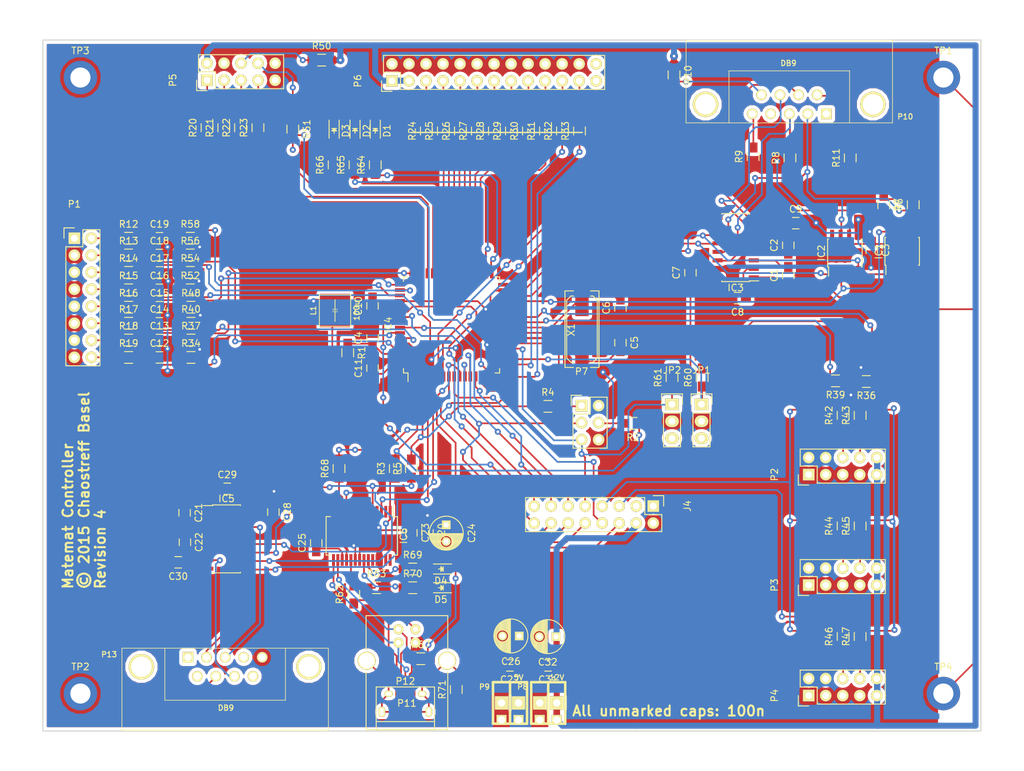
<source format=kicad_pcb>
(kicad_pcb (version 4) (host pcbnew no-vcs-found-product)
  (title_block (title "Matemat Control Board") (rev 4) (company "Chaostreff Basel") (comment 1 "(c) 2015 Gregor Riepl"))
  (layers (0 F.Cu signal) (31 B.Cu signal) (34 B.Paste user) (35 F.Paste user) (36 B.SilkS user) (37 F.SilkS user) (38 B.Mask user) (39 F.Mask user) (44 Edge.Cuts user))
  (net 0 "")
  (net 1 +12V)
  (net 2 //RST)
  (net 3 /CAN_SLEEP)
  (net 4 /FLASH_EN)
  (net 5 "/JTAG TCK")
  (net 6 "/JTAG TDI")
  (net 7 "/JTAG TDO")
  (net 8 "/JTAG TMS")
  (net 9 "/LED A")
  (net 10 "/LED B")
  (net 11 "/LED C")
  (net 12 "/LED RX")
  (net 13 "/LED TX")
  (net 14 /MISO)
  (net 15 /MOSI)
  (net 16 /PDI)
  (net 17 /PDO)
  (net 18 /SCK)
  (net 19 /SCL)
  (net 20 /SDA)
  (net 21 /UART0_CTS)
  (net 22 /UART0_RTS)
  (net 23 /UART0_RX)
  (net 24 /UART0_TX)
  (net 25 /UART1_CTS)
  (net 26 /UART1_RTS)
  (net 27 /UART1_RX)
  (net 28 /UART1_TX)
  (net 29 /USBID)
  (net 30 /USB_SLEEP)
  (net 31 /analog_0)
  (net 32 /analog_1)
  (net 33 /analog_2)
  (net 34 /analog_3)
  (net 35 /bill_abn)
  (net 36 /bill_ack)
  (net 37 /bill_busy)
  (net 38 /bill_full)
  (net 39 /bill_inh)
  (net 40 /bill_rej)
  (net 41 /bill_valid)
  (net 42 /bill_vend1)
  (net 43 /bill_vend2)
  (net 44 /bill_vend3)
  (net 45 /coin_a)
  (net 46 /coin_b)
  (net 47 /coin_c)
  (net 48 /coin_d)
  (net 49 /coin_e)
  (net 50 /digital_0)
  (net 51 /digital_1)
  (net 52 /digital_2)
  (net 53 /digital_3)
  (net 54 /strobe)
  (net 55 /zero_cross)
  (net 56 GND)
  (net 57 VAA)
  (net 58 VCC)
  (net 59 "Net-(C1-Pad1)")
  (net 60 "Net-(C1-Pad2)")
  (net 61 "Net-(C2-Pad1)")
  (net 62 "Net-(C2-Pad2)")
  (net 63 "Net-(C4-Pad1)")
  (net 64 "Net-(C5-Pad2)")
  (net 65 "Net-(C6-Pad2)")
  (net 66 "Net-(C8-Pad1)")
  (net 67 "Net-(C9-Pad1)")
  (net 68 "Net-(C21-Pad1)")
  (net 69 "Net-(C21-Pad2)")
  (net 70 "Net-(C22-Pad1)")
  (net 71 "Net-(C22-Pad2)")
  (net 72 "Net-(C25-Pad1)")
  (net 73 "Net-(C29-Pad1)")
  (net 74 "Net-(C30-Pad1)")
  (net 75 "Net-(D1-Pad2)")
  (net 76 "Net-(D2-Pad2)")
  (net 77 "Net-(D3-Pad2)")
  (net 78 "Net-(D4-Pad2)")
  (net 79 "Net-(D5-Pad2)")
  (net 80 "Net-(IC1-Pad5)")
  (net 81 "Net-(IC1-Pad6)")
  (net 82 "Net-(IC1-Pad7)")
  (net 83 "Net-(IC3-Pad7)")
  (net 84 "Net-(IC3-Pad14)")
  (net 85 "Net-(IC4-Pad2)")
  (net 86 "Net-(IC4-Pad3)")
  (net 87 "Net-(IC5-Pad7)")
  (net 88 "Net-(IC5-Pad8)")
  (net 89 "Net-(IC5-Pad13)")
  (net 90 "Net-(IC5-Pad14)")
  (net 91 "Net-(IC6-Pad12)")
  (net 92 "Net-(IC6-Pad15)")
  (net 93 "Net-(IC6-Pad16)")
  (net 94 "Net-(IC6-Pad19)")
  (net 95 "Net-(P1-Pad2)")
  (net 96 "Net-(P1-Pad4)")
  (net 97 "Net-(P1-Pad6)")
  (net 98 "Net-(P1-Pad8)")
  (net 99 "Net-(P1-Pad10)")
  (net 100 "Net-(P1-Pad12)")
  (net 101 "Net-(P1-Pad14)")
  (net 102 "Net-(P1-Pad16)")
  (net 103 "Net-(P2-Pad6)")
  (net 104 "Net-(P2-Pad8)")
  (net 105 "Net-(P3-Pad6)")
  (net 106 "Net-(P3-Pad8)")
  (net 107 "Net-(P4-Pad6)")
  (net 108 "Net-(P4-Pad8)")
  (net 109 "Net-(P5-Pad1)")
  (net 110 "Net-(P5-Pad3)")
  (net 111 "Net-(P5-Pad5)")
  (net 112 "Net-(P5-Pad6)")
  (net 113 "Net-(P5-Pad7)")
  (net 114 "Net-(P5-Pad8)")
  (net 115 "Net-(P6-Pad5)")
  (net 116 "Net-(P6-Pad7)")
  (net 117 "Net-(P6-Pad9)")
  (net 118 "Net-(P6-Pad11)")
  (net 119 "Net-(P6-Pad13)")
  (net 120 "Net-(P6-Pad15)")
  (net 121 "Net-(P6-Pad17)")
  (net 122 "Net-(P6-Pad19)")
  (net 123 "Net-(P6-Pad21)")
  (net 124 "Net-(P6-Pad23)")
  (net 125 "Net-(P10-Pad5)")
  (net 126 "Net-(P10-Pad9)")
  (net 127 "Net-(P10-Pad6)")
  (net 128 "Net-(P11-Pad1)")
  (net 129 "Net-(P11-Pad5)")
  (net 130 "Net-(P12-Pad4)")
  (module Capacitors_SMD:C_0805_HandSoldering (layer F.Cu) (at 161.25 91.95 90)
    (fp_text reference C1 (at 0 -2.1 90) (layer F.SilkS))
    (fp_text value 100n)
    (pad 1 smd rect (at -1.25 0 90) (size 1.5 1.25) (layers F.Cu F.Paste F.Mask) (net 59 "Net-(C1-Pad1)") (clearance 0.1))
    (pad 2 smd rect (at 1.25 0 90) (size 1.5 1.25) (layers F.Cu F.Paste F.Mask) (net 60 "Net-(C1-Pad2)") (clearance 0.1))
  )
  (module Capacitors_SMD:C_0805_HandSoldering (layer F.Cu) (at 161.25 87.45 90)
    (fp_text reference C2 (at 0 -2.1 90) (layer F.SilkS))
    (fp_text value 100n)
    (pad 1 smd rect (at -1.25 0 90) (size 1.5 1.25) (layers F.Cu F.Paste F.Mask) (net 61 "Net-(C2-Pad1)") (clearance 0.1))
    (pad 2 smd rect (at 1.25 0 90) (size 1.5 1.25) (layers F.Cu F.Paste F.Mask) (net 62 "Net-(C2-Pad2)") (clearance 0.1))
  )
  (module Capacitors_SMD:C_0805_HandSoldering (layer F.Cu) (at 173.7 88.2 270)
    (fp_text reference C3 (at 0 -2.1 270) (layer F.SilkS))
    (fp_text value 100n)
    (pad 1 smd rect (at -1.25 0 270) (size 1.5 1.25) (layers F.Cu F.Paste F.Mask) (net 58 VCC) (clearance 0.1))
    (pad 2 smd rect (at 1.25 0 270) (size 1.5 1.25) (layers F.Cu F.Paste F.Mask) (net 56 GND) (clearance 0.1))
  )
  (module Capacitors_SMD:C_0805_HandSoldering (layer F.Cu) (at 99.2 101.3 90)
    (fp_text reference C4 (at 0 -2.1 90) (layer F.SilkS))
    (fp_text value 100n)
    (pad 1 smd rect (at -1.25 0 90) (size 1.5 1.25) (layers F.Cu F.Paste F.Mask) (net 63 "Net-(C4-Pad1)") (clearance 0.1))
    (pad 2 smd rect (at 1.25 0 90) (size 1.5 1.25) (layers F.Cu F.Paste F.Mask) (net 56 GND) (clearance 0.1))
  )
  (module Capacitors_SMD:C_0805_HandSoldering (layer F.Cu) (at 136.2 102 270)
    (fp_text reference C5 (at 0 -2.1 270) (layer F.SilkS))
    (fp_text value 22p)
    (pad 1 smd rect (at -1.25 0 270) (size 1.5 1.25) (layers F.Cu F.Paste F.Mask) (net 56 GND) (clearance 0.1))
    (pad 2 smd rect (at 1.25 0 270) (size 1.5 1.25) (layers F.Cu F.Paste F.Mask) (net 64 "Net-(C5-Pad2)") (clearance 0.1))
  )
  (module Capacitors_SMD:C_0805_HandSoldering (layer F.Cu) (at 136.2 96.8 90)
    (fp_text reference C6 (at 0 -2.1 90) (layer F.SilkS))
    (fp_text value 22p)
    (pad 1 smd rect (at -1.25 0 90) (size 1.5 1.25) (layers F.Cu F.Paste F.Mask) (net 56 GND) (clearance 0.1))
    (pad 2 smd rect (at 1.25 0 90) (size 1.5 1.25) (layers F.Cu F.Paste F.Mask) (net 65 "Net-(C6-Pad2)") (clearance 0.1))
  )
  (module Capacitors_SMD:C_0805_HandSoldering (layer F.Cu) (at 146.65 91.55 90)
    (fp_text reference C7 (at 0 -2.1 90) (layer F.SilkS))
    (fp_text value 100n)
    (pad 1 smd rect (at -1.25 0 90) (size 1.5 1.25) (layers F.Cu F.Paste F.Mask) (net 58 VCC) (clearance 0.1))
    (pad 2 smd rect (at 1.25 0 90) (size 1.5 1.25) (layers F.Cu F.Paste F.Mask) (net 56 GND) (clearance 0.1))
  )
  (module Capacitors_SMD:C_0805_HandSoldering (layer F.Cu) (at 153.68 95.34 180)
    (fp_text reference C8 (at 0 -2.1 180) (layer F.SilkS))
    (fp_text value 100n)
    (pad 1 smd rect (at -1.25 0 180) (size 1.5 1.25) (layers F.Cu F.Paste F.Mask) (net 66 "Net-(C8-Pad1)") (clearance 0.1))
    (pad 2 smd rect (at 1.25 0 180) (size 1.5 1.25) (layers F.Cu F.Paste F.Mask) (net 56 GND) (clearance 0.1))
  )
  (module Capacitors_SMD:C_0805_HandSoldering (layer F.Cu) (at 162.35 84.15)
    (fp_text reference C9 (at 0 -2.1) (layer F.SilkS))
    (fp_text value 100n)
    (pad 1 smd rect (at -1.25 0) (size 1.5 1.25) (layers F.Cu F.Paste F.Mask) (net 67 "Net-(C9-Pad1)") (clearance 0.1))
    (pad 2 smd rect (at 1.25 0) (size 1.5 1.25) (layers F.Cu F.Paste F.Mask) (net 56 GND) (clearance 0.1))
  )
  (module Capacitors_SMD:C_0805_HandSoldering (layer F.Cu) (at 99.2 96.5 90)
    (fp_text reference C10 (at 0 -2.1 90) (layer F.SilkS))
    (fp_text value 100n)
    (pad 1 smd rect (at -1.25 0 90) (size 1.5 1.25) (layers F.Cu F.Paste F.Mask) (net 56 GND) (clearance 0.1))
    (pad 2 smd rect (at 1.25 0 90) (size 1.5 1.25) (layers F.Cu F.Paste F.Mask) (net 58 VCC) (clearance 0.1))
  )
  (module Capacitors_SMD:C_0805_HandSoldering (layer F.Cu) (at 99.2 105.8 90)
    (fp_text reference C11 (at 0 -2.1 90) (layer F.SilkS))
    (fp_text value 100n)
    (pad 1 smd rect (at -1.25 0 90) (size 1.5 1.25) (layers F.Cu F.Paste F.Mask) (net 57 VAA) (clearance 0.1))
    (pad 2 smd rect (at 1.25 0 90) (size 1.5 1.25) (layers F.Cu F.Paste F.Mask) (net 56 GND) (clearance 0.1))
  )
  (module Capacitors_SMD:C_0805_HandSoldering (layer F.Cu) (at 67.4 104.2)
    (fp_text reference C12 (at 0 -2.1) (layer F.SilkS))
    (fp_text value 100n)
    (pad 1 smd rect (at -1.25 0) (size 1.5 1.25) (layers F.Cu F.Paste F.Mask) (net 34 /analog_3) (clearance 0.1))
    (pad 2 smd rect (at 1.25 0) (size 1.5 1.25) (layers F.Cu F.Paste F.Mask) (net 56 GND) (clearance 0.1))
  )
  (module Capacitors_SMD:C_0805_HandSoldering (layer F.Cu) (at 67.4 101.6)
    (fp_text reference C13 (at 0 -2.1) (layer F.SilkS))
    (fp_text value 100n)
    (pad 1 smd rect (at -1.25 0) (size 1.5 1.25) (layers F.Cu F.Paste F.Mask) (net 53 /digital_3) (clearance 0.1))
    (pad 2 smd rect (at 1.25 0) (size 1.5 1.25) (layers F.Cu F.Paste F.Mask) (net 56 GND) (clearance 0.1))
  )
  (module Capacitors_SMD:C_0805_HandSoldering (layer F.Cu) (at 67.4 99.1)
    (fp_text reference C14 (at 0 -2.1) (layer F.SilkS))
    (fp_text value 100n)
    (pad 1 smd rect (at -1.25 0) (size 1.5 1.25) (layers F.Cu F.Paste F.Mask) (net 33 /analog_2) (clearance 0.1))
    (pad 2 smd rect (at 1.25 0) (size 1.5 1.25) (layers F.Cu F.Paste F.Mask) (net 56 GND) (clearance 0.1))
  )
  (module Capacitors_SMD:C_0805_HandSoldering (layer F.Cu) (at 67.4 96.7)
    (fp_text reference C15 (at 0 -2.1) (layer F.SilkS))
    (fp_text value 100n)
    (pad 1 smd rect (at -1.25 0) (size 1.5 1.25) (layers F.Cu F.Paste F.Mask) (net 52 /digital_2) (clearance 0.1))
    (pad 2 smd rect (at 1.25 0) (size 1.5 1.25) (layers F.Cu F.Paste F.Mask) (net 56 GND) (clearance 0.1))
  )
  (module Capacitors_SMD:C_0805_HandSoldering (layer F.Cu) (at 67.4 94.1)
    (fp_text reference C16 (at 0 -2.1) (layer F.SilkS))
    (fp_text value 100n)
    (pad 1 smd rect (at -1.25 0) (size 1.5 1.25) (layers F.Cu F.Paste F.Mask) (net 32 /analog_1) (clearance 0.1))
    (pad 2 smd rect (at 1.25 0) (size 1.5 1.25) (layers F.Cu F.Paste F.Mask) (net 56 GND) (clearance 0.1))
  )
  (module Capacitors_SMD:C_0805_HandSoldering (layer F.Cu) (at 67.4 91.5)
    (fp_text reference C17 (at 0 -2.1) (layer F.SilkS))
    (fp_text value 100n)
    (pad 1 smd rect (at -1.25 0) (size 1.5 1.25) (layers F.Cu F.Paste F.Mask) (net 51 /digital_1) (clearance 0.1))
    (pad 2 smd rect (at 1.25 0) (size 1.5 1.25) (layers F.Cu F.Paste F.Mask) (net 56 GND) (clearance 0.1))
  )
  (module Capacitors_SMD:C_0805_HandSoldering (layer F.Cu) (at 67.4 88.9)
    (fp_text reference C18 (at 0 -2.1) (layer F.SilkS))
    (fp_text value 100n)
    (pad 1 smd rect (at -1.25 0) (size 1.5 1.25) (layers F.Cu F.Paste F.Mask) (net 31 /analog_0) (clearance 0.1))
    (pad 2 smd rect (at 1.25 0) (size 1.5 1.25) (layers F.Cu F.Paste F.Mask) (net 56 GND) (clearance 0.1))
  )
  (module Capacitors_SMD:C_0805_HandSoldering (layer F.Cu) (at 67.4 86.4)
    (fp_text reference C19 (at 0 -2.1) (layer F.SilkS))
    (fp_text value 100n)
    (pad 1 smd rect (at -1.25 0) (size 1.5 1.25) (layers F.Cu F.Paste F.Mask) (net 50 /digital_0) (clearance 0.1))
    (pad 2 smd rect (at 1.25 0) (size 1.5 1.25) (layers F.Cu F.Paste F.Mask) (net 56 GND) (clearance 0.1))
  )
  (module Capacitors_SMD:C_0805_HandSoldering (layer F.Cu) (at 107.4 130.4 270)
    (fp_text reference C20 (at 0 -2.1 270) (layer F.SilkS))
    (fp_text value 100n)
    (pad 1 smd rect (at -1.25 0 270) (size 1.5 1.25) (layers F.Cu F.Paste F.Mask) (net 58 VCC) (clearance 0.1))
    (pad 2 smd rect (at 1.25 0 270) (size 1.5 1.25) (layers F.Cu F.Paste F.Mask) (net 56 GND) (clearance 0.1))
  )
  (module Capacitors_SMD:C_0805_HandSoldering (layer F.Cu) (at 71.15 127.4 270)
    (fp_text reference C21 (at 0 -2.1 270) (layer F.SilkS))
    (fp_text value 100n)
    (pad 1 smd rect (at -1.25 0 270) (size 1.5 1.25) (layers F.Cu F.Paste F.Mask) (net 68 "Net-(C21-Pad1)") (clearance 0.1))
    (pad 2 smd rect (at 1.25 0 270) (size 1.5 1.25) (layers F.Cu F.Paste F.Mask) (net 69 "Net-(C21-Pad2)") (clearance 0.1))
  )
  (module Capacitors_SMD:C_0805_HandSoldering (layer F.Cu) (at 71.2 131.8 270)
    (fp_text reference C22 (at 0 -2.1 270) (layer F.SilkS))
    (fp_text value 100n)
    (pad 1 smd rect (at -1.25 0 270) (size 1.5 1.25) (layers F.Cu F.Paste F.Mask) (net 70 "Net-(C22-Pad1)") (clearance 0.1))
    (pad 2 smd rect (at 1.25 0 270) (size 1.5 1.25) (layers F.Cu F.Paste F.Mask) (net 71 "Net-(C22-Pad2)") (clearance 0.1))
  )
  (module Capacitors_SMD:C_0805_HandSoldering (layer F.Cu) (at 105 130.4 270)
    (fp_text reference C23 (at 0 -2.1 270) (layer F.SilkS))
    (fp_text value 100n)
    (pad 1 smd rect (at -1.25 0 270) (size 1.5 1.25) (layers F.Cu F.Paste F.Mask) (net 58 VCC) (clearance 0.1))
    (pad 2 smd rect (at 1.25 0 270) (size 1.5 1.25) (layers F.Cu F.Paste F.Mask) (net 56 GND) (clearance 0.1))
  )
  (module Capacitors_ThroughHole:C_Radial_D5_L11_P2.5 (layer F.Cu) (at 110.2 129.2 270)
    (fp_text reference C24 (at 1.25 -3.8 270) (layer F.SilkS))
    (fp_text value 4.7u)
    (pad 1 thru_hole rect (at 0 0 270) (size 1.3 1.3) (drill 0.8) (layers *.Cu *.Mask F.SilkS) (net 58 VCC))
    (pad 2 thru_hole circle (at 2.5 0 270) (size 1.3 1.3) (drill 0.8) (layers *.Cu *.Mask F.SilkS) (net 56 GND))
  )
  (module Capacitors_SMD:C_0805_HandSoldering (layer F.Cu) (at 90.8 131.9 90)
    (fp_text reference C25 (at 0 -2.1 90) (layer F.SilkS))
    (fp_text value 100n)
    (pad 1 smd rect (at -1.25 0 90) (size 1.5 1.25) (layers F.Cu F.Paste F.Mask) (net 72 "Net-(C25-Pad1)") (clearance 0.1))
    (pad 2 smd rect (at 1.25 0 90) (size 1.5 1.25) (layers F.Cu F.Paste F.Mask) (net 56 GND) (clearance 0.1))
  )
  (module Capacitors_SMD:C_0805_HandSoldering (layer F.Cu) (at 119.7 150.2 180)
    (fp_text reference C27 (at 0 -2.1 180) (layer F.SilkS))
    (fp_text value 100n)
    (pad 1 smd rect (at -1.25 0 180) (size 1.5 1.25) (layers F.Cu F.Paste F.Mask) (net 58 VCC) (clearance 0.1))
    (pad 2 smd rect (at 1.25 0 180) (size 1.5 1.25) (layers F.Cu F.Paste F.Mask) (net 56 GND) (clearance 0.1))
  )
  (module Capacitors_SMD:C_0805_HandSoldering (layer F.Cu) (at 84.4 127.3 270)
    (fp_text reference C28 (at 0 -2.1 270) (layer F.SilkS))
    (fp_text value 100n)
    (pad 1 smd rect (at -1.25 0 270) (size 1.5 1.25) (layers F.Cu F.Paste F.Mask) (net 58 VCC) (clearance 0.1))
    (pad 2 smd rect (at 1.25 0 270) (size 1.5 1.25) (layers F.Cu F.Paste F.Mask) (net 56 GND) (clearance 0.1))
  )
  (module Capacitors_SMD:C_0805_HandSoldering (layer F.Cu) (at 77.52 123.82)
    (fp_text reference C29 (at 0 -2.1) (layer F.SilkS))
    (fp_text value 100n)
    (pad 1 smd rect (at -1.25 0) (size 1.5 1.25) (layers F.Cu F.Paste F.Mask) (net 73 "Net-(C29-Pad1)") (clearance 0.1))
    (pad 2 smd rect (at 1.25 0) (size 1.5 1.25) (layers F.Cu F.Paste F.Mask) (net 56 GND) (clearance 0.1))
  )
  (module Capacitors_SMD:C_0805_HandSoldering (layer F.Cu) (at 70.2 134.8 180)
    (fp_text reference C30 (at 0 -2.1 180) (layer F.SilkS))
    (fp_text value 100n)
    (pad 1 smd rect (at -1.25 0 180) (size 1.5 1.25) (layers F.Cu F.Paste F.Mask) (net 74 "Net-(C30-Pad1)") (clearance 0.1))
    (pad 2 smd rect (at 1.25 0 180) (size 1.5 1.25) (layers F.Cu F.Paste F.Mask) (net 56 GND) (clearance 0.1))
  )
  (module Capacitors_SMD:C_0805_HandSoldering (layer F.Cu) (at 125.4 150.2 180)
    (fp_text reference C31 (at 0 -2.1 180) (layer F.SilkS))
    (fp_text value 100n)
    (pad 1 smd rect (at -1.25 0 180) (size 1.5 1.25) (layers F.Cu F.Paste F.Mask) (net 1 +12V) (clearance 0.1))
    (pad 2 smd rect (at 1.25 0 180) (size 1.5 1.25) (layers F.Cu F.Paste F.Mask) (net 56 GND) (clearance 0.1))
  )
  (module Capacitors_ThroughHole:C_Radial_D5_L11_P2.5 (layer F.Cu) (at 126.6 145.9 180)
    (fp_text reference C32 (at 1.25 -3.8 180) (layer F.SilkS))
    (fp_text value 10u)
    (pad 1 thru_hole rect (at 0 0 180) (size 1.3 1.3) (drill 0.8) (layers *.Cu *.Mask F.SilkS) (net 1 +12V))
    (pad 2 thru_hole circle (at 2.5 0 180) (size 1.3 1.3) (drill 0.8) (layers *.Cu *.Mask F.SilkS) (net 56 GND))
  )
  (module LEDs:LED-0805 (layer F.Cu) (at 99.61 70.36 270)
    (fp_text reference D1 (at 0 -1.75 270) (layer F.SilkS))
    (fp_text value LED805)
    (pad 2 smd rect (at 1.04902 0 90) (size 1.19888 1.19888) (layers F.Cu F.Paste F.Mask) (net 75 "Net-(D1-Pad2)"))
    (pad 1 smd rect (at -1.04902 0 90) (size 1.19888 1.19888) (layers F.Cu F.Paste F.Mask) (net 56 GND))
  )
  (module LEDs:LED-0805 (layer F.Cu) (at 96.59 70.36 270)
    (fp_text reference D2 (at 0 -1.75 270) (layer F.SilkS))
    (fp_text value LED805)
    (pad 2 smd rect (at 1.04902 0 90) (size 1.19888 1.19888) (layers F.Cu F.Paste F.Mask) (net 76 "Net-(D2-Pad2)"))
    (pad 1 smd rect (at -1.04902 0 90) (size 1.19888 1.19888) (layers F.Cu F.Paste F.Mask) (net 56 GND))
  )
  (module LEDs:LED-0805 (layer F.Cu) (at 93.47 70.36 270)
    (fp_text reference D3 (at 0 -1.75 270) (layer F.SilkS))
    (fp_text value LED805)
    (pad 2 smd rect (at 1.04902 0 90) (size 1.19888 1.19888) (layers F.Cu F.Paste F.Mask) (net 77 "Net-(D3-Pad2)"))
    (pad 1 smd rect (at -1.04902 0 90) (size 1.19888 1.19888) (layers F.Cu F.Paste F.Mask) (net 56 GND))
  )
  (module LEDs:LED-0805 (layer F.Cu) (at 109.4 135.8 180)
    (fp_text reference D4 (at 0 -1.75 180) (layer F.SilkS))
    (fp_text value LED805)
    (pad 2 smd rect (at 1.04902 0) (size 1.19888 1.19888) (layers F.Cu F.Paste F.Mask) (net 78 "Net-(D4-Pad2)"))
    (pad 1 smd rect (at -1.04902 0) (size 1.19888 1.19888) (layers F.Cu F.Paste F.Mask) (net 56 GND))
  )
  (module LEDs:LED-0805 (layer F.Cu) (at 109.4 138.6 180)
    (fp_text reference D5 (at 0 -1.75 180) (layer F.SilkS))
    (fp_text value LED805)
    (pad 2 smd rect (at 1.04902 0) (size 1.19888 1.19888) (layers F.Cu F.Paste F.Mask) (net 79 "Net-(D5-Pad2)"))
    (pad 1 smd rect (at -1.04902 0) (size 1.19888 1.19888) (layers F.Cu F.Paste F.Mask) (net 56 GND))
  )
  (module Housings_SOIC:SOIC-8_3.9x4.9mm_Pitch1.27mm (layer F.Cu) (at 178.25 88.35 90)
    (fp_text reference IC1 (at 0 -3.5 90) (layer F.SilkS))
    (fp_text value TJA1040)
    (pad 1 smd rect (at -2.7 -1.905 90) (size 1.55 0.6) (layers F.Cu F.Paste F.Mask) (net 28 /UART1_TX))
    (pad 2 smd rect (at -2.7 -0.635 90) (size 1.55 0.6) (layers F.Cu F.Paste F.Mask) (net 56 GND))
    (pad 3 smd rect (at -2.7 0.635 90) (size 1.55 0.6) (layers F.Cu F.Paste F.Mask) (net 58 VCC))
    (pad 4 smd rect (at -2.7 1.905 90) (size 1.55 0.6) (layers F.Cu F.Paste F.Mask) (net 27 /UART1_RX))
    (pad 5 smd rect (at 2.7 1.905 90) (size 1.55 0.6) (layers F.Cu F.Paste F.Mask) (net 80 "Net-(IC1-Pad5)"))
    (pad 6 smd rect (at 2.7 0.635 90) (size 1.55 0.6) (layers F.Cu F.Paste F.Mask) (net 81 "Net-(IC1-Pad6)"))
    (pad 7 smd rect (at 2.7 -0.635 90) (size 1.55 0.6) (layers F.Cu F.Paste F.Mask) (net 82 "Net-(IC1-Pad7)"))
    (pad 8 smd rect (at 2.7 -1.905 90) (size 1.55 0.6) (layers F.Cu F.Paste F.Mask) (net 3 /CAN_SLEEP))
  )
  (module Housings_SOIC:SOIC-8_3.9x4.9mm_Pitch1.27mm (layer F.Cu) (at 169.7 88.6 90)
    (fp_text reference IC2 (at 0 -3.5 90) (layer F.SilkS))
    (fp_text value "DNP MAX481CSA")
    (pad 1 smd rect (at -2.7 -1.905 90) (size 1.55 0.6) (layers F.Cu F.Paste F.Mask) (net 27 /UART1_RX))
    (pad 2 smd rect (at -2.7 -0.635 90) (size 1.55 0.6) (layers F.Cu F.Paste F.Mask) (net 3 /CAN_SLEEP))
    (pad 3 smd rect (at -2.7 0.635 90) (size 1.55 0.6) (layers F.Cu F.Paste F.Mask) (net 3 /CAN_SLEEP))
    (pad 4 smd rect (at -2.7 1.905 90) (size 1.55 0.6) (layers F.Cu F.Paste F.Mask) (net 28 /UART1_TX))
    (pad 5 smd rect (at 2.7 1.905 90) (size 1.55 0.6) (layers F.Cu F.Paste F.Mask) (net 56 GND))
    (pad 6 smd rect (at 2.7 0.635 90) (size 1.55 0.6) (layers F.Cu F.Paste F.Mask) (net 82 "Net-(IC1-Pad7)"))
    (pad 7 smd rect (at 2.7 -0.635 90) (size 1.55 0.6) (layers F.Cu F.Paste F.Mask) (net 81 "Net-(IC1-Pad6)"))
    (pad 8 smd rect (at 2.7 -1.905 90) (size 1.55 0.6) (layers F.Cu F.Paste F.Mask) (net 58 VCC))
  )
  (module Housings_QFP:TQFP-64_14x14mm_Pitch0.8mm (layer F.Cu) (at 110.995 99.345 90)
    (fp_text reference IC4 (at 0 -9.45 90) (layer F.SilkS))
    (fp_text value ATMEGA128-A)
    (pad 1 smd rect (at -7.7 -6 90) (size 1.5 0.55) (layers F.Cu F.Paste F.Mask))
    (pad 2 smd rect (at -7.7 -5.2 90) (size 1.5 0.55) (layers F.Cu F.Paste F.Mask) (net 85 "Net-(IC4-Pad2)"))
    (pad 3 smd rect (at -7.7 -4.4 90) (size 1.5 0.55) (layers F.Cu F.Paste F.Mask) (net 86 "Net-(IC4-Pad3)"))
    (pad 4 smd rect (at -7.7 -3.6 90) (size 1.5 0.55) (layers F.Cu F.Paste F.Mask) (net 22 /UART0_RTS))
    (pad 5 smd rect (at -7.7 -2.8 90) (size 1.5 0.55) (layers F.Cu F.Paste F.Mask) (net 21 /UART0_CTS))
    (pad 6 smd rect (at -7.7 -2 90) (size 1.5 0.55) (layers F.Cu F.Paste F.Mask) (net 26 /UART1_RTS))
    (pad 7 smd rect (at -7.7 -1.2 90) (size 1.5 0.55) (layers F.Cu F.Paste F.Mask) (net 25 /UART1_CTS))
    (pad 8 smd rect (at -7.7 -0.4 90) (size 1.5 0.55) (layers F.Cu F.Paste F.Mask) (net 54 /strobe))
    (pad 9 smd rect (at -7.7 0.4 90) (size 1.5 0.55) (layers F.Cu F.Paste F.Mask) (net 55 /zero_cross))
    (pad 10 smd rect (at -7.7 1.2 90) (size 1.5 0.55) (layers F.Cu F.Paste F.Mask) (net 29 /USBID))
    (pad 11 smd rect (at -7.7 2 90) (size 1.5 0.55) (layers F.Cu F.Paste F.Mask) (net 18 /SCK))
    (pad 12 smd rect (at -7.7 2.8 90) (size 1.5 0.55) (layers F.Cu F.Paste F.Mask) (net 15 /MOSI))
    (pad 13 smd rect (at -7.7 3.6 90) (size 1.5 0.55) (layers F.Cu F.Paste F.Mask) (net 14 /MISO))
    (pad 14 smd rect (at -7.7 4.4 90) (size 1.5 0.55) (layers F.Cu F.Paste F.Mask) (net 30 /USB_SLEEP))
    (pad 15 smd rect (at -7.7 5.2 90) (size 1.5 0.55) (layers F.Cu F.Paste F.Mask) (net 49 /coin_e))
    (pad 16 smd rect (at -7.7 6 90) (size 1.5 0.55) (layers F.Cu F.Paste F.Mask) (net 38 /bill_full))
    (pad 17 smd rect (at -6 7.7 180) (size 1.5 0.55) (layers F.Cu F.Paste F.Mask) (net 41 /bill_valid))
    (pad 18 smd rect (at -5.2 7.7 180) (size 1.5 0.55) (layers F.Cu F.Paste F.Mask) (net 4 /FLASH_EN))
    (pad 19 smd rect (at -4.4 7.7 180) (size 1.5 0.55) (layers F.Cu F.Paste F.Mask))
    (pad 20 smd rect (at -3.6 7.7 180) (size 1.5 0.55) (layers F.Cu F.Paste F.Mask) (net 2 //RST))
    (pad 21 smd rect (at -2.8 7.7 180) (size 1.5 0.55) (layers F.Cu F.Paste F.Mask) (net 58 VCC))
    (pad 22 smd rect (at -2 7.7 180) (size 1.5 0.55) (layers F.Cu F.Paste F.Mask) (net 56 GND))
    (pad 23 smd rect (at -1.2 7.7 180) (size 1.5 0.55) (layers F.Cu F.Paste F.Mask) (net 64 "Net-(C5-Pad2)"))
    (pad 24 smd rect (at -0.4 7.7 180) (size 1.5 0.55) (layers F.Cu F.Paste F.Mask) (net 65 "Net-(C6-Pad2)"))
    (pad 25 smd rect (at 0.4 7.7 180) (size 1.5 0.55) (layers F.Cu F.Paste F.Mask) (net 19 /SCL))
    (pad 26 smd rect (at 1.2 7.7 180) (size 1.5 0.55) (layers F.Cu F.Paste F.Mask) (net 20 /SDA))
    (pad 27 smd rect (at 2 7.7 180) (size 1.5 0.55) (layers F.Cu F.Paste F.Mask) (net 27 /UART1_RX))
    (pad 28 smd rect (at 2.8 7.7 180) (size 1.5 0.55) (layers F.Cu F.Paste F.Mask) (net 28 /UART1_TX))
    (pad 29 smd rect (at 3.6 7.7 180) (size 1.5 0.55) (layers F.Cu F.Paste F.Mask) (net 3 /CAN_SLEEP))
    (pad 30 smd rect (at 4.4 7.7 180) (size 1.5 0.55) (layers F.Cu F.Paste F.Mask) (net 28 /UART1_TX))
    (pad 31 smd rect (at 5.2 7.7 180) (size 1.5 0.55) (layers F.Cu F.Paste F.Mask) (net 27 /UART1_RX))
    (pad 32 smd rect (at 6 7.7 180) (size 1.5 0.55) (layers F.Cu F.Paste F.Mask))
    (pad 33 smd rect (at 7.7 6 90) (size 1.5 0.55) (layers F.Cu F.Paste F.Mask) (net 9 "/LED A"))
    (pad 34 smd rect (at 7.7 5.2 90) (size 1.5 0.55) (layers F.Cu F.Paste F.Mask) (net 10 "/LED B"))
    (pad 35 smd rect (at 7.7 4.4 90) (size 1.5 0.55) (layers F.Cu F.Paste F.Mask) (net 40 /bill_rej))
    (pad 36 smd rect (at 7.7 3.6 90) (size 1.5 0.55) (layers F.Cu F.Paste F.Mask) (net 36 /bill_ack))
    (pad 37 smd rect (at 7.7 2.8 90) (size 1.5 0.55) (layers F.Cu F.Paste F.Mask) (net 39 /bill_inh))
    (pad 38 smd rect (at 7.7 2 90) (size 1.5 0.55) (layers F.Cu F.Paste F.Mask) (net 35 /bill_abn))
    (pad 39 smd rect (at 7.7 1.2 90) (size 1.5 0.55) (layers F.Cu F.Paste F.Mask) (net 37 /bill_busy))
    (pad 40 smd rect (at 7.7 0.4 90) (size 1.5 0.55) (layers F.Cu F.Paste F.Mask) (net 44 /bill_vend3))
    (pad 41 smd rect (at 7.7 -0.4 90) (size 1.5 0.55) (layers F.Cu F.Paste F.Mask) (net 43 /bill_vend2))
    (pad 42 smd rect (at 7.7 -1.2 90) (size 1.5 0.55) (layers F.Cu F.Paste F.Mask) (net 42 /bill_vend1))
    (pad 43 smd rect (at 7.7 -2 90) (size 1.5 0.55) (layers F.Cu F.Paste F.Mask) (net 11 "/LED C"))
    (pad 44 smd rect (at 7.7 -2.8 90) (size 1.5 0.55) (layers F.Cu F.Paste F.Mask) (net 48 /coin_d))
    (pad 45 smd rect (at 7.7 -3.6 90) (size 1.5 0.55) (layers F.Cu F.Paste F.Mask) (net 47 /coin_c))
    (pad 46 smd rect (at 7.7 -4.4 90) (size 1.5 0.55) (layers F.Cu F.Paste F.Mask) (net 46 /coin_b))
    (pad 47 smd rect (at 7.7 -5.2 90) (size 1.5 0.55) (layers F.Cu F.Paste F.Mask) (net 45 /coin_a))
    (pad 48 smd rect (at 7.7 -6 90) (size 1.5 0.55) (layers F.Cu F.Paste F.Mask) (net 53 /digital_3))
    (pad 49 smd rect (at 6 -7.7 180) (size 1.5 0.55) (layers F.Cu F.Paste F.Mask) (net 52 /digital_2))
    (pad 50 smd rect (at 5.2 -7.7 180) (size 1.5 0.55) (layers F.Cu F.Paste F.Mask) (net 51 /digital_1))
    (pad 51 smd rect (at 4.4 -7.7 180) (size 1.5 0.55) (layers F.Cu F.Paste F.Mask) (net 50 /digital_0))
    (pad 52 smd rect (at 3.6 -7.7 180) (size 1.5 0.55) (layers F.Cu F.Paste F.Mask) (net 58 VCC))
    (pad 53 smd rect (at 2.8 -7.7 180) (size 1.5 0.55) (layers F.Cu F.Paste F.Mask) (net 56 GND))
    (pad 54 smd rect (at 2 -7.7 180) (size 1.5 0.55) (layers F.Cu F.Paste F.Mask) (net 6 "/JTAG TDI"))
    (pad 55 smd rect (at 1.2 -7.7 180) (size 1.5 0.55) (layers F.Cu F.Paste F.Mask) (net 7 "/JTAG TDO"))
    (pad 56 smd rect (at 0.4 -7.7 180) (size 1.5 0.55) (layers F.Cu F.Paste F.Mask) (net 8 "/JTAG TMS"))
    (pad 57 smd rect (at -0.4 -7.7 180) (size 1.5 0.55) (layers F.Cu F.Paste F.Mask) (net 5 "/JTAG TCK"))
    (pad 58 smd rect (at -1.2 -7.7 180) (size 1.5 0.55) (layers F.Cu F.Paste F.Mask) (net 34 /analog_3))
    (pad 59 smd rect (at -2 -7.7 180) (size 1.5 0.55) (layers F.Cu F.Paste F.Mask) (net 33 /analog_2))
    (pad 60 smd rect (at -2.8 -7.7 180) (size 1.5 0.55) (layers F.Cu F.Paste F.Mask) (net 32 /analog_1))
    (pad 61 smd rect (at -3.6 -7.7 180) (size 1.5 0.55) (layers F.Cu F.Paste F.Mask) (net 31 /analog_0))
    (pad 62 smd rect (at -4.4 -7.7 180) (size 1.5 0.55) (layers F.Cu F.Paste F.Mask) (net 63 "Net-(C4-Pad1)"))
    (pad 63 smd rect (at -5.2 -7.7 180) (size 1.5 0.55) (layers F.Cu F.Paste F.Mask) (net 56 GND))
    (pad 64 smd rect (at -6 -7.7 180) (size 1.5 0.55) (layers F.Cu F.Paste F.Mask) (net 57 VAA))
  )
  (module Housings_SSOP:SSOP-28_5.3x10.2mm_Pitch0.65mm (layer F.Cu) (at 97.6 130.85 270)
    (fp_text reference IC6 (at 0 -6.25 270) (layer F.SilkS))
    (fp_text value FT232RL)
    (pad 1 smd rect (at -3.6 -4.225 270) (size 1.75 0.45) (layers F.Cu F.Paste F.Mask) (net 23 /UART0_RX))
    (pad 2 smd rect (at -3.6 -3.575 270) (size 1.75 0.45) (layers F.Cu F.Paste F.Mask))
    (pad 3 smd rect (at -3.6 -2.925 270) (size 1.75 0.45) (layers F.Cu F.Paste F.Mask) (net 22 /UART0_RTS))
    (pad 4 smd rect (at -3.6 -2.275 270) (size 1.75 0.45) (layers F.Cu F.Paste F.Mask) (net 58 VCC))
    (pad 5 smd rect (at -3.6 -1.625 270) (size 1.75 0.45) (layers F.Cu F.Paste F.Mask) (net 24 /UART0_TX))
    (pad 6 smd rect (at -3.6 -0.975 270) (size 1.75 0.45) (layers F.Cu F.Paste F.Mask))
    (pad 7 smd rect (at -3.6 -0.325 270) (size 1.75 0.45) (layers F.Cu F.Paste F.Mask) (net 56 GND))
    (pad 8 smd rect (at -3.6 0.325 270) (size 1.75 0.45) (layers F.Cu F.Paste F.Mask))
    (pad 9 smd rect (at -3.6 0.975 270) (size 1.75 0.45) (layers F.Cu F.Paste F.Mask))
    (pad 10 smd rect (at -3.6 1.625 270) (size 1.75 0.45) (layers F.Cu F.Paste F.Mask))
    (pad 11 smd rect (at -3.6 2.275 270) (size 1.75 0.45) (layers F.Cu F.Paste F.Mask) (net 21 /UART0_CTS))
    (pad 12 smd rect (at -3.6 2.925 270) (size 1.75 0.45) (layers F.Cu F.Paste F.Mask) (net 91 "Net-(IC6-Pad12)"))
    (pad 13 smd rect (at -3.6 3.575 270) (size 1.75 0.45) (layers F.Cu F.Paste F.Mask))
    (pad 14 smd rect (at -3.6 4.225 270) (size 1.75 0.45) (layers F.Cu F.Paste F.Mask))
    (pad 15 smd rect (at 3.6 4.225 270) (size 1.75 0.45) (layers F.Cu F.Paste F.Mask) (net 92 "Net-(IC6-Pad15)"))
    (pad 16 smd rect (at 3.6 3.575 270) (size 1.75 0.45) (layers F.Cu F.Paste F.Mask) (net 93 "Net-(IC6-Pad16)"))
    (pad 17 smd rect (at 3.6 2.925 270) (size 1.75 0.45) (layers F.Cu F.Paste F.Mask) (net 72 "Net-(C25-Pad1)"))
    (pad 18 smd rect (at 3.6 2.275 270) (size 1.75 0.45) (layers F.Cu F.Paste F.Mask) (net 56 GND))
    (pad 19 smd rect (at 3.6 1.625 270) (size 1.75 0.45) (layers F.Cu F.Paste F.Mask) (net 94 "Net-(IC6-Pad19)"))
    (pad 20 smd rect (at 3.6 0.975 270) (size 1.75 0.45) (layers F.Cu F.Paste F.Mask) (net 58 VCC))
    (pad 21 smd rect (at 3.6 0.325 270) (size 1.75 0.45) (layers F.Cu F.Paste F.Mask) (net 56 GND))
    (pad 22 smd rect (at 3.6 -0.325 270) (size 1.75 0.45) (layers F.Cu F.Paste F.Mask) (net 12 "/LED RX"))
    (pad 23 smd rect (at 3.6 -0.975 270) (size 1.75 0.45) (layers F.Cu F.Paste F.Mask) (net 13 "/LED TX"))
    (pad 24 smd rect (at 3.6 -1.625 270) (size 1.75 0.45) (layers F.Cu F.Paste F.Mask))
    (pad 25 smd rect (at 3.6 -2.275 270) (size 1.75 0.45) (layers F.Cu F.Paste F.Mask) (net 56 GND))
    (pad 26 smd rect (at 3.6 -2.925 270) (size 1.75 0.45) (layers F.Cu F.Paste F.Mask) (net 56 GND))
    (pad 27 smd rect (at 3.6 -3.575 270) (size 1.75 0.45) (layers F.Cu F.Paste F.Mask))
    (pad 28 smd rect (at 3.6 -4.225 270) (size 1.75 0.45) (layers F.Cu F.Paste F.Mask))
  )
  (module Pin_Headers:Pin_Header_Straight_2x08 (layer F.Cu) (at 141.1 126.4 270)
    (fp_text reference J4 (at 0 -5.1 270) (layer F.SilkS))
    (fp_text value POWER)
    (pad 1 thru_hole rect (at 0 0 270) (size 1.7272 1.7272) (drill 1.016) (layers *.Cu *.Mask F.SilkS) (net 58 VCC))
    (pad 2 thru_hole oval (at 2.54 0 270) (size 1.7272 1.7272) (drill 1.016) (layers *.Cu *.Mask F.SilkS) (net 56 GND))
    (pad 3 thru_hole oval (at 0 2.54 270) (size 1.7272 1.7272) (drill 1.016) (layers *.Cu *.Mask F.SilkS))
    (pad 4 thru_hole oval (at 2.54 2.54 270) (size 1.7272 1.7272) (drill 1.016) (layers *.Cu *.Mask F.SilkS) (net 1 +12V))
    (pad 5 thru_hole oval (at 0 5.08 270) (size 1.7272 1.7272) (drill 1.016) (layers *.Cu *.Mask F.SilkS) (net 20 /SDA))
    (pad 6 thru_hole oval (at 2.54 5.08 270) (size 1.7272 1.7272) (drill 1.016) (layers *.Cu *.Mask F.SilkS) (net 18 /SCK))
    (pad 7 thru_hole oval (at 0 7.62 270) (size 1.7272 1.7272) (drill 1.016) (layers *.Cu *.Mask F.SilkS) (net 19 /SCL))
    (pad 8 thru_hole oval (at 2.54 7.62 270) (size 1.7272 1.7272) (drill 1.016) (layers *.Cu *.Mask F.SilkS) (net 55 /zero_cross))
    (pad 9 thru_hole oval (at 0 10.16 270) (size 1.7272 1.7272) (drill 1.016) (layers *.Cu *.Mask F.SilkS) (net 2 //RST))
    (pad 10 thru_hole oval (at 2.54 10.16 270) (size 1.7272 1.7272) (drill 1.016) (layers *.Cu *.Mask F.SilkS) (net 54 /strobe))
    (pad 11 thru_hole oval (at 0 12.7 270) (size 1.7272 1.7272) (drill 1.016) (layers *.Cu *.Mask F.SilkS) (net 5 "/JTAG TCK"))
    (pad 12 thru_hole oval (at 2.54 12.7 270) (size 1.7272 1.7272) (drill 1.016) (layers *.Cu *.Mask F.SilkS) (net 8 "/JTAG TMS"))
    (pad 13 thru_hole oval (at 0 15.24 270) (size 1.7272 1.7272) (drill 1.016) (layers *.Cu *.Mask F.SilkS) (net 15 /MOSI))
    (pad 14 thru_hole oval (at 2.54 15.24 270) (size 1.7272 1.7272) (drill 1.016) (layers *.Cu *.Mask F.SilkS) (net 6 "/JTAG TDI"))
    (pad 15 thru_hole oval (at 0 17.78 270) (size 1.7272 1.7272) (drill 1.016) (layers *.Cu *.Mask F.SilkS) (net 14 /MISO))
    (pad 16 thru_hole oval (at 2.54 17.78 270) (size 1.7272 1.7272) (drill 1.016) (layers *.Cu *.Mask F.SilkS) (net 7 "/JTAG TDO"))
  )
  (module Pin_Headers:Pin_Header_Straight_1x03 (layer F.Cu) (at 148.3 111.2)
    (fp_text reference JP1 (at 0 -5.1) (layer F.SilkS))
    (fp_text value "1-2 FLASH EN")
    (pad 1 thru_hole rect (at 0 0) (size 2.032 1.7272) (drill 1.016) (layers *.Cu *.Mask F.SilkS) (net 4 /FLASH_EN))
    (pad 2 thru_hole oval (at 0 2.54) (size 2.032 1.7272) (drill 1.016) (layers *.Cu *.Mask F.SilkS) (net 56 GND))
    (pad 3 thru_hole oval (at 0 5.08) (size 2.032 1.7272) (drill 1.016) (layers *.Cu *.Mask F.SilkS))
  )
  (module Pin_Headers:Pin_Header_Straight_1x03 (layer F.Cu) (at 143.9 111.2)
    (fp_text reference JP2 (at 0 -5.1) (layer F.SilkS))
    (fp_text value "1-2 RESET")
    (pad 1 thru_hole rect (at 0 0) (size 2.032 1.7272) (drill 1.016) (layers *.Cu *.Mask F.SilkS) (net 2 //RST))
    (pad 2 thru_hole oval (at 0 2.54) (size 2.032 1.7272) (drill 1.016) (layers *.Cu *.Mask F.SilkS) (net 56 GND))
    (pad 3 thru_hole oval (at 0 5.08) (size 2.032 1.7272) (drill 1.016) (layers *.Cu *.Mask F.SilkS))
  )
  (module Pin_Headers:Pin_Header_Straight_2x08 (layer F.Cu) (at 54.7 86.4)
    (fp_text reference P1 (at 0 -5.1) (layer F.SilkS))
    (fp_text value SENSOR)
    (pad 1 thru_hole rect (at 0 0) (size 1.7272 1.7272) (drill 1.016) (layers *.Cu *.Mask F.SilkS) (net 58 VCC))
    (pad 2 thru_hole oval (at 2.54 0) (size 1.7272 1.7272) (drill 1.016) (layers *.Cu *.Mask F.SilkS) (net 95 "Net-(P1-Pad2)"))
    (pad 3 thru_hole oval (at 0 2.54) (size 1.7272 1.7272) (drill 1.016) (layers *.Cu *.Mask F.SilkS) (net 56 GND))
    (pad 4 thru_hole oval (at 2.54 2.54) (size 1.7272 1.7272) (drill 1.016) (layers *.Cu *.Mask F.SilkS) (net 96 "Net-(P1-Pad4)"))
    (pad 5 thru_hole oval (at 0 5.08) (size 1.7272 1.7272) (drill 1.016) (layers *.Cu *.Mask F.SilkS) (net 58 VCC))
    (pad 6 thru_hole oval (at 2.54 5.08) (size 1.7272 1.7272) (drill 1.016) (layers *.Cu *.Mask F.SilkS) (net 97 "Net-(P1-Pad6)"))
    (pad 7 thru_hole oval (at 0 7.62) (size 1.7272 1.7272) (drill 1.016) (layers *.Cu *.Mask F.SilkS) (net 56 GND))
    (pad 8 thru_hole oval (at 2.54 7.62) (size 1.7272 1.7272) (drill 1.016) (layers *.Cu *.Mask F.SilkS) (net 98 "Net-(P1-Pad8)"))
    (pad 9 thru_hole oval (at 0 10.16) (size 1.7272 1.7272) (drill 1.016) (layers *.Cu *.Mask F.SilkS) (net 58 VCC))
    (pad 10 thru_hole oval (at 2.54 10.16) (size 1.7272 1.7272) (drill 1.016) (layers *.Cu *.Mask F.SilkS) (net 99 "Net-(P1-Pad10)"))
    (pad 11 thru_hole oval (at 0 12.7) (size 1.7272 1.7272) (drill 1.016) (layers *.Cu *.Mask F.SilkS) (net 56 GND))
    (pad 12 thru_hole oval (at 2.54 12.7) (size 1.7272 1.7272) (drill 1.016) (layers *.Cu *.Mask F.SilkS) (net 100 "Net-(P1-Pad12)"))
    (pad 13 thru_hole oval (at 0 15.24) (size 1.7272 1.7272) (drill 1.016) (layers *.Cu *.Mask F.SilkS) (net 58 VCC))
    (pad 14 thru_hole oval (at 2.54 15.24) (size 1.7272 1.7272) (drill 1.016) (layers *.Cu *.Mask F.SilkS) (net 101 "Net-(P1-Pad14)"))
    (pad 15 thru_hole oval (at 0 17.78) (size 1.7272 1.7272) (drill 1.016) (layers *.Cu *.Mask F.SilkS) (net 56 GND))
    (pad 16 thru_hole oval (at 2.54 17.78) (size 1.7272 1.7272) (drill 1.016) (layers *.Cu *.Mask F.SilkS) (net 102 "Net-(P1-Pad16)"))
  )
  (module Pin_Headers:Pin_Header_Straight_2x05 (layer F.Cu) (at 164.3 121.7 90)
    (fp_text reference P2 (at 0 -5.1 90) (layer F.SilkS))
    (fp_text value I2C0)
    (pad 1 thru_hole rect (at 0 0 90) (size 1.7272 1.7272) (drill 1.016) (layers *.Cu *.Mask F.SilkS) (net 56 GND))
    (pad 2 thru_hole oval (at 2.54 0 90) (size 1.7272 1.7272) (drill 1.016) (layers *.Cu *.Mask F.SilkS) (net 58 VCC))
    (pad 3 thru_hole oval (at 0 2.54 90) (size 1.7272 1.7272) (drill 1.016) (layers *.Cu *.Mask F.SilkS) (net 56 GND))
    (pad 4 thru_hole oval (at 2.54 2.54 90) (size 1.7272 1.7272) (drill 1.016) (layers *.Cu *.Mask F.SilkS) (net 58 VCC))
    (pad 5 thru_hole oval (at 0 5.08 90) (size 1.7272 1.7272) (drill 1.016) (layers *.Cu *.Mask F.SilkS) (net 56 GND))
    (pad 6 thru_hole oval (at 2.54 5.08 90) (size 1.7272 1.7272) (drill 1.016) (layers *.Cu *.Mask F.SilkS) (net 103 "Net-(P2-Pad6)"))
    (pad 7 thru_hole oval (at 0 7.62 90) (size 1.7272 1.7272) (drill 1.016) (layers *.Cu *.Mask F.SilkS) (net 56 GND))
    (pad 8 thru_hole oval (at 2.54 7.62 90) (size 1.7272 1.7272) (drill 1.016) (layers *.Cu *.Mask F.SilkS) (net 104 "Net-(P2-Pad8)"))
    (pad 9 thru_hole oval (at 0 10.16 90) (size 1.7272 1.7272) (drill 1.016) (layers *.Cu *.Mask F.SilkS) (net 1 +12V))
    (pad 10 thru_hole oval (at 2.54 10.16 90) (size 1.7272 1.7272) (drill 1.016) (layers *.Cu *.Mask F.SilkS) (net 1 +12V))
  )
  (module Pin_Headers:Pin_Header_Straight_2x05 (layer F.Cu) (at 164.3 138.2 90)
    (fp_text reference P3 (at 0 -5.1 90) (layer F.SilkS))
    (fp_text value I2C1)
    (pad 1 thru_hole rect (at 0 0 90) (size 1.7272 1.7272) (drill 1.016) (layers *.Cu *.Mask F.SilkS) (net 56 GND))
    (pad 2 thru_hole oval (at 2.54 0 90) (size 1.7272 1.7272) (drill 1.016) (layers *.Cu *.Mask F.SilkS) (net 58 VCC))
    (pad 3 thru_hole oval (at 0 2.54 90) (size 1.7272 1.7272) (drill 1.016) (layers *.Cu *.Mask F.SilkS) (net 56 GND))
    (pad 4 thru_hole oval (at 2.54 2.54 90) (size 1.7272 1.7272) (drill 1.016) (layers *.Cu *.Mask F.SilkS) (net 58 VCC))
    (pad 5 thru_hole oval (at 0 5.08 90) (size 1.7272 1.7272) (drill 1.016) (layers *.Cu *.Mask F.SilkS) (net 56 GND))
    (pad 6 thru_hole oval (at 2.54 5.08 90) (size 1.7272 1.7272) (drill 1.016) (layers *.Cu *.Mask F.SilkS) (net 105 "Net-(P3-Pad6)"))
    (pad 7 thru_hole oval (at 0 7.62 90) (size 1.7272 1.7272) (drill 1.016) (layers *.Cu *.Mask F.SilkS) (net 56 GND))
    (pad 8 thru_hole oval (at 2.54 7.62 90) (size 1.7272 1.7272) (drill 1.016) (layers *.Cu *.Mask F.SilkS) (net 106 "Net-(P3-Pad8)"))
    (pad 9 thru_hole oval (at 0 10.16 90) (size 1.7272 1.7272) (drill 1.016) (layers *.Cu *.Mask F.SilkS) (net 1 +12V))
    (pad 10 thru_hole oval (at 2.54 10.16 90) (size 1.7272 1.7272) (drill 1.016) (layers *.Cu *.Mask F.SilkS) (net 1 +12V))
  )
  (module Pin_Headers:Pin_Header_Straight_2x05 (layer F.Cu) (at 164.3 154.7 90)
    (fp_text reference P4 (at 0 -5.1 90) (layer F.SilkS))
    (fp_text value I2C2)
    (pad 1 thru_hole rect (at 0 0 90) (size 1.7272 1.7272) (drill 1.016) (layers *.Cu *.Mask F.SilkS) (net 56 GND))
    (pad 2 thru_hole oval (at 2.54 0 90) (size 1.7272 1.7272) (drill 1.016) (layers *.Cu *.Mask F.SilkS) (net 58 VCC))
    (pad 3 thru_hole oval (at 0 2.54 90) (size 1.7272 1.7272) (drill 1.016) (layers *.Cu *.Mask F.SilkS) (net 56 GND))
    (pad 4 thru_hole oval (at 2.54 2.54 90) (size 1.7272 1.7272) (drill 1.016) (layers *.Cu *.Mask F.SilkS) (net 58 VCC))
    (pad 5 thru_hole oval (at 0 5.08 90) (size 1.7272 1.7272) (drill 1.016) (layers *.Cu *.Mask F.SilkS) (net 56 GND))
    (pad 6 thru_hole oval (at 2.54 5.08 90) (size 1.7272 1.7272) (drill 1.016) (layers *.Cu *.Mask F.SilkS) (net 107 "Net-(P4-Pad6)"))
    (pad 7 thru_hole oval (at 0 7.62 90) (size 1.7272 1.7272) (drill 1.016) (layers *.Cu *.Mask F.SilkS) (net 56 GND))
    (pad 8 thru_hole oval (at 2.54 7.62 90) (size 1.7272 1.7272) (drill 1.016) (layers *.Cu *.Mask F.SilkS) (net 108 "Net-(P4-Pad8)"))
    (pad 9 thru_hole oval (at 0 10.16 90) (size 1.7272 1.7272) (drill 1.016) (layers *.Cu *.Mask F.SilkS) (net 1 +12V))
    (pad 10 thru_hole oval (at 2.54 10.16 90) (size 1.7272 1.7272) (drill 1.016) (layers *.Cu *.Mask F.SilkS) (net 1 +12V))
  )
  (module Pin_Headers:Pin_Header_Straight_2x05 (layer F.Cu) (at 74.5 62.8 90)
    (fp_text reference P5 (at 0 -5.1 90) (layer F.SilkS))
    (fp_text value COIN)
    (pad 1 thru_hole rect (at 0 0 90) (size 1.7272 1.7272) (drill 1.016) (layers *.Cu *.Mask F.SilkS) (net 109 "Net-(P5-Pad1)"))
    (pad 2 thru_hole oval (at 2.54 0 90) (size 1.7272 1.7272) (drill 1.016) (layers *.Cu *.Mask F.SilkS) (net 1 +12V))
    (pad 3 thru_hole oval (at 0 2.54 90) (size 1.7272 1.7272) (drill 1.016) (layers *.Cu *.Mask F.SilkS) (net 110 "Net-(P5-Pad3)"))
    (pad 4 thru_hole oval (at 2.54 2.54 90) (size 1.7272 1.7272) (drill 1.016) (layers *.Cu *.Mask F.SilkS) (net 56 GND))
    (pad 5 thru_hole oval (at 0 5.08 90) (size 1.7272 1.7272) (drill 1.016) (layers *.Cu *.Mask F.SilkS) (net 111 "Net-(P5-Pad5)"))
    (pad 6 thru_hole oval (at 2.54 5.08 90) (size 1.7272 1.7272) (drill 1.016) (layers *.Cu *.Mask F.SilkS) (net 112 "Net-(P5-Pad6)"))
    (pad 7 thru_hole oval (at 0 7.62 90) (size 1.7272 1.7272) (drill 1.016) (layers *.Cu *.Mask F.SilkS) (net 113 "Net-(P5-Pad7)"))
    (pad 8 thru_hole oval (at 2.54 7.62 90) (size 1.7272 1.7272) (drill 1.016) (layers *.Cu *.Mask F.SilkS) (net 114 "Net-(P5-Pad8)"))
    (pad 9 thru_hole oval (at 0 10.16 90) (size 1.7272 1.7272) (drill 1.016) (layers *.Cu *.Mask F.SilkS) (net 56 GND))
    (pad 10 thru_hole oval (at 2.54 10.16 90) (size 1.7272 1.7272) (drill 1.016) (layers *.Cu *.Mask F.SilkS) (net 56 GND))
  )
  (module Pin_Headers:Pin_Header_Straight_2x13 (layer F.Cu) (at 102.1 62.9 90)
    (fp_text reference P6 (at 0 -5.1 90) (layer F.SilkS))
    (fp_text value BILL)
    (pad 1 thru_hole rect (at 0 0 90) (size 1.7272 1.7272) (drill 1.016) (layers *.Cu *.Mask F.SilkS) (net 1 +12V))
    (pad 2 thru_hole oval (at 2.54 0 90) (size 1.7272 1.7272) (drill 1.016) (layers *.Cu *.Mask F.SilkS) (net 56 GND))
    (pad 3 thru_hole oval (at 0 2.54 90) (size 1.7272 1.7272) (drill 1.016) (layers *.Cu *.Mask F.SilkS) (net 1 +12V))
    (pad 4 thru_hole oval (at 2.54 2.54 90) (size 1.7272 1.7272) (drill 1.016) (layers *.Cu *.Mask F.SilkS) (net 56 GND))
    (pad 5 thru_hole oval (at 0 5.08 90) (size 1.7272 1.7272) (drill 1.016) (layers *.Cu *.Mask F.SilkS) (net 115 "Net-(P6-Pad5)"))
    (pad 6 thru_hole oval (at 2.54 5.08 90) (size 1.7272 1.7272) (drill 1.016) (layers *.Cu *.Mask F.SilkS) (net 56 GND))
    (pad 7 thru_hole oval (at 0 7.62 90) (size 1.7272 1.7272) (drill 1.016) (layers *.Cu *.Mask F.SilkS) (net 116 "Net-(P6-Pad7)"))
    (pad 8 thru_hole oval (at 2.54 7.62 90) (size 1.7272 1.7272) (drill 1.016) (layers *.Cu *.Mask F.SilkS) (net 56 GND))
    (pad 9 thru_hole oval (at 0 10.16 90) (size 1.7272 1.7272) (drill 1.016) (layers *.Cu *.Mask F.SilkS) (net 117 "Net-(P6-Pad9)"))
    (pad 10 thru_hole oval (at 2.54 10.16 90) (size 1.7272 1.7272) (drill 1.016) (layers *.Cu *.Mask F.SilkS) (net 56 GND))
    (pad 11 thru_hole oval (at 0 12.7 90) (size 1.7272 1.7272) (drill 1.016) (layers *.Cu *.Mask F.SilkS) (net 118 "Net-(P6-Pad11)"))
    (pad 12 thru_hole oval (at 2.54 12.7 90) (size 1.7272 1.7272) (drill 1.016) (layers *.Cu *.Mask F.SilkS) (net 56 GND))
    (pad 13 thru_hole oval (at 0 15.24 90) (size 1.7272 1.7272) (drill 1.016) (layers *.Cu *.Mask F.SilkS) (net 119 "Net-(P6-Pad13)"))
    (pad 14 thru_hole oval (at 2.54 15.24 90) (size 1.7272 1.7272) (drill 1.016) (layers *.Cu *.Mask F.SilkS) (net 56 GND))
    (pad 15 thru_hole oval (at 0 17.78 90) (size 1.7272 1.7272) (drill 1.016) (layers *.Cu *.Mask F.SilkS) (net 120 "Net-(P6-Pad15)"))
    (pad 16 thru_hole oval (at 2.54 17.78 90) (size 1.7272 1.7272) (drill 1.016) (layers *.Cu *.Mask F.SilkS) (net 56 GND))
    (pad 17 thru_hole oval (at 0 20.32 90) (size 1.7272 1.7272) (drill 1.016) (layers *.Cu *.Mask F.SilkS) (net 121 "Net-(P6-Pad17)"))
    (pad 18 thru_hole oval (at 2.54 20.32 90) (size 1.7272 1.7272) (drill 1.016) (layers *.Cu *.Mask F.SilkS) (net 56 GND))
    (pad 19 thru_hole oval (at 0 22.86 90) (size 1.7272 1.7272) (drill 1.016) (layers *.Cu *.Mask F.SilkS) (net 122 "Net-(P6-Pad19)"))
    (pad 20 thru_hole oval (at 2.54 22.86 90) (size 1.7272 1.7272) (drill 1.016) (layers *.Cu *.Mask F.SilkS) (net 56 GND))
    (pad 21 thru_hole oval (at 0 25.4 90) (size 1.7272 1.7272) (drill 1.016) (layers *.Cu *.Mask F.SilkS) (net 123 "Net-(P6-Pad21)"))
    (pad 22 thru_hole oval (at 2.54 25.4 90) (size 1.7272 1.7272) (drill 1.016) (layers *.Cu *.Mask F.SilkS) (net 56 GND))
    (pad 23 thru_hole oval (at 0 27.94 90) (size 1.7272 1.7272) (drill 1.016) (layers *.Cu *.Mask F.SilkS) (net 124 "Net-(P6-Pad23)"))
    (pad 24 thru_hole oval (at 2.54 27.94 90) (size 1.7272 1.7272) (drill 1.016) (layers *.Cu *.Mask F.SilkS) (net 56 GND))
    (pad 25 thru_hole oval (at 0 30.48 90) (size 1.7272 1.7272) (drill 1.016) (layers *.Cu *.Mask F.SilkS))
    (pad 26 thru_hole oval (at 2.54 30.48 90) (size 1.7272 1.7272) (drill 1.016) (layers *.Cu *.Mask F.SilkS))
  )
  (module Pin_Headers:Pin_Header_Straight_2x03 (layer F.Cu) (at 130.4 111.4)
    (fp_text reference P7 (at 0 -5.1) (layer F.SilkS))
    (fp_text value ISP)
    (pad 1 thru_hole rect (at 0 0) (size 1.7272 1.7272) (drill 1.016) (layers *.Cu *.Mask F.SilkS) (net 17 /PDO))
    (pad 2 thru_hole oval (at 2.54 0) (size 1.7272 1.7272) (drill 1.016) (layers *.Cu *.Mask F.SilkS) (net 58 VCC))
    (pad 3 thru_hole oval (at 0 2.54) (size 1.7272 1.7272) (drill 1.016) (layers *.Cu *.Mask F.SilkS) (net 18 /SCK))
    (pad 4 thru_hole oval (at 2.54 2.54) (size 1.7272 1.7272) (drill 1.016) (layers *.Cu *.Mask F.SilkS) (net 16 /PDI))
    (pad 5 thru_hole oval (at 0 5.08) (size 1.7272 1.7272) (drill 1.016) (layers *.Cu *.Mask F.SilkS) (net 2 //RST))
    (pad 6 thru_hole oval (at 2.54 5.08) (size 1.7272 1.7272) (drill 1.016) (layers *.Cu *.Mask F.SilkS) (net 56 GND))
  )
  (module matemat:Bornier_B2_Phoenix (layer F.Cu) (at 125.4 155.8)
    (fp_text reference P8 (at -3.8 -2.4) (layer F.SilkS) (effects (font (size 0.8 0.8))))
    (fp_text value 12V (at 1.3 -3.8) (layer F.SilkS) (effects (font (size 0.8 0.8))))
    (pad 2 thru_hole rect (at 1.29032 2.54254) (size 1.50114 1.50114) (drill 1.09982) (layers *.Cu *.Mask F.SilkS) (net 1 +12V))
    (pad 2 thru_hole rect (at 1.29032 0.00254) (size 1.99898 1.99898) (drill 1.09982) (layers *.Cu *.Mask F.SilkS) (net 1 +12V))
    (pad 1 thru_hole rect (at -1.24968 2.54) (size 1.50114 1.50114) (drill 1.09982) (layers *.Cu *.Mask F.SilkS) (net 56 GND))
    (pad 1 thru_hole rect (at -1.24968 0) (size 1.99898 1.99898) (drill 1.09982) (layers *.Cu *.Mask F.SilkS) (net 56 GND))
  )
  (module matemat:Bornier_B2_Phoenix (layer F.Cu) (at 119.7 155.8)
    (fp_text reference P9 (at -3.8 -2.4) (layer F.SilkS) (effects (font (size 0.8 0.8))))
    (fp_text value 5V (at 1.3 -3.8) (layer F.SilkS) (effects (font (size 0.8 0.8))))
    (pad 2 thru_hole rect (at 1.29032 2.54254) (size 1.50114 1.50114) (drill 1.09982) (layers *.Cu *.Mask F.SilkS) (net 58 VCC))
    (pad 2 thru_hole rect (at 1.29032 0.00254) (size 1.99898 1.99898) (drill 1.09982) (layers *.Cu *.Mask F.SilkS) (net 58 VCC))
    (pad 1 thru_hole rect (at -1.24968 2.54) (size 1.50114 1.50114) (drill 1.09982) (layers *.Cu *.Mask F.SilkS) (net 56 GND))
    (pad 1 thru_hole rect (at -1.24968 0) (size 1.99898 1.99898) (drill 1.09982) (layers *.Cu *.Mask F.SilkS) (net 56 GND))
  )
  (module matemat:DB9MCS (layer F.Cu) (at 161.4 66.4)
    (fp_text reference P10 (at 17.31 1.84) (layer F.SilkS) (effects (font (size 0.8 0.8))))
    (fp_text value DB9 (at -0.12 -6.14) (layer F.SilkS) (effects (font (size 0.8 0.8))))
    (pad "" thru_hole circle (at 12.495 0) (size 3.81 3.81) (drill 3.05) (layers *.Cu *.Mask F.SilkS))
    (pad "" thru_hole circle (at -12.495 0) (size 3.81 3.81) (drill 3.05) (layers *.Cu *.Mask F.SilkS))
    (pad 1 thru_hole rect (at 5.535 1.42) (size 1.59 1.59) (drill 1.09) (layers *.Cu *.Mask F.SilkS))
    (pad 2 thru_hole circle (at 2.775 1.42) (size 1.59 1.59) (drill 1.09) (layers *.Cu *.Mask F.SilkS) (net 81 "Net-(IC1-Pad6)"))
    (pad 3 thru_hole circle (at 0 1.42) (size 1.59 1.59) (drill 1.09) (layers *.Cu *.Mask F.SilkS) (net 84 "Net-(IC3-Pad14)"))
    (pad 4 thru_hole circle (at -2.775 1.42) (size 1.59 1.59) (drill 1.09) (layers *.Cu *.Mask F.SilkS))
    (pad 5 thru_hole circle (at -5.535 1.42) (size 1.59 1.59) (drill 1.09) (layers *.Cu *.Mask F.SilkS) (net 125 "Net-(P10-Pad5)"))
    (pad 9 thru_hole circle (at -4.155 -1.42) (size 1.59 1.59) (drill 1.09) (layers *.Cu *.Mask F.SilkS) (net 126 "Net-(P10-Pad9)"))
    (pad 8 thru_hole circle (at -1.395 -1.42) (size 1.59 1.59) (drill 1.09) (layers *.Cu *.Mask F.SilkS) (net 83 "Net-(IC3-Pad7)"))
    (pad 7 thru_hole circle (at 1.395 -1.42) (size 1.59 1.59) (drill 1.09) (layers *.Cu *.Mask F.SilkS) (net 82 "Net-(IC1-Pad7)"))
    (pad 6 thru_hole circle (at 4.155 -1.42) (size 1.59 1.59) (drill 1.09) (layers *.Cu *.Mask F.SilkS) (net 127 "Net-(P10-Pad6)"))
  )
  (module Connect:USB_B (layer F.Cu) (at 105.6 144.8 270)
    (fp_text reference P11 (at 11.049 1.27 360) (layer F.SilkS))
    (fp_text value USB_B)
    (pad 2 thru_hole circle (at 0 2.54 180) (size 1.524 1.524) (drill 0.8128) (layers *.Cu *.Mask F.SilkS) (net 93 "Net-(IC6-Pad16)"))
    (pad 1 thru_hole circle (at 0 0 180) (size 1.524 1.524) (drill 0.8128) (layers *.Cu *.Mask F.SilkS) (net 128 "Net-(P11-Pad1)"))
    (pad 4 thru_hole circle (at 1.99898 0 180) (size 1.524 1.524) (drill 0.8128) (layers *.Cu *.Mask F.SilkS) (net 56 GND))
    (pad 3 thru_hole circle (at 1.99898 2.54 180) (size 1.524 1.524) (drill 0.8128) (layers *.Cu *.Mask F.SilkS) (net 92 "Net-(IC6-Pad15)"))
    (pad 5 thru_hole circle (at 4.699 7.26948 180) (size 2.70002 2.70002) (drill 2.30124) (layers *.Cu *.Mask F.SilkS) (net 129 "Net-(P11-Pad5)"))
    (pad 5 thru_hole circle (at 4.699 -4.72948 180) (size 2.70002 2.70002) (drill 2.30124) (layers *.Cu *.Mask F.SilkS) (net 129 "Net-(P11-Pad5)"))
  )
  (module Connect:USB_Micro-B (layer F.Cu) (at 104.1 156)
    (fp_text reference P12 (at 0 -3.45) (layer F.SilkS))
    (fp_text value USB_OTG)
    (pad 1 smd rect (at -1.3009 -1.56254 90) (size 1.35 0.4) (layers F.Cu F.Paste F.Mask) (net 128 "Net-(P11-Pad1)"))
    (pad 2 smd rect (at -0.6509 -1.56254 90) (size 1.35 0.4) (layers F.Cu F.Paste F.Mask) (net 93 "Net-(IC6-Pad16)"))
    (pad 3 smd rect (at -0.0009 -1.56254 90) (size 1.35 0.4) (layers F.Cu F.Paste F.Mask) (net 92 "Net-(IC6-Pad15)"))
    (pad 4 smd rect (at 0.6491 -1.56254 90) (size 1.35 0.4) (layers F.Cu F.Paste F.Mask) (net 130 "Net-(P12-Pad4)"))
    (pad 5 smd rect (at 1.2991 -1.56254 90) (size 1.35 0.4) (layers F.Cu F.Paste F.Mask) (net 56 GND))
    (pad 6 thru_hole oval (at -2.5009 -1.56254 90) (size 0.95 1.25) (drill oval 0.55 0.85) (layers *.Cu *.Mask F.SilkS) (net 129 "Net-(P11-Pad5)"))
    (pad 6 thru_hole oval (at 2.4991 -1.56254 90) (size 0.95 1.25) (drill oval 0.55 0.85) (layers *.Cu *.Mask F.SilkS) (net 129 "Net-(P11-Pad5)"))
    (pad 6 thru_hole oval (at -3.5009 1.13746 90) (size 1.55 1) (drill oval 1.15 0.5) (layers *.Cu *.Mask F.SilkS) (net 129 "Net-(P11-Pad5)"))
    (pad 6 thru_hole oval (at 3.4991 1.13746 90) (size 1.55 1) (drill oval 1.15 0.5) (layers *.Cu *.Mask F.SilkS) (net 129 "Net-(P11-Pad5)"))
  )
  (module matemat:DB9MCS (layer F.Cu) (at 77.2 150.4 180)
    (fp_text reference P13 (at 17.31 1.84 180) (layer F.SilkS) (effects (font (size 0.8 0.8))))
    (fp_text value DB9 (at -0.12 -6.14 180) (layer F.SilkS) (effects (font (size 0.8 0.8))))
    (pad "" thru_hole circle (at 12.495 0 180) (size 3.81 3.81) (drill 3.05) (layers *.Cu *.Mask F.SilkS))
    (pad "" thru_hole circle (at -12.495 0 180) (size 3.81 3.81) (drill 3.05) (layers *.Cu *.Mask F.SilkS))
    (pad 1 thru_hole rect (at 5.535 1.42 180) (size 1.59 1.59) (drill 1.09) (layers *.Cu *.Mask F.SilkS))
    (pad 2 thru_hole circle (at 2.775 1.42 180) (size 1.59 1.59) (drill 1.09) (layers *.Cu *.Mask F.SilkS) (net 89 "Net-(IC5-Pad13)"))
    (pad 3 thru_hole circle (at 0 1.42 180) (size 1.59 1.59) (drill 1.09) (layers *.Cu *.Mask F.SilkS) (net 90 "Net-(IC5-Pad14)"))
    (pad 4 thru_hole circle (at -2.775 1.42 180) (size 1.59 1.59) (drill 1.09) (layers *.Cu *.Mask F.SilkS))
    (pad 5 thru_hole circle (at -5.535 1.42 180) (size 1.59 1.59) (drill 1.09) (layers *.Cu *.Mask F.SilkS) (net 56 GND))
    (pad 9 thru_hole circle (at -4.155 -1.42 180) (size 1.59 1.59) (drill 1.09) (layers *.Cu *.Mask F.SilkS))
    (pad 8 thru_hole circle (at -1.395 -1.42 180) (size 1.59 1.59) (drill 1.09) (layers *.Cu *.Mask F.SilkS) (net 87 "Net-(IC5-Pad7)"))
    (pad 7 thru_hole circle (at 1.395 -1.42 180) (size 1.59 1.59) (drill 1.09) (layers *.Cu *.Mask F.SilkS) (net 88 "Net-(IC5-Pad8)"))
    (pad 6 thru_hole circle (at 4.155 -1.42 180) (size 1.59 1.59) (drill 1.09) (layers *.Cu *.Mask F.SilkS))
  )
  (module Resistors_SMD:R_0805_HandSoldering (layer F.Cu) (at 95.5 103.5 270)
    (fp_text reference R1 (at 0 -2.1 270) (layer F.SilkS))
    (fp_text value DNP)
    (pad 1 smd rect (at -1.35 0 270) (size 1.5 1.3) (layers F.Cu F.Paste F.Mask) (net 63 "Net-(C4-Pad1)") (clearance 0.1))
    (pad 2 smd rect (at 1.35 0 270) (size 1.5 1.3) (layers F.Cu F.Paste F.Mask) (net 57 VAA) (clearance 0.1))
  )
  (module Resistors_SMD:R_0805_HandSoldering (layer F.Cu) (at 138.075 114.045 180)
    (fp_text reference R2 (at 0 -2.1 180) (layer F.SilkS))
    (fp_text value DNP)
    (pad 1 smd rect (at -1.35 0 180) (size 1.5 1.3) (layers F.Cu F.Paste F.Mask) (net 85 "Net-(IC4-Pad2)") (clearance 0.1))
    (pad 2 smd rect (at 1.35 0 180) (size 1.5 1.3) (layers F.Cu F.Paste F.Mask) (net 16 /PDI) (clearance 0.1))
  )
  (module Resistors_SMD:R_0805_HandSoldering (layer F.Cu) (at 102.6 120.8 90)
    (fp_text reference R3 (at 0 -2.1 90) (layer F.SilkS))
    (fp_text value 0)
    (pad 1 smd rect (at -1.35 0 90) (size 1.5 1.3) (layers F.Cu F.Paste F.Mask) (net 23 /UART0_RX) (clearance 0.1))
    (pad 2 smd rect (at 1.35 0 90) (size 1.5 1.3) (layers F.Cu F.Paste F.Mask) (net 85 "Net-(IC4-Pad2)") (clearance 0.1))
  )
  (module Resistors_SMD:R_0805_HandSoldering (layer F.Cu) (at 125.375 111.505)
    (fp_text reference R4 (at 0 -2.1) (layer F.SilkS))
    (fp_text value DNP)
    (pad 1 smd rect (at -1.35 0) (size 1.5 1.3) (layers F.Cu F.Paste F.Mask) (net 86 "Net-(IC4-Pad3)") (clearance 0.1))
    (pad 2 smd rect (at 1.35 0) (size 1.5 1.3) (layers F.Cu F.Paste F.Mask) (net 17 /PDO) (clearance 0.1))
  )
  (module Resistors_SMD:R_0805_HandSoldering (layer F.Cu) (at 105 120.8 90)
    (fp_text reference R5 (at 0 -2.1 90) (layer F.SilkS))
    (fp_text value 0)
    (pad 1 smd rect (at -1.35 0 90) (size 1.5 1.3) (layers F.Cu F.Paste F.Mask) (net 24 /UART0_TX) (clearance 0.1))
    (pad 2 smd rect (at 1.35 0 90) (size 1.5 1.3) (layers F.Cu F.Paste F.Mask) (net 86 "Net-(IC4-Pad3)") (clearance 0.1))
  )
  (module Resistors_SMD:R_0805_HandSoldering (layer F.Cu) (at 179.9 81.4 90)
    (fp_text reference R6 (at 0 -2.1 90) (layer F.SilkS))
    (fp_text value DNP)
    (pad 1 smd rect (at -1.35 0 90) (size 1.5 1.3) (layers F.Cu F.Paste F.Mask) (net 81 "Net-(IC1-Pad6)") (clearance 0.1))
    (pad 2 smd rect (at 1.35 0 90) (size 1.5 1.3) (layers F.Cu F.Paste F.Mask) (net 80 "Net-(IC1-Pad5)") (clearance 0.1))
  )
  (module Resistors_SMD:R_0805_HandSoldering (layer F.Cu) (at 175.5 81.4 270)
    (fp_text reference R7 (at 0 -2.1 270) (layer F.SilkS))
    (fp_text value DNP)
    (pad 1 smd rect (at -1.35 0 270) (size 1.5 1.3) (layers F.Cu F.Paste F.Mask) (net 80 "Net-(IC1-Pad5)") (clearance 0.1))
    (pad 2 smd rect (at 1.35 0 270) (size 1.5 1.3) (layers F.Cu F.Paste F.Mask) (net 82 "Net-(IC1-Pad7)") (clearance 0.1))
  )
  (module Resistors_SMD:R_0805_HandSoldering (layer F.Cu) (at 161.5 74.4 90)
    (fp_text reference R8 (at 0 -2.1 90) (layer F.SilkS))
    (fp_text value DNP)
    (pad 1 smd rect (at -1.35 0 90) (size 1.5 1.3) (layers F.Cu F.Paste F.Mask) (net 56 GND) (clearance 0.1))
    (pad 2 smd rect (at 1.35 0 90) (size 1.5 1.3) (layers F.Cu F.Paste F.Mask) (net 84 "Net-(IC3-Pad14)") (clearance 0.1))
  )
  (module Resistors_SMD:R_0805_HandSoldering (layer F.Cu) (at 156 74.2 90)
    (fp_text reference R9 (at 0 -2.1 90) (layer F.SilkS))
    (fp_text value DNP)
    (pad 1 smd rect (at -1.35 0 90) (size 1.5 1.3) (layers F.Cu F.Paste F.Mask) (net 56 GND) (clearance 0.1))
    (pad 2 smd rect (at 1.35 0 90) (size 1.5 1.3) (layers F.Cu F.Paste F.Mask) (net 125 "Net-(P10-Pad5)") (clearance 0.1))
  )
  (module Resistors_SMD:R_0805_HandSoldering (layer F.Cu) (at 144.2 62 270)
    (fp_text reference R10 (at 0 -2.1 270) (layer F.SilkS))
    (fp_text value DNP)
    (pad 1 smd rect (at -1.35 0 270) (size 1.5 1.3) (layers F.Cu F.Paste F.Mask) (net 1 +12V) (clearance 0.1))
    (pad 2 smd rect (at 1.35 0 270) (size 1.5 1.3) (layers F.Cu F.Paste F.Mask) (net 126 "Net-(P10-Pad9)") (clearance 0.1))
  )
  (module Resistors_SMD:R_0805_HandSoldering (layer F.Cu) (at 170.5 74.4 90)
    (fp_text reference R11 (at 0 -2.1 90) (layer F.SilkS))
    (fp_text value DNP)
    (pad 1 smd rect (at -1.35 0 90) (size 1.5 1.3) (layers F.Cu F.Paste F.Mask) (net 56 GND) (clearance 0.1))
    (pad 2 smd rect (at 1.35 0 90) (size 1.5 1.3) (layers F.Cu F.Paste F.Mask) (net 127 "Net-(P10-Pad6)") (clearance 0.1))
  )
  (module Resistors_SMD:R_0805_HandSoldering (layer F.Cu) (at 62.8 86.4)
    (fp_text reference R12 (at 0 -2.1) (layer F.SilkS))
    (fp_text value 1k)
    (pad 1 smd rect (at -1.35 0) (size 1.5 1.3) (layers F.Cu F.Paste F.Mask) (net 95 "Net-(P1-Pad2)") (clearance 0.1))
    (pad 2 smd rect (at 1.35 0) (size 1.5 1.3) (layers F.Cu F.Paste F.Mask) (net 50 /digital_0) (clearance 0.1))
  )
  (module Resistors_SMD:R_0805_HandSoldering (layer F.Cu) (at 62.8 88.9)
    (fp_text reference R13 (at 0 -2.1) (layer F.SilkS))
    (fp_text value 1k)
    (pad 1 smd rect (at -1.35 0) (size 1.5 1.3) (layers F.Cu F.Paste F.Mask) (net 96 "Net-(P1-Pad4)") (clearance 0.1))
    (pad 2 smd rect (at 1.35 0) (size 1.5 1.3) (layers F.Cu F.Paste F.Mask) (net 31 /analog_0) (clearance 0.1))
  )
  (module Resistors_SMD:R_0805_HandSoldering (layer F.Cu) (at 62.8 91.5)
    (fp_text reference R14 (at 0 -2.1) (layer F.SilkS))
    (fp_text value 1k)
    (pad 1 smd rect (at -1.35 0) (size 1.5 1.3) (layers F.Cu F.Paste F.Mask) (net 97 "Net-(P1-Pad6)") (clearance 0.1))
    (pad 2 smd rect (at 1.35 0) (size 1.5 1.3) (layers F.Cu F.Paste F.Mask) (net 51 /digital_1) (clearance 0.1))
  )
  (module Resistors_SMD:R_0805_HandSoldering (layer F.Cu) (at 62.8 94.1)
    (fp_text reference R15 (at 0 -2.1) (layer F.SilkS))
    (fp_text value 1k)
    (pad 1 smd rect (at -1.35 0) (size 1.5 1.3) (layers F.Cu F.Paste F.Mask) (net 98 "Net-(P1-Pad8)") (clearance 0.1))
    (pad 2 smd rect (at 1.35 0) (size 1.5 1.3) (layers F.Cu F.Paste F.Mask) (net 32 /analog_1) (clearance 0.1))
  )
  (module Resistors_SMD:R_0805_HandSoldering (layer F.Cu) (at 62.8 96.7)
    (fp_text reference R16 (at 0 -2.1) (layer F.SilkS))
    (fp_text value 1k)
    (pad 1 smd rect (at -1.35 0) (size 1.5 1.3) (layers F.Cu F.Paste F.Mask) (net 99 "Net-(P1-Pad10)") (clearance 0.1))
    (pad 2 smd rect (at 1.35 0) (size 1.5 1.3) (layers F.Cu F.Paste F.Mask) (net 52 /digital_2) (clearance 0.1))
  )
  (module Resistors_SMD:R_0805_HandSoldering (layer F.Cu) (at 62.8 99.1)
    (fp_text reference R17 (at 0 -2.1) (layer F.SilkS))
    (fp_text value 1k)
    (pad 1 smd rect (at -1.35 0) (size 1.5 1.3) (layers F.Cu F.Paste F.Mask) (net 100 "Net-(P1-Pad12)") (clearance 0.1))
    (pad 2 smd rect (at 1.35 0) (size 1.5 1.3) (layers F.Cu F.Paste F.Mask) (net 33 /analog_2) (clearance 0.1))
  )
  (module Resistors_SMD:R_0805_HandSoldering (layer F.Cu) (at 62.8 101.6)
    (fp_text reference R18 (at 0 -2.1) (layer F.SilkS))
    (fp_text value 1k)
    (pad 1 smd rect (at -1.35 0) (size 1.5 1.3) (layers F.Cu F.Paste F.Mask) (net 101 "Net-(P1-Pad14)") (clearance 0.1))
    (pad 2 smd rect (at 1.35 0) (size 1.5 1.3) (layers F.Cu F.Paste F.Mask) (net 53 /digital_3) (clearance 0.1))
  )
  (module Resistors_SMD:R_0805_HandSoldering (layer F.Cu) (at 62.8 104.2)
    (fp_text reference R19 (at 0 -2.1) (layer F.SilkS))
    (fp_text value 1k)
    (pad 1 smd rect (at -1.35 0) (size 1.5 1.3) (layers F.Cu F.Paste F.Mask) (net 102 "Net-(P1-Pad16)") (clearance 0.1))
    (pad 2 smd rect (at 1.35 0) (size 1.5 1.3) (layers F.Cu F.Paste F.Mask) (net 34 /analog_3) (clearance 0.1))
  )
  (module Resistors_SMD:R_0805_HandSoldering (layer F.Cu) (at 74.5 69.9 90)
    (fp_text reference R20 (at 0 -2.1 90) (layer F.SilkS))
    (fp_text value 100)
    (pad 1 smd rect (at -1.35 0 90) (size 1.5 1.3) (layers F.Cu F.Paste F.Mask) (net 45 /coin_a) (clearance 0.1))
    (pad 2 smd rect (at 1.35 0 90) (size 1.5 1.3) (layers F.Cu F.Paste F.Mask) (net 109 "Net-(P5-Pad1)") (clearance 0.1))
  )
  (module Resistors_SMD:R_0805_HandSoldering (layer F.Cu) (at 77 69.9 90)
    (fp_text reference R21 (at 0 -2.1 90) (layer F.SilkS))
    (fp_text value 100)
    (pad 1 smd rect (at -1.35 0 90) (size 1.5 1.3) (layers F.Cu F.Paste F.Mask) (net 46 /coin_b) (clearance 0.1))
    (pad 2 smd rect (at 1.35 0 90) (size 1.5 1.3) (layers F.Cu F.Paste F.Mask) (net 110 "Net-(P5-Pad3)") (clearance 0.1))
  )
  (module Resistors_SMD:R_0805_HandSoldering (layer F.Cu) (at 79.5 69.9 90)
    (fp_text reference R22 (at 0 -2.1 90) (layer F.SilkS))
    (fp_text value 100)
    (pad 1 smd rect (at -1.35 0 90) (size 1.5 1.3) (layers F.Cu F.Paste F.Mask) (net 47 /coin_c) (clearance 0.1))
    (pad 2 smd rect (at 1.35 0 90) (size 1.5 1.3) (layers F.Cu F.Paste F.Mask) (net 111 "Net-(P5-Pad5)") (clearance 0.1))
  )
  (module Resistors_SMD:R_0805_HandSoldering (layer F.Cu) (at 82.1 69.9 90)
    (fp_text reference R23 (at 0 -2.1 90) (layer F.SilkS))
    (fp_text value 100)
    (pad 1 smd rect (at -1.35 0 90) (size 1.5 1.3) (layers F.Cu F.Paste F.Mask) (net 48 /coin_d) (clearance 0.1))
    (pad 2 smd rect (at 1.35 0 90) (size 1.5 1.3) (layers F.Cu F.Paste F.Mask) (net 113 "Net-(P5-Pad7)") (clearance 0.1))
  )
  (module Resistors_SMD:R_0805_HandSoldering (layer F.Cu) (at 107.23 70.38 90)
    (fp_text reference R24 (at 0 -2.1 90) (layer F.SilkS))
    (fp_text value 100)
    (pad 1 smd rect (at -1.35 0 90) (size 1.5 1.3) (layers F.Cu F.Paste F.Mask) (net 42 /bill_vend1) (clearance 0.1))
    (pad 2 smd rect (at 1.35 0 90) (size 1.5 1.3) (layers F.Cu F.Paste F.Mask) (net 115 "Net-(P6-Pad5)") (clearance 0.1))
  )
  (module Resistors_SMD:R_0805_HandSoldering (layer F.Cu) (at 109.77 70.38 90)
    (fp_text reference R25 (at 0 -2.1 90) (layer F.SilkS))
    (fp_text value 100)
    (pad 1 smd rect (at -1.35 0 90) (size 1.5 1.3) (layers F.Cu F.Paste F.Mask) (net 43 /bill_vend2) (clearance 0.1))
    (pad 2 smd rect (at 1.35 0 90) (size 1.5 1.3) (layers F.Cu F.Paste F.Mask) (net 116 "Net-(P6-Pad7)") (clearance 0.1))
  )
  (module Resistors_SMD:R_0805_HandSoldering (layer F.Cu) (at 112.31 70.38 90)
    (fp_text reference R26 (at 0 -2.1 90) (layer F.SilkS))
    (fp_text value 100)
    (pad 1 smd rect (at -1.35 0 90) (size 1.5 1.3) (layers F.Cu F.Paste F.Mask) (net 44 /bill_vend3) (clearance 0.1))
    (pad 2 smd rect (at 1.35 0 90) (size 1.5 1.3) (layers F.Cu F.Paste F.Mask) (net 117 "Net-(P6-Pad9)") (clearance 0.1))
  )
  (module Resistors_SMD:R_0805_HandSoldering (layer F.Cu) (at 114.85 70.38 90)
    (fp_text reference R27 (at 0 -2.1 90) (layer F.SilkS))
    (fp_text value 100)
    (pad 1 smd rect (at -1.35 0 90) (size 1.5 1.3) (layers F.Cu F.Paste F.Mask) (net 37 /bill_busy) (clearance 0.1))
    (pad 2 smd rect (at 1.35 0 90) (size 1.5 1.3) (layers F.Cu F.Paste F.Mask) (net 118 "Net-(P6-Pad11)") (clearance 0.1))
  )
  (module Resistors_SMD:R_0805_HandSoldering (layer F.Cu) (at 117.39 70.38 90)
    (fp_text reference R28 (at 0 -2.1 90) (layer F.SilkS))
    (fp_text value 100)
    (pad 1 smd rect (at -1.35 0 90) (size 1.5 1.3) (layers F.Cu F.Paste F.Mask) (net 35 /bill_abn) (clearance 0.1))
    (pad 2 smd rect (at 1.35 0 90) (size 1.5 1.3) (layers F.Cu F.Paste F.Mask) (net 119 "Net-(P6-Pad13)") (clearance 0.1))
  )
  (module Resistors_SMD:R_0805_HandSoldering (layer F.Cu) (at 119.93 70.38 90)
    (fp_text reference R29 (at 0 -2.1 90) (layer F.SilkS))
    (fp_text value 100)
    (pad 1 smd rect (at -1.35 0 90) (size 1.5 1.3) (layers F.Cu F.Paste F.Mask) (net 39 /bill_inh) (clearance 0.1))
    (pad 2 smd rect (at 1.35 0 90) (size 1.5 1.3) (layers F.Cu F.Paste F.Mask) (net 120 "Net-(P6-Pad15)") (clearance 0.1))
  )
  (module Resistors_SMD:R_0805_HandSoldering (layer F.Cu) (at 122.47 70.38 90)
    (fp_text reference R30 (at 0 -2.1 90) (layer F.SilkS))
    (fp_text value 100)
    (pad 1 smd rect (at -1.35 0 90) (size 1.5 1.3) (layers F.Cu F.Paste F.Mask) (net 36 /bill_ack) (clearance 0.1))
    (pad 2 smd rect (at 1.35 0 90) (size 1.5 1.3) (layers F.Cu F.Paste F.Mask) (net 121 "Net-(P6-Pad17)") (clearance 0.1))
  )
  (module Resistors_SMD:R_0805_HandSoldering (layer F.Cu) (at 125.01 70.38 90)
    (fp_text reference R31 (at 0 -2.1 90) (layer F.SilkS))
    (fp_text value 100)
    (pad 1 smd rect (at -1.35 0 90) (size 1.5 1.3) (layers F.Cu F.Paste F.Mask) (net 40 /bill_rej) (clearance 0.1))
    (pad 2 smd rect (at 1.35 0 90) (size 1.5 1.3) (layers F.Cu F.Paste F.Mask) (net 122 "Net-(P6-Pad19)") (clearance 0.1))
  )
  (module Resistors_SMD:R_0805_HandSoldering (layer F.Cu) (at 127.55 70.38 90)
    (fp_text reference R32 (at 0 -2.1 90) (layer F.SilkS))
    (fp_text value 100)
    (pad 1 smd rect (at -1.35 0 90) (size 1.5 1.3) (layers F.Cu F.Paste F.Mask) (net 41 /bill_valid) (clearance 0.1))
    (pad 2 smd rect (at 1.35 0 90) (size 1.5 1.3) (layers F.Cu F.Paste F.Mask) (net 123 "Net-(P6-Pad21)") (clearance 0.1))
  )
  (module Resistors_SMD:R_0805_HandSoldering (layer F.Cu) (at 130.09 70.38 90)
    (fp_text reference R33 (at 0 -2.1 90) (layer F.SilkS))
    (fp_text value 100)
    (pad 1 smd rect (at -1.35 0 90) (size 1.5 1.3) (layers F.Cu F.Paste F.Mask) (net 38 /bill_full) (clearance 0.1))
    (pad 2 smd rect (at 1.35 0 90) (size 1.5 1.3) (layers F.Cu F.Paste F.Mask) (net 124 "Net-(P6-Pad23)") (clearance 0.1))
  )
  (module Resistors_SMD:R_0805_HandSoldering (layer F.Cu) (at 72.1 104.2)
    (fp_text reference R34 (at 0 -2.1) (layer F.SilkS))
    (fp_text value DNP)
    (pad 1 smd rect (at -1.35 0) (size 1.5 1.3) (layers F.Cu F.Paste F.Mask) (net 34 /analog_3) (clearance 0.1))
    (pad 2 smd rect (at 1.35 0) (size 1.5 1.3) (layers F.Cu F.Paste F.Mask) (net 58 VCC) (clearance 0.1))
  )
  (module Resistors_SMD:R_0805_HandSoldering (layer F.Cu) (at 172.9 107.8 180)
    (fp_text reference R36 (at 0 -2.1 180) (layer F.SilkS))
    (fp_text value 1k8)
    (pad 1 smd rect (at -1.35 0 180) (size 1.5 1.3) (layers F.Cu F.Paste F.Mask) (net 20 /SDA) (clearance 0.1))
    (pad 2 smd rect (at 1.35 0 180) (size 1.5 1.3) (layers F.Cu F.Paste F.Mask) (net 58 VCC) (clearance 0.1))
  )
  (module Resistors_SMD:R_0805_HandSoldering (layer F.Cu) (at 72.1 101.6)
    (fp_text reference R37 (at 0 -2.1) (layer F.SilkS))
    (fp_text value DNP)
    (pad 1 smd rect (at -1.35 0) (size 1.5 1.3) (layers F.Cu F.Paste F.Mask) (net 53 /digital_3) (clearance 0.1))
    (pad 2 smd rect (at 1.35 0) (size 1.5 1.3) (layers F.Cu F.Paste F.Mask) (net 58 VCC) (clearance 0.1))
  )
  (module Resistors_SMD:R_0805_HandSoldering (layer F.Cu) (at 168.3 107.7 180)
    (fp_text reference R39 (at 0 -2.1 180) (layer F.SilkS))
    (fp_text value 1k8)
    (pad 1 smd rect (at -1.35 0 180) (size 1.5 1.3) (layers F.Cu F.Paste F.Mask) (net 58 VCC) (clearance 0.1))
    (pad 2 smd rect (at 1.35 0 180) (size 1.5 1.3) (layers F.Cu F.Paste F.Mask) (net 19 /SCL) (clearance 0.1))
  )
  (module Resistors_SMD:R_0805_HandSoldering (layer F.Cu) (at 72.1 99.1)
    (fp_text reference R40 (at 0 -2.1) (layer F.SilkS))
    (fp_text value DNP)
    (pad 1 smd rect (at -1.35 0) (size 1.5 1.3) (layers F.Cu F.Paste F.Mask) (net 33 /analog_2) (clearance 0.1))
    (pad 2 smd rect (at 1.35 0) (size 1.5 1.3) (layers F.Cu F.Paste F.Mask) (net 58 VCC) (clearance 0.1))
  )
  (module Resistors_SMD:R_0805_HandSoldering (layer F.Cu) (at 169.435 112.855 90)
    (fp_text reference R42 (at 0 -2.1 90) (layer F.SilkS))
    (fp_text value 100)
    (pad 1 smd rect (at -1.35 0 90) (size 1.5 1.3) (layers F.Cu F.Paste F.Mask) (net 103 "Net-(P2-Pad6)") (clearance 0.1))
    (pad 2 smd rect (at 1.35 0 90) (size 1.5 1.3) (layers F.Cu F.Paste F.Mask) (net 19 /SCL) (clearance 0.1))
  )
  (module Resistors_SMD:R_0805_HandSoldering (layer F.Cu) (at 171.975 112.855 90)
    (fp_text reference R43 (at 0 -2.1 90) (layer F.SilkS))
    (fp_text value 100)
    (pad 1 smd rect (at -1.35 0 90) (size 1.5 1.3) (layers F.Cu F.Paste F.Mask) (net 104 "Net-(P2-Pad8)") (clearance 0.1))
    (pad 2 smd rect (at 1.35 0 90) (size 1.5 1.3) (layers F.Cu F.Paste F.Mask) (net 20 /SDA) (clearance 0.1))
  )
  (module Resistors_SMD:R_0805_HandSoldering (layer F.Cu) (at 169.435 129.365 90)
    (fp_text reference R44 (at 0 -2.1 90) (layer F.SilkS))
    (fp_text value 100)
    (pad 1 smd rect (at -1.35 0 90) (size 1.5 1.3) (layers F.Cu F.Paste F.Mask) (net 105 "Net-(P3-Pad6)") (clearance 0.1))
    (pad 2 smd rect (at 1.35 0 90) (size 1.5 1.3) (layers F.Cu F.Paste F.Mask) (net 19 /SCL) (clearance 0.1))
  )
  (module Resistors_SMD:R_0805_HandSoldering (layer F.Cu) (at 171.975 129.365 90)
    (fp_text reference R45 (at 0 -2.1 90) (layer F.SilkS))
    (fp_text value 100)
    (pad 1 smd rect (at -1.35 0 90) (size 1.5 1.3) (layers F.Cu F.Paste F.Mask) (net 106 "Net-(P3-Pad8)") (clearance 0.1))
    (pad 2 smd rect (at 1.35 0 90) (size 1.5 1.3) (layers F.Cu F.Paste F.Mask) (net 20 /SDA) (clearance 0.1))
  )
  (module Resistors_SMD:R_0805_HandSoldering (layer F.Cu) (at 169.435 145.875 90)
    (fp_text reference R46 (at 0 -2.1 90) (layer F.SilkS))
    (fp_text value 100)
    (pad 1 smd rect (at -1.35 0 90) (size 1.5 1.3) (layers F.Cu F.Paste F.Mask) (net 107 "Net-(P4-Pad6)") (clearance 0.1))
    (pad 2 smd rect (at 1.35 0 90) (size 1.5 1.3) (layers F.Cu F.Paste F.Mask) (net 19 /SCL) (clearance 0.1))
  )
  (module Resistors_SMD:R_0805_HandSoldering (layer F.Cu) (at 171.975 145.875 90)
    (fp_text reference R47 (at 0 -2.1 90) (layer F.SilkS))
    (fp_text value 100)
    (pad 1 smd rect (at -1.35 0 90) (size 1.5 1.3) (layers F.Cu F.Paste F.Mask) (net 108 "Net-(P4-Pad8)") (clearance 0.1))
    (pad 2 smd rect (at 1.35 0 90) (size 1.5 1.3) (layers F.Cu F.Paste F.Mask) (net 20 /SDA) (clearance 0.1))
  )
  (module Resistors_SMD:R_0805_HandSoldering (layer F.Cu) (at 72.1 96.7)
    (fp_text reference R48 (at 0 -2.1) (layer F.SilkS))
    (fp_text value DNP)
    (pad 1 smd rect (at -1.35 0) (size 1.5 1.3) (layers F.Cu F.Paste F.Mask) (net 52 /digital_2) (clearance 0.1))
    (pad 2 smd rect (at 1.35 0) (size 1.5 1.3) (layers F.Cu F.Paste F.Mask) (net 58 VCC) (clearance 0.1))
  )
  (module Resistors_SMD:R_0805_HandSoldering (layer F.Cu) (at 91.6 59.8)
    (fp_text reference R50 (at 0 -2.1) (layer F.SilkS))
    (fp_text value 1k)
    (pad 1 smd rect (at -1.35 0) (size 1.5 1.3) (layers F.Cu F.Paste F.Mask) (net 112 "Net-(P5-Pad6)") (clearance 0.1))
    (pad 2 smd rect (at 1.35 0) (size 1.5 1.3) (layers F.Cu F.Paste F.Mask) (net 1 +12V) (clearance 0.1))
  )
  (module Resistors_SMD:R_0805_HandSoldering (layer F.Cu) (at 87.3 70.1 270)
    (fp_text reference R51 (at 0 -2.1 270) (layer F.SilkS))
    (fp_text value 100)
    (pad 1 smd rect (at -1.35 0 270) (size 1.5 1.3) (layers F.Cu F.Paste F.Mask) (net 114 "Net-(P5-Pad8)") (clearance 0.1))
    (pad 2 smd rect (at 1.35 0 270) (size 1.5 1.3) (layers F.Cu F.Paste F.Mask) (net 49 /coin_e) (clearance 0.1))
  )
  (module Resistors_SMD:R_0805_HandSoldering (layer F.Cu) (at 72 94.1)
    (fp_text reference R52 (at 0 -2.1) (layer F.SilkS))
    (fp_text value DNP)
    (pad 1 smd rect (at -1.35 0) (size 1.5 1.3) (layers F.Cu F.Paste F.Mask) (net 32 /analog_1) (clearance 0.1))
    (pad 2 smd rect (at 1.35 0) (size 1.5 1.3) (layers F.Cu F.Paste F.Mask) (net 58 VCC) (clearance 0.1))
  )
  (module Resistors_SMD:R_0805_HandSoldering (layer F.Cu) (at 72 91.5)
    (fp_text reference R54 (at 0 -2.1) (layer F.SilkS))
    (fp_text value DNP)
    (pad 1 smd rect (at -1.35 0) (size 1.5 1.3) (layers F.Cu F.Paste F.Mask) (net 51 /digital_1) (clearance 0.1))
    (pad 2 smd rect (at 1.35 0) (size 1.5 1.3) (layers F.Cu F.Paste F.Mask) (net 58 VCC) (clearance 0.1))
  )
  (module Resistors_SMD:R_0805_HandSoldering (layer F.Cu) (at 72 88.9)
    (fp_text reference R56 (at 0 -2.1) (layer F.SilkS))
    (fp_text value DNP)
    (pad 1 smd rect (at -1.35 0) (size 1.5 1.3) (layers F.Cu F.Paste F.Mask) (net 31 /analog_0) (clearance 0.1))
    (pad 2 smd rect (at 1.35 0) (size 1.5 1.3) (layers F.Cu F.Paste F.Mask) (net 58 VCC) (clearance 0.1))
  )
  (module Resistors_SMD:R_0805_HandSoldering (layer F.Cu) (at 72 86.4)
    (fp_text reference R58 (at 0 -2.1) (layer F.SilkS))
    (fp_text value DNP)
    (pad 1 smd rect (at -1.35 0) (size 1.5 1.3) (layers F.Cu F.Paste F.Mask) (net 50 /digital_0) (clearance 0.1))
    (pad 2 smd rect (at 1.35 0) (size 1.5 1.3) (layers F.Cu F.Paste F.Mask) (net 58 VCC) (clearance 0.1))
  )
  (module Resistors_SMD:R_0805_HandSoldering (layer F.Cu) (at 148.4 107.2 90)
    (fp_text reference R60 (at 0 -2.1 90) (layer F.SilkS))
    (fp_text value 10k)
    (pad 1 smd rect (at -1.35 0 90) (size 1.5 1.3) (layers F.Cu F.Paste F.Mask) (net 4 /FLASH_EN) (clearance 0.1))
    (pad 2 smd rect (at 1.35 0 90) (size 1.5 1.3) (layers F.Cu F.Paste F.Mask) (net 58 VCC) (clearance 0.1))
  )
  (module Resistors_SMD:R_0805_HandSoldering (layer F.Cu) (at 143.9 107.2 90)
    (fp_text reference R61 (at 0 -2.1 90) (layer F.SilkS))
    (fp_text value 1k)
    (pad 1 smd rect (at -1.35 0 90) (size 1.5 1.3) (layers F.Cu F.Paste F.Mask) (net 2 //RST) (clearance 0.1))
    (pad 2 smd rect (at 1.35 0 90) (size 1.5 1.3) (layers F.Cu F.Paste F.Mask) (net 58 VCC) (clearance 0.1))
  )
  (module Resistors_SMD:R_0805_HandSoldering (layer F.Cu) (at 96.4 139.6 90)
    (fp_text reference R62 (at 0 -2.1 90) (layer F.SilkS))
    (fp_text value 4.7k)
    (pad 1 smd rect (at -1.35 0 90) (size 1.5 1.3) (layers F.Cu F.Paste F.Mask) (net 128 "Net-(P11-Pad1)") (clearance 0.1))
    (pad 2 smd rect (at 1.35 0 90) (size 1.5 1.3) (layers F.Cu F.Paste F.Mask) (net 94 "Net-(IC6-Pad19)") (clearance 0.1))
  )
  (module Resistors_SMD:R_0805_HandSoldering (layer F.Cu) (at 99.8 138.6)
    (fp_text reference R63 (at 0 -2.1) (layer F.SilkS))
    (fp_text value 10k)
    (pad 1 smd rect (at -1.35 0) (size 1.5 1.3) (layers F.Cu F.Paste F.Mask) (net 94 "Net-(IC6-Pad19)") (clearance 0.1))
    (pad 2 smd rect (at 1.35 0) (size 1.5 1.3) (layers F.Cu F.Paste F.Mask) (net 56 GND) (clearance 0.1))
  )
  (module Resistors_SMD:R_0805_HandSoldering (layer F.Cu) (at 99.61 75.44 90)
    (fp_text reference R64 (at 0 -2.1 90) (layer F.SilkS))
    (fp_text value 1k)
    (pad 1 smd rect (at -1.35 0 90) (size 1.5 1.3) (layers F.Cu F.Paste F.Mask) (net 9 "/LED A") (clearance 0.1))
    (pad 2 smd rect (at 1.35 0 90) (size 1.5 1.3) (layers F.Cu F.Paste F.Mask) (net 75 "Net-(D1-Pad2)") (clearance 0.1))
  )
  (module Resistors_SMD:R_0805_HandSoldering (layer F.Cu) (at 96.59 75.44 90)
    (fp_text reference R65 (at 0 -2.1 90) (layer F.SilkS))
    (fp_text value 1k)
    (pad 1 smd rect (at -1.35 0 90) (size 1.5 1.3) (layers F.Cu F.Paste F.Mask) (net 10 "/LED B") (clearance 0.1))
    (pad 2 smd rect (at 1.35 0 90) (size 1.5 1.3) (layers F.Cu F.Paste F.Mask) (net 76 "Net-(D2-Pad2)") (clearance 0.1))
  )
  (module Resistors_SMD:R_0805_HandSoldering (layer F.Cu) (at 93.47 75.44 90)
    (fp_text reference R66 (at 0 -2.1 90) (layer F.SilkS))
    (fp_text value 1k)
    (pad 1 smd rect (at -1.35 0 90) (size 1.5 1.3) (layers F.Cu F.Paste F.Mask) (net 11 "/LED C") (clearance 0.1))
    (pad 2 smd rect (at 1.35 0 90) (size 1.5 1.3) (layers F.Cu F.Paste F.Mask) (net 77 "Net-(D3-Pad2)") (clearance 0.1))
  )
  (module Resistors_SMD:R_0805_HandSoldering (layer F.Cu) (at 106.4 149.2)
    (fp_text reference R67 (at 0 -2.1) (layer F.SilkS))
    (fp_text value DNP)
    (pad 1 smd rect (at -1.35 0) (size 1.5 1.3) (layers F.Cu F.Paste F.Mask) (net 130 "Net-(P12-Pad4)") (clearance 0.1))
    (pad 2 smd rect (at 1.35 0) (size 1.5 1.3) (layers F.Cu F.Paste F.Mask) (net 29 /USBID) (clearance 0.1))
  )
  (module Resistors_SMD:R_0805_HandSoldering (layer F.Cu) (at 94.2 120.8 90)
    (fp_text reference R68 (at 0 -2.1 90) (layer F.SilkS))
    (fp_text value DNP)
    (pad 1 smd rect (at -1.35 0 90) (size 1.5 1.3) (layers F.Cu F.Paste F.Mask) (net 91 "Net-(IC6-Pad12)") (clearance 0.1))
    (pad 2 smd rect (at 1.35 0 90) (size 1.5 1.3) (layers F.Cu F.Paste F.Mask) (net 30 /USB_SLEEP) (clearance 0.1))
  )
  (module Resistors_SMD:R_0805_HandSoldering (layer F.Cu) (at 105.2 135.8)
    (fp_text reference R69 (at 0 -2.1) (layer F.SilkS))
    (fp_text value 1k)
    (pad 1 smd rect (at -1.35 0) (size 1.5 1.3) (layers F.Cu F.Paste F.Mask) (net 13 "/LED TX") (clearance 0.1))
    (pad 2 smd rect (at 1.35 0) (size 1.5 1.3) (layers F.Cu F.Paste F.Mask) (net 78 "Net-(D4-Pad2)") (clearance 0.1))
  )
  (module Resistors_SMD:R_0805_HandSoldering (layer F.Cu) (at 105.2 138.6)
    (fp_text reference R70 (at 0 -2.1) (layer F.SilkS))
    (fp_text value 1k)
    (pad 1 smd rect (at -1.35 0) (size 1.5 1.3) (layers F.Cu F.Paste F.Mask) (net 12 "/LED RX") (clearance 0.1))
    (pad 2 smd rect (at 1.35 0) (size 1.5 1.3) (layers F.Cu F.Paste F.Mask) (net 79 "Net-(D5-Pad2)") (clearance 0.1))
  )
  (module Resistors_SMD:R_0805_HandSoldering (layer F.Cu) (at 111.7 153.8 90)
    (fp_text reference R71 (at 0 -2.1 90) (layer F.SilkS))
    (fp_text value DNP)
    (pad 1 smd rect (at -1.35 0 90) (size 1.5 1.3) (layers F.Cu F.Paste F.Mask) (net 56 GND))
    (pad 2 smd rect (at 1.35 0 90) (size 1.5 1.3) (layers F.Cu F.Paste F.Mask) (net 129 "Net-(P11-Pad5)"))
  )
  (module Mounting_Holes:MountingHole_3mm (layer F.Cu) (at 184.4 62.4)
    (fp_text reference TP1 (at 0 -4.0005) (layer F.SilkS))
    (fp_text value 3mm)
    (pad 1 thru_hole circle (at 0 0) (size 5 5) (drill 3) (layers *.Cu *.Mask) (net 56 GND))
  )
  (module Mounting_Holes:MountingHole_3mm (layer F.Cu) (at 55.6 154.4)
    (fp_text reference TP2 (at 0 -4.0005) (layer F.SilkS))
    (fp_text value 3mm)
    (pad 1 thru_hole circle (at 0 0) (size 5 5) (drill 3) (layers *.Cu *.Mask) (net 56 GND))
  )
  (module Mounting_Holes:MountingHole_3mm (layer F.Cu) (at 55.6 62.4)
    (fp_text reference TP3 (at 0 -4.0005) (layer F.SilkS))
    (fp_text value 3mm)
    (pad 1 thru_hole circle (at 0 0) (size 5 5) (drill 3) (layers *.Cu *.Mask) (net 56 GND))
  )
  (module Mounting_Holes:MountingHole_3mm (layer F.Cu) (at 184.4 154.4)
    (fp_text reference TP4 (at 0 -4.0005) (layer F.SilkS))
    (fp_text value 3mm)
    (pad 1 thru_hole circle (at 0 0) (size 5 5) (drill 3) (layers *.Cu *.Mask) (net 56 GND))
  )
  (module Crystals:Q_49U3HMS (layer F.Cu) (at 130.46 99.98 90)
    (fp_text reference X1 (at -0.1 -1.6 90) (layer F.SilkS))
    (fp_text value 16MHz)
    (pad 1 smd rect (at -4.699 0 90) (size 5.4991 1.99898) (layers F.Cu F.Paste F.Mask) (net 64 "Net-(C5-Pad2)"))
    (pad 2 smd rect (at 4.699 0 90) (size 5.4991 1.99898) (layers F.Cu F.Paste F.Mask) (net 65 "Net-(C6-Pad2)"))
  )
  (module Housings_SOIC:SOIC-16_3.9x9.9mm_Pitch1.27mm (layer F.Cu) (at 153.4 87.8 180)
    (fp_text reference IC3 (at 0 -6 180) (layer F.SilkS))
    (fp_text value ST232BD)
    (pad 1 smd rect (at -2.7 -4.445 180) (size 1.5 0.6) (layers F.Cu F.Paste F.Mask) (net 59 "Net-(C1-Pad1)"))
    (pad 2 smd rect (at -2.7 -3.175 180) (size 1.5 0.6) (layers F.Cu F.Paste F.Mask) (net 66 "Net-(C8-Pad1)"))
    (pad 3 smd rect (at -2.7 -1.905 180) (size 1.5 0.6) (layers F.Cu F.Paste F.Mask) (net 60 "Net-(C1-Pad2)"))
    (pad 4 smd rect (at -2.7 -0.635 180) (size 1.5 0.6) (layers F.Cu F.Paste F.Mask) (net 61 "Net-(C2-Pad1)"))
    (pad 5 smd rect (at -2.7 0.635 180) (size 1.5 0.6) (layers F.Cu F.Paste F.Mask) (net 62 "Net-(C2-Pad2)"))
    (pad 6 smd rect (at -2.7 1.905 180) (size 1.5 0.6) (layers F.Cu F.Paste F.Mask) (net 67 "Net-(C9-Pad1)"))
    (pad 7 smd rect (at -2.7 3.175 180) (size 1.5 0.6) (layers F.Cu F.Paste F.Mask) (net 83 "Net-(IC3-Pad7)"))
    (pad 8 smd rect (at -2.7 4.445 180) (size 1.5 0.6) (layers F.Cu F.Paste F.Mask) (net 82 "Net-(IC1-Pad7)"))
    (pad 9 smd rect (at 2.7 4.445 180) (size 1.5 0.6) (layers F.Cu F.Paste F.Mask) (net 26 /UART1_RTS))
    (pad 10 smd rect (at 2.7 3.175 180) (size 1.5 0.6) (layers F.Cu F.Paste F.Mask) (net 25 /UART1_CTS))
    (pad 11 smd rect (at 2.7 1.905 180) (size 1.5 0.6) (layers F.Cu F.Paste F.Mask) (net 28 /UART1_TX))
    (pad 12 smd rect (at 2.7 0.635 180) (size 1.5 0.6) (layers F.Cu F.Paste F.Mask) (net 27 /UART1_RX))
    (pad 13 smd rect (at 2.7 -0.635 180) (size 1.5 0.6) (layers F.Cu F.Paste F.Mask) (net 81 "Net-(IC1-Pad6)"))
    (pad 14 smd rect (at 2.7 -1.905 180) (size 1.5 0.6) (layers F.Cu F.Paste F.Mask) (net 84 "Net-(IC3-Pad14)"))
    (pad 15 smd rect (at 2.7 -3.175 180) (size 1.5 0.6) (layers F.Cu F.Paste F.Mask) (net 56 GND))
    (pad 16 smd rect (at 2.7 -4.445 180) (size 1.5 0.6) (layers F.Cu F.Paste F.Mask) (net 58 VCC))
  )
  (module Housings_SOIC:SOIC-16_3.9x9.9mm_Pitch1.27mm (layer F.Cu) (at 77.4 131.3)
    (fp_text reference IC5 (at 0 -6) (layer F.SilkS))
    (fp_text value ST232BD)
    (pad 1 smd rect (at -2.7 -4.445) (size 1.5 0.6) (layers F.Cu F.Paste F.Mask) (net 68 "Net-(C21-Pad1)"))
    (pad 2 smd rect (at -2.7 -3.175) (size 1.5 0.6) (layers F.Cu F.Paste F.Mask) (net 73 "Net-(C29-Pad1)"))
    (pad 3 smd rect (at -2.7 -1.905) (size 1.5 0.6) (layers F.Cu F.Paste F.Mask) (net 69 "Net-(C21-Pad2)"))
    (pad 4 smd rect (at -2.7 -0.635) (size 1.5 0.6) (layers F.Cu F.Paste F.Mask) (net 70 "Net-(C22-Pad1)"))
    (pad 5 smd rect (at -2.7 0.635) (size 1.5 0.6) (layers F.Cu F.Paste F.Mask) (net 71 "Net-(C22-Pad2)"))
    (pad 6 smd rect (at -2.7 1.905) (size 1.5 0.6) (layers F.Cu F.Paste F.Mask) (net 74 "Net-(C30-Pad1)"))
    (pad 7 smd rect (at -2.7 3.175) (size 1.5 0.6) (layers F.Cu F.Paste F.Mask) (net 87 "Net-(IC5-Pad7)"))
    (pad 8 smd rect (at -2.7 4.445) (size 1.5 0.6) (layers F.Cu F.Paste F.Mask) (net 88 "Net-(IC5-Pad8)"))
    (pad 9 smd rect (at 2.7 4.445) (size 1.5 0.6) (layers F.Cu F.Paste F.Mask) (net 22 /UART0_RTS))
    (pad 10 smd rect (at 2.7 3.175) (size 1.5 0.6) (layers F.Cu F.Paste F.Mask) (net 21 /UART0_CTS))
    (pad 11 smd rect (at 2.7 1.905) (size 1.5 0.6) (layers F.Cu F.Paste F.Mask) (net 24 /UART0_TX))
    (pad 12 smd rect (at 2.7 0.635) (size 1.5 0.6) (layers F.Cu F.Paste F.Mask) (net 23 /UART0_RX))
    (pad 13 smd rect (at 2.7 -0.635) (size 1.5 0.6) (layers F.Cu F.Paste F.Mask) (net 89 "Net-(IC5-Pad13)"))
    (pad 14 smd rect (at 2.7 -1.905) (size 1.5 0.6) (layers F.Cu F.Paste F.Mask) (net 90 "Net-(IC5-Pad14)"))
    (pad 15 smd rect (at 2.7 -3.175) (size 1.5 0.6) (layers F.Cu F.Paste F.Mask) (net 56 GND))
    (pad 16 smd rect (at 2.7 -4.445) (size 1.5 0.6) (layers F.Cu F.Paste F.Mask) (net 58 VCC))
  )
  (module Capacitors_ThroughHole:C_Radial_D5_L11_P2.5 (layer F.Cu) (at 121.1 145.8 180)
    (fp_text reference C26 (at 1.25 -3.8 180) (layer F.SilkS))
    (fp_text value 10u)
    (pad 1 thru_hole rect (at 0 0 180) (size 1.3 1.3) (drill 0.8) (layers *.Cu *.Mask F.SilkS) (net 58 VCC))
    (pad 2 thru_hole circle (at 2.5 0 180) (size 1.3 1.3) (drill 0.8) (layers *.Cu *.Mask F.SilkS) (net 56 GND))
  )
  (module matemat:wuerth_elektronik_v5-WE-PD2_S (layer F.Cu) (at 93.6 97.2 90)
    (fp_text reference L1 (at 0 -3.24 90) (layer F.SilkS) (effects (font (size 0.8 0.8))))
    (fp_text value 100u (at 0 3.23 90) (layer F.SilkS) (effects (font (size 0.8 0.8))))
    (pad 1 smd rect (at -1.62306 0 180) (size 4.49834 1.74752) (layers F.Cu F.Paste F.Mask) (net 57 VAA))
    (pad 2 smd rect (at 1.62306 0 180) (size 4.49834 1.74752) (layers F.Cu F.Paste F.Mask) (net 58 VCC))
  )
  (gr_text "Matemat Controller\n© 2015 Chaostreff Basel\nRevision 4" (at 56.15 138.95 90) (layer F.SilkS) (effects (font (size 1.5 1.5) (thickness 0.3)) (justify left)))
  (gr_text "All unmarked caps: 100n" (at 143.4 157) (layer F.SilkS) (effects (font (size 1.5 1.5) (thickness 0.3))))
  (gr_line (start 104.9 70.6) (end 130.5 70.6) (angle 90) (layer F.SilkS) (width 0.2))
  (gr_line (start 50 160) (end 50 56.8) (angle 90) (layer Edge.Cuts) (width 0.15))
  (gr_line (start 190 160) (end 50 160) (angle 90) (layer Edge.Cuts) (width 0.15))
  (gr_line (start 190 56.8) (end 190 160) (angle 90) (layer Edge.Cuts) (width 0.15))
  (gr_line (start 50 56.8) (end 190 56.8) (angle 90) (layer Edge.Cuts) (width 0.15))
  (segment (start 138.54 129) (end 138.54 129.46) (width 0.9) (layer B.Cu) (net 1))
  (segment (start 126.67 132.73) (end 126.67 135.13) (width 0.9) (layer B.Cu) (net 1))
  (segment (start 128.2 131.2) (end 126.67 132.73) (width 0.9) (layer B.Cu) (net 1))
  (segment (start 136.8 131.2) (end 128.2 131.2) (width 0.9) (layer B.Cu) (net 1))
  (segment (start 138.54 129.46) (end 136.8 131.2) (width 0.9) (layer B.Cu) (net 1))
  (segment (start 126.67 140.93) (end 126.67 135.13) (width 0.9) (layer B.Cu) (net 1))
  (segment (start 126.67 140.93) (end 126.67 145.9) (width 0.9) (layer B.Cu) (net 1))
  (segment (start 92.54996 59.8) (end 94.4 59.8) (width 0.9) (layer F.Cu) (net 1))
  (segment (start 94.4 59.8) (end 94.4 57.6) (width 0.9) (layer B.Cu) (net 1))
  (via (at 94.4 59.8) (size 1.2) (layers F.Cu B.Cu) (net 1))
  (segment (start 94.4 57.6) (end 94.4 57.8) (width 0.9) (layer B.Cu) (net 1))
  (segment (start 94.4 57.8) (end 94.4 57.6) (width 0.9) (layer B.Cu) (net 1))
  (segment (start 144.2 61.05004) (end 144.2 59.2) (width 0.9) (layer F.Cu) (net 1))
  (segment (start 144.2 59.2) (end 144.2 57.6) (width 0.9) (layer B.Cu) (net 1))
  (via (at 144.2 59.2) (size 1.2) (layers F.Cu B.Cu) (net 1))
  (segment (start 126.69032 158.34254) (end 127.54778 159.2) (width 0.9) (layer B.Cu) (net 1))
  (segment (start 127.54778 159.2) (end 138.6 159.2) (width 0.9) (layer B.Cu) (net 1))
  (segment (start 138.6 159.2) (end 174.6 159.2) (width 0.9) (layer B.Cu) (net 1))
  (segment (start 174.515 154.765) (end 174.515 159.115) (width 0.9) (layer B.Cu) (net 1))
  (segment (start 174.515 159.115) (end 174.6 159.2) (width 0.9) (layer B.Cu) (net 1))
  (segment (start 181 57.6) (end 144.2 57.6) (width 0.9) (layer B.Cu) (net 1))
  (segment (start 144.2 57.6) (end 99.6 57.6) (width 0.9) (layer B.Cu) (net 1))
  (segment (start 102.16 62.87) (end 104.7 62.87) (width 0.9) (layer B.Cu) (net 1))
  (segment (start 102.16 62.87) (end 100.67 62.87) (width 0.9) (layer B.Cu) (net 1))
  (segment (start 100.67 62.87) (end 99.6 61.8) (width 0.9) (layer B.Cu) (net 1))
  (segment (start 99.6 61.8) (end 99.6 57.6) (width 0.9) (layer B.Cu) (net 1))
  (segment (start 74.52 58.48) (end 75.4 57.6) (width 0.9) (layer B.Cu) (net 1))
  (segment (start 74.52 58.48) (end 74.52 60.23) (width 0.9) (layer B.Cu) (net 1))
  (segment (start 75.4 57.6) (end 94.4 57.6) (width 0.9) (layer B.Cu) (net 1))
  (segment (start 94.4 57.6) (end 99.6 57.6) (width 0.9) (layer B.Cu) (net 1))
  (segment (start 126.69032 158.34254) (end 126.69032 155.80254) (width 1) (layer F.Cu) (net 1))
  (segment (start 126.69032 155.80254) (end 126.69032 150.64196) (width 0.9) (layer F.Cu) (net 1))
  (segment (start 126.69032 150.64196) (end 126.67 150.62164) (width 0.9) (layer F.Cu) (net 1))
  (segment (start 126.67 150.62164) (end 126.67 145.9) (width 0.9) (layer F.Cu) (net 1))
  (segment (start 126.69032 150.64196) (end 126.67 150.62164) (width 0.9) (layer F.Cu) (net 1))
  (segment (start 126.67 150.62164) (end 126.67 145.9) (width 0.9) (layer F.Cu) (net 1))
  (segment (start 174.515 119.205) (end 174.515 154.765) (width 0.9) (layer B.Cu) (net 1))
  (segment (start 174.515 154.765) (end 174.515 152.225) (width 0.9) (layer B.Cu) (net 1))
  (segment (start 174.515 121.745) (end 174.515 135.715) (width 0.9) (layer B.Cu) (net 1))
  (segment (start 174.515 138.255) (end 174.515 121.745) (width 0.9) (layer B.Cu) (net 1))
  (segment (start 174.515 119.205) (end 174.515 138.255) (width 0.9) (layer B.Cu) (net 1))
  (segment (start 174.515 138.255) (end 174.515 154.765) (width 0.9) (layer B.Cu) (net 1))
  (segment (start 181 57.6) (end 189.2 57.6) (width 0.9) (layer B.Cu) (net 1))
  (segment (start 189.2 57.6) (end 189.2 151) (width 0.9) (layer B.Cu) (net 1))
  (segment (start 189.2 159.2) (end 174.6 159.2) (width 0.9) (layer B.Cu) (net 1))
  (segment (start 189.2 151) (end 189.2 159.2) (width 0.9) (layer B.Cu) (net 1))
  (segment (start 130.92 117.05) (end 130.455 116.585) (width 0.25) (layer F.Cu) (net 2))
  (segment (start 130.92 117.05) (end 130.455 116.585) (width 0.25) (layer F.Cu) (net 2))
  (segment (start 143.9 108.04836) (end 143.9 111.16) (width 0.25) (layer F.Cu) (net 2))
  (segment (start 143.9 111.16) (end 143.8 111.26) (width 0.25) (layer F.Cu) (net 2))
  (segment (start 121.5883 102.8883) (end 118.7547 102.8883) (width 0.25) (layer F.Cu) (net 2))
  (segment (start 121.6 103) (end 121.5883 102.8883) (width 0.25) (layer F.Cu) (net 2))
  (segment (start 121.6 103) (end 121.6 111.9) (width 0.25) (layer B.Cu) (net 2))
  (via (at 121.6 103) (size 0.9) (layers F.Cu B.Cu) (net 2))
  (segment (start 130.92 126.46) (end 130.92 119.12) (width 0.25) (layer F.Cu) (net 2))
  (via (at 130.4 118.6) (size 0.9) (layers F.Cu B.Cu) (net 2))
  (segment (start 130.92 119.12) (end 130.4 118.6) (width 0.25) (layer F.Cu) (net 2))
  (segment (start 130.455 116.585) (end 130.455 118.545) (width 0.25) (layer B.Cu) (net 2))
  (segment (start 130.455 118.545) (end 130.4 118.6) (width 0.25) (layer B.Cu) (net 2))
  (segment (start 138.34 111.26) (end 143.8 111.26) (width 0.25) (layer B.Cu) (net 2))
  (segment (start 130.4 118.6) (end 130.455 118.655) (width 0.25) (layer B.Cu) (net 2))
  (segment (start 130.455 118.655) (end 130.455 118.7) (width 0.25) (layer B.Cu) (net 2))
  (segment (start 132.57 118.7) (end 130.455 118.7) (width 0.25) (layer B.Cu) (net 2))
  (segment (start 138.34 111.26) (end 137.4 112.2) (width 0.25) (layer B.Cu) (net 2))
  (segment (start 137.4 112.2) (end 137.4 117.5) (width 0.25) (layer B.Cu) (net 2))
  (segment (start 137.4 117.5) (end 136.2 118.7) (width 0.25) (layer B.Cu) (net 2))
  (segment (start 136.2 118.7) (end 132.57 118.7) (width 0.25) (layer B.Cu) (net 2))
  (segment (start 121.6 111.9) (end 126.285 116.585) (width 0.25) (layer B.Cu) (net 2))
  (segment (start 130.455 116.585) (end 126.285 116.585) (width 0.25) (layer B.Cu) (net 2))
  (segment (start 176.195 85.425) (end 174.875 85.425) (width 0.25) (layer F.Cu) (net 3))
  (segment (start 174.8 93) (end 173.9 93.9) (width 0.25) (layer B.Cu) (net 3))
  (segment (start 174.8 85.5) (end 174.8 93) (width 0.25) (layer B.Cu) (net 3))
  (via (at 174.8 85.5) (size 0.9) (layers F.Cu B.Cu) (net 3))
  (segment (start 174.875 85.425) (end 174.8 85.5) (width 0.25) (layer F.Cu) (net 3))
  (segment (start 169.165 93.565) (end 169.165 91.775) (width 0.25) (layer F.Cu) (net 3))
  (segment (start 169.5 93.9) (end 169.165 93.565) (width 0.25) (layer F.Cu) (net 3))
  (segment (start 169.165 91.775) (end 170.435 91.775) (width 0.25) (layer F.Cu) (net 3))
  (segment (start 173.9 93.9) (end 169.5 93.9) (width 0.25) (layer B.Cu) (net 3))
  (segment (start 118.7547 95.8017) (end 125.7017 95.8017) (width 0.25) (layer F.Cu) (net 3))
  (segment (start 125.7017 95.8017) (end 125.8 95.9) (width 0.25) (layer F.Cu) (net 3))
  (via (at 125.8 95.9) (size 0.9) (layers F.Cu B.Cu) (net 3))
  (segment (start 125.8 95.9) (end 167.5 95.9) (width 0.25) (layer B.Cu) (net 3))
  (segment (start 167.5 95.9) (end 169.5 93.9) (width 0.25) (layer B.Cu) (net 3))
  (via (at 169.5 93.9) (size 0.9) (layers F.Cu B.Cu) (net 3))
  (segment (start 148.26 111.32) (end 148.26 106.16) (width 0.25) (layer B.Cu) (net 4))
  (segment (start 148.26 106.16) (end 146.6 104.5) (width 0.25) (layer B.Cu) (net 4))
  (segment (start 148.4 108.04836) (end 148.4 111.18) (width 0.25) (layer F.Cu) (net 4))
  (segment (start 148.4 111.18) (end 148.26 111.32) (width 0.25) (layer F.Cu) (net 4))
  (segment (start 121.9369 104.4631) (end 125.3631 104.4631) (width 0.25) (layer F.Cu) (net 4))
  (segment (start 125.3631 104.4631) (end 125.4 104.5) (width 0.25) (layer F.Cu) (net 4))
  (segment (start 121.9369 104.4631) (end 118.7547 104.4631) (width 0.25) (layer F.Cu) (net 4))
  (via (at 125.4 104.5) (size 0.9) (layers F.Cu B.Cu) (net 4))
  (segment (start 146.6 104.5) (end 125.4 104.5) (width 0.25) (layer B.Cu) (net 4))
  (segment (start 128.38 126.46) (end 128.38 124.18) (width 0.25) (layer F.Cu) (net 5))
  (segment (start 114.4 102.9) (end 111.3 99.8) (width 0.25) (layer B.Cu) (net 5))
  (segment (start 106.8387 99.7387) (end 103.2353 99.7387) (width 0.25) (layer F.Cu) (net 5))
  (segment (start 111.3 99.8) (end 106.9 99.8) (width 0.25) (layer B.Cu) (net 5))
  (via (at 106.9 99.8) (size 0.9) (layers F.Cu B.Cu) (net 5))
  (segment (start 106.9 99.8) (end 106.8387 99.7387) (width 0.25) (layer F.Cu) (net 5))
  (segment (start 120.1 115.9) (end 114.4 110.2) (width 0.25) (layer B.Cu) (net 5))
  (segment (start 114.4 110.2) (end 114.4 102.9) (width 0.25) (layer B.Cu) (net 5))
  (via (at 120.1 115.9) (size 0.9) (layers F.Cu B.Cu) (net 5))
  (segment (start 128.38 124.18) (end 120.1 115.9) (width 0.25) (layer F.Cu) (net 5))
  (segment (start 120.8 128.8) (end 120.8 122.8) (width 0.25) (layer F.Cu) (net 6))
  (segment (start 113.5 96.6) (end 107.5 96.6) (width 0.25) (layer F.Cu) (net 6))
  (segment (start 107.5 96.6) (end 105.2 96.6) (width 0.25) (layer F.Cu) (net 6))
  (segment (start 105.2 96.6) (end 104.4235 97.3765) (width 0.25) (layer F.Cu) (net 6))
  (segment (start 103.2353 97.3765) (end 104.4235 97.3765) (width 0.25) (layer F.Cu) (net 6))
  (segment (start 113.7 96.6) (end 113.5 96.6) (width 0.25) (layer F.Cu) (net 6))
  (segment (start 113.9 96.6) (end 114.7 97.4) (width 0.25) (layer F.Cu) (net 6))
  (segment (start 113.7 96.6) (end 113.9 96.6) (width 0.25) (layer F.Cu) (net 6))
  (segment (start 114.7 98.5) (end 114.7 97.4) (width 0.25) (layer F.Cu) (net 6))
  (segment (start 110.65 102.55) (end 114.7 98.5) (width 0.25) (layer F.Cu) (net 6))
  (segment (start 110.65 103.65) (end 110.65 102.55) (width 0.25) (layer F.Cu) (net 6))
  (via (at 110.65 103.65) (size 0.9) (layers F.Cu B.Cu) (net 6))
  (via (at 112.5 114.5) (size 0.9) (layers F.Cu B.Cu) (net 6))
  (segment (start 111.45 104.45) (end 111.45 113.45) (width 0.25) (layer B.Cu) (net 6))
  (segment (start 111.45 113.45) (end 112.5 114.5) (width 0.25) (layer B.Cu) (net 6))
  (segment (start 110.65 103.65) (end 111.45 104.45) (width 0.25) (layer B.Cu) (net 6))
  (segment (start 124.44 130.4) (end 122.4 130.4) (width 0.25) (layer F.Cu) (net 6))
  (segment (start 122.4 130.4) (end 120.8 128.8) (width 0.25) (layer F.Cu) (net 6))
  (segment (start 120.8 122.8) (end 112.5 114.5) (width 0.25) (layer F.Cu) (net 6))
  (segment (start 124.44 130.4) (end 125.84 129) (width 0.25) (layer F.Cu) (net 6))
  (segment (start 121.8 127.5) (end 121.8 122.15) (width 0.25) (layer F.Cu) (net 7))
  (segment (start 112.6 103.9) (end 112 104.5) (width 0.25) (layer B.Cu) (net 7))
  (segment (start 112.6 102.5) (end 111.1 101) (width 0.25) (layer B.Cu) (net 7))
  (segment (start 112.6 103.9) (end 112.6 102.5) (width 0.25) (layer B.Cu) (net 7))
  (segment (start 112 112.35) (end 112 104.5) (width 0.25) (layer B.Cu) (net 7))
  (segment (start 108.5 101) (end 106.5 101) (width 0.25) (layer B.Cu) (net 7))
  (segment (start 108.5 101) (end 111.1 101) (width 0.25) (layer B.Cu) (net 7))
  (segment (start 103.2353 98.1639) (end 104.9361 98.1639) (width 0.25) (layer F.Cu) (net 7))
  (segment (start 104.9361 98.1639) (end 105.1 98) (width 0.25) (layer F.Cu) (net 7))
  (segment (start 105.1 98) (end 105.1 99.6) (width 0.25) (layer B.Cu) (net 7))
  (via (at 105.1 98) (size 0.9) (layers F.Cu B.Cu) (net 7))
  (segment (start 105.1 99.6) (end 106.5 101) (width 0.25) (layer B.Cu) (net 7))
  (via (at 112.7 113.05) (size 0.9) (layers F.Cu B.Cu) (net 7))
  (segment (start 112.7 113.05) (end 112 112.35) (width 0.25) (layer B.Cu) (net 7))
  (segment (start 121.8 122.15) (end 112.7 113.05) (width 0.25) (layer F.Cu) (net 7))
  (segment (start 121.8 127.5) (end 123.3 129) (width 0.25) (layer F.Cu) (net 7))
  (segment (start 119.8 129.6) (end 119.8 123.2) (width 0.25) (layer F.Cu) (net 8))
  (via (at 101.8 114.8) (size 0.9) (layers F.Cu B.Cu) (net 8))
  (segment (start 100.8 113.8) (end 101.8 114.8) (width 0.25) (layer F.Cu) (net 8))
  (segment (start 100.8 110.2) (end 100.8 113.8) (width 0.25) (layer F.Cu) (net 8))
  (via (at 100.8 110.2) (size 0.9) (layers F.Cu B.Cu) (net 8))
  (segment (start 100.8 102.7) (end 100.8 110.2) (width 0.25) (layer B.Cu) (net 8))
  (via (at 100.8 102.7) (size 0.9) (layers F.Cu B.Cu) (net 8))
  (segment (start 100.8 99.5) (end 100.8 102.7) (width 0.25) (layer F.Cu) (net 8))
  (via (at 116.8 120.2) (size 0.9) (layers F.Cu B.Cu) (net 8))
  (segment (start 116.8 120.2) (end 119.8 123.2) (width 0.25) (layer F.Cu) (net 8))
  (segment (start 119.8 129.6) (end 121.2 131) (width 0.25) (layer F.Cu) (net 8))
  (segment (start 121.2 131) (end 126.38 131) (width 0.25) (layer F.Cu) (net 8))
  (segment (start 126.38 131) (end 128.38 129) (width 0.25) (layer F.Cu) (net 8))
  (segment (start 107.2 120.2) (end 116.8 120.2) (width 0.25) (layer B.Cu) (net 8))
  (segment (start 101.8 114.8) (end 107.2 120.2) (width 0.25) (layer B.Cu) (net 8))
  (segment (start 103.2353 98.9513) (end 101.3487 98.9513) (width 0.25) (layer F.Cu) (net 8))
  (segment (start 101.3487 98.9513) (end 100.8 99.5) (width 0.25) (layer F.Cu) (net 8))
  (segment (start 101.3487 98.9513) (end 100.8 99.5) (width 0.25) (layer F.Cu) (net 8))
  (segment (start 99.61 76.38996) (end 100.22004 77) (width 0.25) (layer F.Cu) (net 9))
  (segment (start 100.22004 77) (end 101.4 77) (width 0.25) (layer F.Cu) (net 9))
  (segment (start 116.9005 91.5853) (end 116.9005 89.7995) (width 0.25) (layer F.Cu) (net 9))
  (via (at 101.4 77) (size 0.9) (layers F.Cu B.Cu) (net 9))
  (segment (start 116.8 77) (end 117.8 78) (width 0.25) (layer B.Cu) (net 9))
  (segment (start 101.4 77) (end 116.8 77) (width 0.25) (layer B.Cu) (net 9))
  (segment (start 117.8 78) (end 117.8 88.2) (width 0.25) (layer B.Cu) (net 9))
  (segment (start 117.8 88.9) (end 117.8 88.2) (width 0.25) (layer B.Cu) (net 9))
  (segment (start 117.2 89.5) (end 117.8 88.9) (width 0.25) (layer B.Cu) (net 9))
  (via (at 117.2 89.5) (size 0.9) (layers F.Cu B.Cu) (net 9))
  (segment (start 116.9005 89.7995) (end 117.2 89.5) (width 0.25) (layer F.Cu) (net 9))
  (segment (start 96.59 76.38996) (end 96.59 77.99) (width 0.25) (layer F.Cu) (net 10))
  (segment (start 116.1131 88.2869) (end 116.4 88) (width 0.25) (layer F.Cu) (net 10))
  (via (at 116.4 88) (size 0.9) (layers F.Cu B.Cu) (net 10))
  (segment (start 116.1131 88.2869) (end 116.1131 91.5853) (width 0.25) (layer F.Cu) (net 10))
  (segment (start 116.4 78.8) (end 116.4 88) (width 0.25) (layer B.Cu) (net 10))
  (segment (start 115.6 78) (end 116.4 78.8) (width 0.25) (layer B.Cu) (net 10))
  (segment (start 96.6 78) (end 115.6 78) (width 0.25) (layer B.Cu) (net 10))
  (via (at 96.6 78) (size 0.9) (layers F.Cu B.Cu) (net 10))
  (segment (start 96.59 77.99) (end 96.6 78) (width 0.25) (layer F.Cu) (net 10))
  (segment (start 93.47 76.38996) (end 93.47 77.87) (width 0.25) (layer F.Cu) (net 11))
  (segment (start 109.0265 79.8265) (end 109.0265 91.5853) (width 0.25) (layer F.Cu) (net 11))
  (segment (start 108.2 79) (end 109.0265 79.8265) (width 0.25) (layer F.Cu) (net 11))
  (segment (start 94.6 79) (end 108.2 79) (width 0.25) (layer F.Cu) (net 11))
  (segment (start 93.47 77.87) (end 94.6 79) (width 0.25) (layer F.Cu) (net 11))
  (segment (start 98 136.8) (end 99.6 138.4) (width 0.25) (layer B.Cu) (net 12))
  (segment (start 104.15164 138.4) (end 104.35164 138.6) (width 0.25) (layer F.Cu) (net 12))
  (segment (start 102.6 138.4) (end 104.15164 138.4) (width 0.25) (layer F.Cu) (net 12))
  (via (at 102.6 138.4) (size 0.9) (layers F.Cu B.Cu) (net 12))
  (segment (start 99.6 138.4) (end 102.6 138.4) (width 0.25) (layer B.Cu) (net 12))
  (segment (start 97.92258 136.72258) (end 98 136.8) (width 0.25) (layer F.Cu) (net 12))
  (via (at 98 136.8) (size 0.9) (layers F.Cu B.Cu) (net 12))
  (segment (start 97.92258 134.32458) (end 97.92258 136.72258) (width 0.25) (layer F.Cu) (net 12))
  (segment (start 99.4 136.4) (end 102 136.4) (width 0.25) (layer B.Cu) (net 13))
  (segment (start 102.6 135.8) (end 104.35164 135.8) (width 0.25) (layer F.Cu) (net 13))
  (via (at 102.6 135.8) (size 0.9) (layers F.Cu B.Cu) (net 13))
  (segment (start 102 136.4) (end 102.6 135.8) (width 0.25) (layer B.Cu) (net 13))
  (via (at 99.4 136.4) (size 0.9) (layers F.Cu B.Cu) (net 13))
  (segment (start 98.57282 135.57282) (end 99.4 136.4) (width 0.25) (layer F.Cu) (net 13))
  (segment (start 98.57282 134.32458) (end 98.57282 135.57282) (width 0.25) (layer F.Cu) (net 13))
  (segment (start 103 135.8) (end 104.35164 135.8) (width 0.25) (layer F.Cu) (net 13))
  (segment (start 123.3 126.46) (end 123.3 122.1) (width 0.25) (layer F.Cu) (net 14))
  (segment (start 123.3 122.1) (end 121.4 120.2) (width 0.25) (layer F.Cu) (net 14))
  (segment (start 121.4 120.2) (end 121.4 116) (width 0.25) (layer B.Cu) (net 14))
  (segment (start 114.5383 108.5383) (end 114.5383 107.1047) (width 0.25) (layer F.Cu) (net 14))
  (segment (start 115.2 109.2) (end 114.5383 108.5383) (width 0.25) (layer F.Cu) (net 14))
  (via (at 115.2 109.2) (size 0.9) (layers F.Cu B.Cu) (net 14))
  (segment (start 115.2 109.8) (end 115.2 109.2) (width 0.25) (layer B.Cu) (net 14))
  (segment (start 121.4 116) (end 115.2 109.8) (width 0.25) (layer B.Cu) (net 14))
  (via (at 121.4 120.2) (size 0.9) (layers F.Cu B.Cu) (net 14))
  (segment (start 123.3 122.1) (end 121.4 120.2) (width 0.25) (layer F.Cu) (net 14))
  (segment (start 125.84 126.46) (end 125.84 123.24) (width 0.25) (layer F.Cu) (net 15))
  (via (at 117.9 115.3) (size 0.9) (layers F.Cu B.Cu) (net 15))
  (segment (start 125.84 123.24) (end 117.9 115.3) (width 0.25) (layer F.Cu) (net 15))
  (segment (start 117.9 115.3) (end 113.8 111.2) (width 0.25) (layer B.Cu) (net 15))
  (segment (start 113.8 111.2) (end 113.8 104.2) (width 0.25) (layer B.Cu) (net 15))
  (segment (start 113.8 104.2) (end 113.5 103.9) (width 0.25) (layer B.Cu) (net 15))
  (via (at 113.5 103.9) (size 0.9) (layers F.Cu B.Cu) (net 15))
  (segment (start 113.5 103.9) (end 113.7509 104.1509) (width 0.25) (layer F.Cu) (net 15))
  (segment (start 117.9 115.3) (end 117.8 115.3) (width 0.25) (layer B.Cu) (net 15))
  (segment (start 113.7509 104.1509) (end 113.7509 107.1047) (width 0.25) (layer F.Cu) (net 15))
  (segment (start 132.995 114.045) (end 137.22664 114.045) (width 0.25) (layer F.Cu) (net 16))
  (segment (start 130.455 111.505) (end 126.22336 111.505) (width 0.25) (layer F.Cu) (net 17))
  (segment (start 117.4 130.6) (end 117.4 124.2) (width 0.25) (layer F.Cu) (net 18))
  (segment (start 115.1 115.9) (end 112.7 118.3) (width 0.25) (layer B.Cu) (net 18))
  (via (at 112.7 118.3) (size 0.9) (layers F.Cu B.Cu) (net 18))
  (segment (start 115.1 114.1) (end 115.1 115.9) (width 0.25) (layer B.Cu) (net 18))
  (segment (start 112.7 119.5) (end 112.7 118.3) (width 0.25) (layer F.Cu) (net 18))
  (segment (start 132.4 132.6) (end 119.4 132.6) (width 0.25) (layer F.Cu) (net 18))
  (segment (start 119.4 132.6) (end 117.4 130.6) (width 0.25) (layer F.Cu) (net 18))
  (segment (start 117.4 124.2) (end 112.7 119.5) (width 0.25) (layer F.Cu) (net 18))
  (segment (start 132.4 132.6) (end 136 129) (width 0.25) (layer F.Cu) (net 18))
  (segment (start 112.9 111.9) (end 115.1 114.1) (width 0.25) (layer B.Cu) (net 18))
  (segment (start 130.455 114.045) (end 115.155 114.045) (width 0.25) (layer F.Cu) (net 18))
  (via (at 115.1 114.1) (size 0.9) (layers F.Cu B.Cu) (net 18))
  (segment (start 115.155 114.045) (end 115.1 114.1) (width 0.25) (layer F.Cu) (net 18))
  (segment (start 112.9 109.4) (end 112.9 111.9) (width 0.25) (layer B.Cu) (net 18))
  (segment (start 112.9635 105.3635) (end 112.9635 107.1047) (width 0.25) (layer F.Cu) (net 18))
  (segment (start 112.9 105.3) (end 112.9635 105.3635) (width 0.25) (layer F.Cu) (net 18))
  (via (at 112.9 105.3) (size 0.9) (layers F.Cu B.Cu) (net 18))
  (segment (start 112.9 109.4) (end 112.9 105.3) (width 0.25) (layer B.Cu) (net 18))
  (segment (start 133.46 126.46) (end 137.12 122.8) (width 0.25) (layer B.Cu) (net 19))
  (segment (start 137.12 122.8) (end 161.5 122.8) (width 0.25) (layer B.Cu) (net 19))
  (segment (start 167.45164 107.7) (end 167.5 107.65164) (width 0.25) (layer F.Cu) (net 19))
  (segment (start 167.5 100.9) (end 165.3 98.7) (width 0.25) (layer B.Cu) (net 19))
  (segment (start 167.5 105.6) (end 167.5 100.9) (width 0.25) (layer B.Cu) (net 19))
  (via (at 167.5 105.6) (size 0.9) (layers F.Cu B.Cu) (net 19))
  (segment (start 167.5 107.65164) (end 167.5 105.6) (width 0.25) (layer F.Cu) (net 19))
  (segment (start 169.435 128.51664) (end 161.58336 128.51664) (width 0.25) (layer F.Cu) (net 19))
  (via (at 161.5 128.6) (size 0.9) (layers F.Cu B.Cu) (net 19))
  (segment (start 161.58336 128.51664) (end 161.5 128.6) (width 0.25) (layer F.Cu) (net 19))
  (segment (start 169.435 145.02664) (end 161.72664 145.02664) (width 0.25) (layer F.Cu) (net 19))
  (segment (start 161.79336 112.00664) (end 169.435 112.00664) (width 0.25) (layer F.Cu) (net 19))
  (segment (start 161.5 112.3) (end 161.79336 112.00664) (width 0.25) (layer F.Cu) (net 19))
  (via (at 161.5 112.3) (size 0.9) (layers F.Cu B.Cu) (net 19))
  (segment (start 161.5 144.8) (end 161.5 128.6) (width 0.25) (layer B.Cu) (net 19))
  (segment (start 161.5 128.6) (end 161.5 122.8) (width 0.25) (layer B.Cu) (net 19))
  (segment (start 161.5 122.8) (end 161.5 112.3) (width 0.25) (layer B.Cu) (net 19))
  (via (at 161.5 144.8) (size 0.9) (layers F.Cu B.Cu) (net 19))
  (segment (start 161.72664 145.02664) (end 161.5 144.8) (width 0.25) (layer F.Cu) (net 19))
  (segment (start 169.435 112.00664) (end 169.20664 112.00664) (width 0.25) (layer F.Cu) (net 19))
  (segment (start 167.45164 110.25164) (end 167.45164 107.7) (width 0.25) (layer F.Cu) (net 19))
  (segment (start 169.20664 112.00664) (end 167.45164 110.25164) (width 0.25) (layer F.Cu) (net 19))
  (segment (start 118.7547 98.9513) (end 124.8487 98.9513) (width 0.25) (layer F.Cu) (net 19))
  (segment (start 125.1 98.7) (end 165.3 98.7) (width 0.25) (layer B.Cu) (net 19))
  (via (at 125.1 98.7) (size 0.9) (layers F.Cu B.Cu) (net 19))
  (segment (start 124.8487 98.9513) (end 125.1 98.7) (width 0.25) (layer F.Cu) (net 19))
  (segment (start 136 126.46) (end 138.46 124) (width 0.25) (layer B.Cu) (net 20))
  (segment (start 171.375 142.9) (end 171.975 143.5) (width 0.25) (layer F.Cu) (net 20))
  (segment (start 160.3 142.9) (end 171.375 142.9) (width 0.25) (layer F.Cu) (net 20))
  (via (at 160.3 142.9) (size 0.9) (layers F.Cu B.Cu) (net 20))
  (segment (start 160.3 124.7) (end 160.3 142.9) (width 0.25) (layer B.Cu) (net 20))
  (segment (start 159.6 124) (end 160.3 124.7) (width 0.25) (layer B.Cu) (net 20))
  (segment (start 138.46 124) (end 159.6 124) (width 0.25) (layer B.Cu) (net 20))
  (segment (start 171.975 143.5) (end 171.975 145.02664) (width 0.25) (layer F.Cu) (net 20))
  (segment (start 177.1 144.9) (end 177.1 129) (width 0.25) (layer B.Cu) (net 20))
  (via (at 176.8 128.7) (size 0.9) (layers F.Cu B.Cu) (net 20))
  (segment (start 177.1 129) (end 176.8 128.7) (width 0.25) (layer B.Cu) (net 20))
  (segment (start 171.975 145.02664) (end 176.97336 145.02664) (width 0.25) (layer F.Cu) (net 20))
  (segment (start 171.975 128.51664) (end 176.61664 128.51664) (width 0.25) (layer F.Cu) (net 20))
  (segment (start 176.61664 128.51664) (end 176.8 128.7) (width 0.25) (layer F.Cu) (net 20))
  (segment (start 176.61664 128.51664) (end 176.8 128.7) (width 0.25) (layer F.Cu) (net 20))
  (segment (start 173.74836 99.64836) (end 173.74836 107.8) (width 0.25) (layer F.Cu) (net 20))
  (segment (start 173.5 99.4) (end 173.74836 99.64836) (width 0.25) (layer F.Cu) (net 20))
  (via (at 173.5 99.4) (size 0.9) (layers F.Cu B.Cu) (net 20))
  (segment (start 171.8 97.7) (end 173.5 99.4) (width 0.25) (layer B.Cu) (net 20))
  (segment (start 125.3 97.7) (end 171.8 97.7) (width 0.25) (layer B.Cu) (net 20))
  (segment (start 124.8 97.2) (end 125.3 97.7) (width 0.25) (layer B.Cu) (net 20))
  (via (at 124.8 97.2) (size 0.9) (layers F.Cu B.Cu) (net 20))
  (segment (start 176.79336 112.00664) (end 171.975 112.00664) (width 0.25) (layer F.Cu) (net 20))
  (segment (start 177 111.8) (end 176.79336 112.00664) (width 0.25) (layer F.Cu) (net 20))
  (via (at 177 111.8) (size 0.9) (layers F.Cu B.Cu) (net 20))
  (segment (start 177 144.8) (end 177 111.8) (width 0.25) (layer B.Cu) (net 20))
  (segment (start 177.1 144.9) (end 177 144.8) (width 0.25) (layer B.Cu) (net 20))
  (segment (start 171.975 112.00664) (end 171.99336 112.00664) (width 0.25) (layer F.Cu) (net 20))
  (segment (start 173.74836 110.25164) (end 173.74836 107.8) (width 0.25) (layer F.Cu) (net 20))
  (segment (start 171.99336 112.00664) (end 173.74836 110.25164) (width 0.25) (layer F.Cu) (net 20))
  (via (at 177.1 144.9) (size 0.9) (layers F.Cu B.Cu) (net 20))
  (segment (start 176.97336 145.02664) (end 177.1 144.9) (width 0.25) (layer F.Cu) (net 20))
  (segment (start 176.97336 145.02664) (end 177.1 144.9) (width 0.25) (layer F.Cu) (net 20))
  (segment (start 118.7547 98.1639) (end 123.8361 98.1639) (width 0.25) (layer F.Cu) (net 20))
  (segment (start 123.8361 98.1639) (end 124.8 97.2) (width 0.25) (layer F.Cu) (net 20))
  (segment (start 106.8 124.4) (end 108.4 122.8) (width 0.25) (layer B.Cu) (net 21))
  (via (at 108.4 122.8) (size 0.9) (layers F.Cu B.Cu) (net 21))
  (segment (start 108.4 122.8) (end 108.2391 122.9609) (width 0.25) (layer F.Cu) (net 21))
  (segment (start 108.2391 122.9609) (end 108.2391 107.1047) (width 0.25) (layer F.Cu) (net 21))
  (segment (start 102.1 128.1) (end 99.6 125.6) (width 0.25) (layer B.Cu) (net 21))
  (segment (start 102.1 132.7) (end 102.1 128.1) (width 0.25) (layer B.Cu) (net 21))
  (segment (start 99.6 124.5) (end 99.6 125.6) (width 0.25) (layer B.Cu) (net 21))
  (segment (start 99.6 124.4) (end 99.6 124.5) (width 0.25) (layer B.Cu) (net 21))
  (segment (start 95.3 124.4) (end 99.6 124.4) (width 0.25) (layer B.Cu) (net 21))
  (segment (start 99.6 124.4) (end 106.8 124.4) (width 0.25) (layer B.Cu) (net 21))
  (segment (start 95.3 127.04872) (end 95.3267 127.07542) (width 0.25) (layer F.Cu) (net 21))
  (via (at 95.3 124.4) (size 0.9) (layers F.Cu B.Cu) (net 21))
  (segment (start 95.3 124.4) (end 95.3 127.04872) (width 0.25) (layer F.Cu) (net 21))
  (segment (start 100.2 134.6) (end 102.1 132.7) (width 0.25) (layer B.Cu) (net 21))
  (segment (start 91.4 134.6) (end 100.2 134.6) (width 0.25) (layer B.Cu) (net 21))
  (segment (start 83.8 134.6) (end 91.4 134.6) (width 0.25) (layer B.Cu) (net 21))
  (segment (start 80.695 134.615) (end 83.785 134.615) (width 0.25) (layer F.Cu) (net 21))
  (segment (start 83.785 134.615) (end 83.8 134.6) (width 0.25) (layer F.Cu) (net 21))
  (via (at 83.8 134.6) (size 0.9) (layers F.Cu B.Cu) (net 21))
  (segment (start 102.9 128.7) (end 102.9 133.4) (width 0.25) (layer B.Cu) (net 22))
  (segment (start 102.9 133.4) (end 100.8 135.5) (width 0.25) (layer B.Cu) (net 22))
  (segment (start 102.9 125.4) (end 102.9 128.7) (width 0.25) (layer B.Cu) (net 22))
  (segment (start 107.3 125.5) (end 107.4517 125.3483) (width 0.25) (layer F.Cu) (net 22))
  (segment (start 107.4517 125.3483) (end 107.4517 107.1047) (width 0.25) (layer F.Cu) (net 22))
  (segment (start 102.9 125.4) (end 107.2 125.4) (width 0.25) (layer B.Cu) (net 22))
  (segment (start 107.3 125.5) (end 107.3 125.4) (width 0.25) (layer F.Cu) (net 22))
  (via (at 107.3 125.5) (size 0.9) (layers F.Cu B.Cu) (net 22))
  (segment (start 107.2 125.4) (end 107.3 125.5) (width 0.25) (layer B.Cu) (net 22))
  (segment (start 100.8 135.5) (end 96 135.5) (width 0.25) (layer B.Cu) (net 22))
  (segment (start 96 135.5) (end 85.1 135.5) (width 0.25) (layer B.Cu) (net 22))
  (segment (start 100.7 125.4) (end 102.9 125.4) (width 0.25) (layer B.Cu) (net 22))
  (segment (start 100.52354 125.47646) (end 100.52354 127.07542) (width 0.25) (layer F.Cu) (net 22))
  (segment (start 100.7 125.4) (end 100.52354 125.47646) (width 0.25) (layer F.Cu) (net 22))
  (via (at 100.7 125.4) (size 0.9) (layers F.Cu B.Cu) (net 22))
  (segment (start 85.1 135.5) (end 84.7 135.9) (width 0.25) (layer B.Cu) (net 22))
  (segment (start 84.685 135.885) (end 84.7 135.9) (width 0.25) (layer F.Cu) (net 22))
  (via (at 84.7 135.9) (size 0.9) (layers F.Cu B.Cu) (net 22))
  (segment (start 80.695 135.885) (end 84.685 135.885) (width 0.25) (layer F.Cu) (net 22))
  (segment (start 101.2 129) (end 101.2 132.4) (width 0.25) (layer B.Cu) (net 23))
  (via (at 101.2 129) (size 0.9) (layers F.Cu B.Cu) (net 23))
  (segment (start 101.82402 128.37598) (end 101.2 129) (width 0.25) (layer F.Cu) (net 23))
  (segment (start 101.82402 127.07542) (end 101.82402 122.42434) (width 0.25) (layer F.Cu) (net 23))
  (segment (start 101.82402 127.07542) (end 101.82402 128.37598) (width 0.25) (layer F.Cu) (net 23))
  (segment (start 80.695 132.075) (end 85.875 132.075) (width 0.25) (layer F.Cu) (net 23))
  (segment (start 85.875 132.075) (end 86 132.2) (width 0.25) (layer F.Cu) (net 23))
  (segment (start 100.4 133.2) (end 97.9 133.2) (width 0.25) (layer B.Cu) (net 23))
  (segment (start 101.2 132.4) (end 100.4 133.2) (width 0.25) (layer B.Cu) (net 23))
  (segment (start 86.1 132.1) (end 87.2 133.2) (width 0.25) (layer B.Cu) (net 23))
  (segment (start 87.8 133.2) (end 97.9 133.2) (width 0.25) (layer B.Cu) (net 23))
  (via (at 86 132.2) (size 0.9) (layers F.Cu B.Cu) (net 23))
  (segment (start 86.1 132.1) (end 86 132.2) (width 0.25) (layer B.Cu) (net 23))
  (segment (start 87.2 133.2) (end 87.8 133.2) (width 0.25) (layer B.Cu) (net 23))
  (segment (start 101.82402 122.42434) (end 102.6 121.64836) (width 0.25) (layer F.Cu) (net 23))
  (segment (start 84.8 133.4) (end 84.8 129.6) (width 0.25) (layer B.Cu) (net 24))
  (segment (start 84.745 133.345) (end 84.8 133.4) (width 0.25) (layer F.Cu) (net 24))
  (via (at 84.8 133.4) (size 0.9) (layers F.Cu B.Cu) (net 24))
  (via (at 86.4 128) (size 0.9) (layers F.Cu B.Cu) (net 24))
  (segment (start 86.4 128) (end 90.8 123.6) (width 0.25) (layer F.Cu) (net 24))
  (segment (start 90.8 123.6) (end 92.8 123.6) (width 0.25) (layer F.Cu) (net 24))
  (via (at 92.8 123.6) (size 0.9) (layers F.Cu B.Cu) (net 24))
  (segment (start 92.8 123.6) (end 93 123.4) (width 0.25) (layer B.Cu) (net 24))
  (segment (start 99.2 123.4) (end 93 123.4) (width 0.25) (layer B.Cu) (net 24))
  (segment (start 84.745 133.345) (end 80.695 133.345) (width 0.25) (layer F.Cu) (net 24))
  (segment (start 84.8 129.6) (end 86.4 128) (width 0.25) (layer B.Cu) (net 24))
  (segment (start 99.22306 127.07542) (end 99.22306 123.42306) (width 0.25) (layer F.Cu) (net 24))
  (segment (start 105 123.4) (end 105 121.64836) (width 0.25) (layer F.Cu) (net 24))
  (via (at 105 123.4) (size 0.9) (layers F.Cu B.Cu) (net 24))
  (segment (start 99.2 123.4) (end 105 123.4) (width 0.25) (layer B.Cu) (net 24))
  (via (at 99.2 123.4) (size 0.9) (layers F.Cu B.Cu) (net 24))
  (segment (start 99.22306 123.42306) (end 99.2 123.4) (width 0.25) (layer F.Cu) (net 24))
  (segment (start 110.175 101.525) (end 109.7 102) (width 0.25) (layer F.Cu) (net 25))
  (segment (start 109.7 106.9908) (end 109.8139 107.1047) (width 0.25) (layer F.Cu) (net 25))
  (segment (start 109.7 102) (end 109.7 106.9908) (width 0.25) (layer F.Cu) (net 25))
  (segment (start 110.3 101.4) (end 110.175 101.525) (width 0.25) (layer F.Cu) (net 25))
  (segment (start 113.6 98.1) (end 110.3 101.4) (width 0.25) (layer F.Cu) (net 25))
  (via (at 113.6 98.1) (size 0.9) (layers F.Cu B.Cu) (net 25))
  (segment (start 121 90.7) (end 113.6 98.1) (width 0.25) (layer B.Cu) (net 25))
  (segment (start 121 90.6) (end 121 90.7) (width 0.25) (layer B.Cu) (net 25))
  (via (at 121 90.6) (size 0.9) (layers F.Cu B.Cu) (net 25))
  (segment (start 126.925 84.675) (end 121 90.6) (width 0.25) (layer F.Cu) (net 25))
  (segment (start 150.475 84.675) (end 126.925 84.675) (width 0.25) (layer F.Cu) (net 25))
  (segment (start 109.0265 100.6735) (end 109.0265 107.1047) (width 0.25) (layer F.Cu) (net 26))
  (segment (start 112.2 97.5) (end 109.0265 100.6735) (width 0.25) (layer F.Cu) (net 26))
  (via (at 112.2 97.5) (size 0.9) (layers F.Cu B.Cu) (net 26))
  (segment (start 114.4 95.2) (end 112.2 97.5) (width 0.25) (layer B.Cu) (net 26))
  (segment (start 119.2 90.4) (end 114.4 95.2) (width 0.25) (layer B.Cu) (net 26))
  (segment (start 150.475 83.405) (end 126.195 83.405) (width 0.25) (layer F.Cu) (net 26))
  (segment (start 126.195 83.405) (end 119.2 90.4) (width 0.25) (layer F.Cu) (net 26))
  (via (at 119.2 90.4) (size 0.9) (layers F.Cu B.Cu) (net 26))
  (segment (start 117.6765 97.3765) (end 118.7547 97.3765) (width 0.25) (layer F.Cu) (net 27))
  (segment (start 116.8 96.5) (end 117.6765 97.3765) (width 0.25) (layer F.Cu) (net 27))
  (segment (start 150.475 87.215) (end 147.815 87.215) (width 0.25) (layer F.Cu) (net 27))
  (segment (start 166.275 91.775) (end 167.895 91.775) (width 0.25) (layer F.Cu) (net 27))
  (segment (start 166.1 91.6) (end 166.275 91.775) (width 0.25) (layer F.Cu) (net 27))
  (segment (start 180.005 91.775) (end 180.005 94.295) (width 0.25) (layer F.Cu) (net 27))
  (segment (start 167.895 94.295) (end 167.895 91.775) (width 0.25) (layer F.Cu) (net 27))
  (segment (start 168.8 95.2) (end 167.895 94.295) (width 0.25) (layer F.Cu) (net 27))
  (segment (start 179.1 95.2) (end 168.8 95.2) (width 0.25) (layer F.Cu) (net 27))
  (segment (start 180.005 94.295) (end 179.1 95.2) (width 0.25) (layer F.Cu) (net 27))
  (segment (start 128.8 87.2) (end 147.8 87.2) (width 0.25) (layer F.Cu) (net 27))
  (segment (start 147.815 87.215) (end 147.8 87.2) (width 0.25) (layer F.Cu) (net 27))
  (via (at 147.8 87.2) (size 0.9) (layers F.Cu B.Cu) (net 27))
  (segment (start 147.8 87.2) (end 152.2 91.6) (width 0.25) (layer B.Cu) (net 27))
  (segment (start 152.2 91.6) (end 166.1 91.6) (width 0.25) (layer B.Cu) (net 27))
  (via (at 166.1 91.6) (size 0.9) (layers F.Cu B.Cu) (net 27))
  (segment (start 121.7731 94.2269) (end 128.8 87.2) (width 0.25) (layer F.Cu) (net 27))
  (segment (start 118.7547 94.2269) (end 117.4731 94.2269) (width 0.25) (layer F.Cu) (net 27))
  (segment (start 117.4731 94.2269) (end 116.8 94.9) (width 0.25) (layer F.Cu) (net 27))
  (segment (start 118.7547 94.2269) (end 121.7731 94.2269) (width 0.25) (layer F.Cu) (net 27))
  (segment (start 116.8 94.9) (end 116.8 96.5) (width 0.25) (layer F.Cu) (net 27))
  (segment (start 150.475 85.945) (end 148.555 85.945) (width 0.25) (layer F.Cu) (net 28))
  (segment (start 171.705 89.805) (end 171.705 91.775) (width 0.25) (layer F.Cu) (net 28))
  (segment (start 171.6 89.7) (end 171.705 89.805) (width 0.25) (layer F.Cu) (net 28))
  (via (at 171.6 89.7) (size 0.9) (layers F.Cu B.Cu) (net 28))
  (segment (start 152.2 89.7) (end 171.6 89.7) (width 0.25) (layer B.Cu) (net 28))
  (segment (start 148.555 85.945) (end 148.5 86) (width 0.25) (layer F.Cu) (net 28))
  (segment (start 176.195 91.775) (end 171.705 91.775) (width 0.25) (layer F.Cu) (net 28))
  (segment (start 118.7547 95.0143) (end 117.7857 95.0143) (width 0.25) (layer F.Cu) (net 28))
  (segment (start 117.7857 95.0143) (end 117.4 95.4) (width 0.25) (layer F.Cu) (net 28))
  (segment (start 118.7547 95.0143) (end 122.8857 95.0143) (width 0.25) (layer F.Cu) (net 28))
  (via (at 146.3 88.3) (size 0.9) (layers F.Cu B.Cu) (net 28))
  (segment (start 129.6 88.3) (end 146.3 88.3) (width 0.25) (layer F.Cu) (net 28))
  (segment (start 122.8857 95.0143) (end 129.6 88.3) (width 0.25) (layer F.Cu) (net 28))
  (segment (start 146.3 86.6) (end 146.9 86) (width 0.25) (layer B.Cu) (net 28))
  (segment (start 146.3 88.3) (end 146.3 86.6) (width 0.25) (layer B.Cu) (net 28))
  (segment (start 146.9 86) (end 148.5 86) (width 0.25) (layer B.Cu) (net 28))
  (segment (start 148.5 86) (end 152.2 89.7) (width 0.25) (layer B.Cu) (net 28))
  (via (at 148.5 86) (size 0.9) (layers F.Cu B.Cu) (net 28))
  (segment (start 117.8891 96.5891) (end 118.7547 96.5891) (width 0.25) (layer F.Cu) (net 28))
  (segment (start 117.4 96.1) (end 117.8891 96.5891) (width 0.25) (layer F.Cu) (net 28))
  (segment (start 117.4 95.4) (end 117.4 96.1) (width 0.25) (layer F.Cu) (net 28))
  (via (at 109.6 109.2) (size 0.9) (layers F.Cu B.Cu) (net 29))
  (segment (start 112.1761 106.2261) (end 112.1761 107.1047) (width 0.25) (layer F.Cu) (net 29))
  (segment (start 111.3 105.35) (end 112.1761 106.2261) (width 0.25) (layer F.Cu) (net 29))
  (segment (start 110.55 105.35) (end 111.3 105.35) (width 0.25) (layer F.Cu) (net 29))
  (via (at 110.55 105.35) (size 0.9) (layers F.Cu B.Cu) (net 29))
  (segment (start 110.55 108.25) (end 110.55 105.35) (width 0.25) (layer B.Cu) (net 29))
  (segment (start 109.6 109.2) (end 110.55 108.25) (width 0.25) (layer B.Cu) (net 29))
  (segment (start 108.8 114.152898) (end 108.8 110) (width 0.25) (layer F.Cu) (net 29))
  (segment (start 108.8 110) (end 109.6 109.2) (width 0.25) (layer F.Cu) (net 29))
  (segment (start 108.8 110) (end 109.6 109.2) (width 0.25) (layer F.Cu) (net 29))
  (segment (start 107.55 147.15) (end 111.6 143.1) (width 0.25) (layer B.Cu) (net 29))
  (segment (start 107.44836 149.3) (end 107.44836 147.25164) (width 0.25) (layer F.Cu) (net 29))
  (via (at 107.55 147.15) (size 0.9) (layers F.Cu B.Cu) (net 29))
  (segment (start 107.44836 147.25164) (end 107.55 147.15) (width 0.25) (layer F.Cu) (net 29))
  (segment (start 111.6 143.1) (end 111.6 137.2) (width 0.25) (layer B.Cu) (net 29))
  (via (at 111.6 137.2) (size 0.9) (layers F.Cu B.Cu) (net 29))
  (segment (start 111.6 137.2) (end 111.6 116.952898) (width 0.25) (layer F.Cu) (net 29))
  (segment (start 111.6 116.952898) (end 108.8 114.152898) (width 0.25) (layer F.Cu) (net 29))
  (segment (start 115.3257 107.1047) (end 115.3257 107.9257) (width 0.25) (layer F.Cu) (net 30))
  (segment (start 115.3257 107.9257) (end 116.6 109.2) (width 0.25) (layer F.Cu) (net 30))
  (segment (start 94.2 118) (end 94.2 119.95164) (width 0.25) (layer F.Cu) (net 30))
  (via (at 94.2 118) (size 0.9) (layers F.Cu B.Cu) (net 30))
  (segment (start 96.6 118) (end 94.2 118) (width 0.25) (layer B.Cu) (net 30))
  (via (at 96.6 118) (size 0.9) (layers F.Cu B.Cu) (net 30))
  (segment (start 101.4 118) (end 96.6 118) (width 0.25) (layer F.Cu) (net 30))
  (segment (start 104.4 115) (end 101.4 118) (width 0.25) (layer F.Cu) (net 30))
  (via (at 104.4 115) (size 0.9) (layers F.Cu B.Cu) (net 30))
  (segment (start 107 115) (end 104.4 115) (width 0.25) (layer B.Cu) (net 30))
  (segment (start 110.6 111.4) (end 107 115) (width 0.25) (layer B.Cu) (net 30))
  (via (at 110.6 111.4) (size 0.9) (layers F.Cu B.Cu) (net 30))
  (segment (start 111 111) (end 110.6 111.4) (width 0.25) (layer F.Cu) (net 30))
  (segment (start 118 111) (end 111 111) (width 0.25) (layer F.Cu) (net 30))
  (segment (start 118.6 110.4) (end 118 111) (width 0.25) (layer F.Cu) (net 30))
  (segment (start 118.6 109.8) (end 118.6 110.4) (width 0.25) (layer F.Cu) (net 30))
  (segment (start 118 109.2) (end 118.6 109.8) (width 0.25) (layer F.Cu) (net 30))
  (segment (start 116.6 109.2) (end 118 109.2) (width 0.25) (layer F.Cu) (net 30))
  (segment (start 78.7 101.8) (end 80 101.8) (width 0.25) (layer B.Cu) (net 31))
  (segment (start 101.4 101.8) (end 80 101.8) (width 0.25) (layer B.Cu) (net 31))
  (segment (start 101.6 102) (end 101.4 101.8) (width 0.25) (layer B.Cu) (net 31))
  (via (at 101.6 102) (size 0.9) (drill 0.4) (layers F.Cu B.Cu) (net 31))
  (segment (start 101.6 102) (end 102.545 102.945) (width 0.25) (layer F.Cu) (net 31))
  (via (at 78.7 101.8) (size 0.9) (drill 0.4) (layers F.Cu B.Cu) (net 31))
  (segment (start 103.295 102.945) (end 102.545 102.945) (width 0.25) (layer F.Cu) (net 31))
  (segment (start 78.7 95.8) (end 78.7 101.8) (width 0.25) (layer F.Cu) (net 31))
  (segment (start 77.1 89.9) (end 78.7 91.5) (width 0.25) (layer F.Cu) (net 31))
  (segment (start 78.7 91.5) (end 78.7 95.8) (width 0.25) (layer F.Cu) (net 31))
  (segment (start 70.65 89.45) (end 71.1 89.9) (width 0.25) (layer F.Cu) (net 31))
  (segment (start 71.1 89.9) (end 74.5 89.9) (width 0.25) (layer F.Cu) (net 31))
  (segment (start 74.5 89.9) (end 77.1 89.9) (width 0.25) (layer F.Cu) (net 31))
  (segment (start 70.65 88.9) (end 70.65 89.45) (width 0.25) (layer F.Cu) (net 31))
  (segment (start 64.15 88.9) (end 66.15 88.9) (width 0.25) (layer F.Cu) (net 31))
  (segment (start 70.65 88.9) (end 70.65 89.399998) (width 0.25) (layer F.Cu) (net 31))
  (segment (start 70.65 88.9) (end 70.65 89.299998) (width 0.25) (layer F.Cu) (net 31))
  (segment (start 66.15 88.9) (end 66.15 89.399998) (width 0.25) (layer F.Cu) (net 31))
  (segment (start 66.15 89.399998) (end 66.7 89.949998) (width 0.25) (layer F.Cu) (net 31))
  (segment (start 70 89.949998) (end 70.65 89.299998) (width 0.25) (layer F.Cu) (net 31))
  (segment (start 66.7 89.949998) (end 70 89.949998) (width 0.25) (layer F.Cu) (net 31))
  (segment (start 106.3 97.5) (end 103.7 94.9) (width 0.25) (layer B.Cu) (net 32))
  (segment (start 74.6 95.2) (end 71.2 95.2) (width 0.25) (layer F.Cu) (net 32))
  (segment (start 74.9 94.9) (end 74.6 95.2) (width 0.25) (layer F.Cu) (net 32))
  (segment (start 75 94.9) (end 74.9 94.9) (width 0.25) (layer F.Cu) (net 32))
  (via (at 75 94.9) (size 0.9) (drill 0.4) (layers F.Cu B.Cu) (net 32))
  (segment (start 103.7 94.9) (end 75 94.9) (width 0.25) (layer B.Cu) (net 32))
  (segment (start 71.2 95.2) (end 70.65 94.65) (width 0.25) (layer F.Cu) (net 32))
  (segment (start 70.65 94.65) (end 70.65 94.1) (width 0.25) (layer F.Cu) (net 32))
  (segment (start 71.2 95.2) (end 70.65 94.65) (width 0.25) (layer F.Cu) (net 32))
  (segment (start 70.65 94.65) (end 70.65 94.1) (width 0.25) (layer F.Cu) (net 32))
  (segment (start 66.15 94.1) (end 66.15 94.75) (width 0.25) (layer F.Cu) (net 32))
  (segment (start 70.2 95.2) (end 70.65 94.75) (width 0.25) (layer F.Cu) (net 32))
  (segment (start 66.6 95.2) (end 70.2 95.2) (width 0.25) (layer F.Cu) (net 32))
  (segment (start 66.15 94.75) (end 66.6 95.2) (width 0.25) (layer F.Cu) (net 32))
  (segment (start 70.65 94.75) (end 70.65 94.1) (width 0.25) (layer F.Cu) (net 32))
  (segment (start 70.65 94.1) (end 70.65 94.65) (width 0.25) (layer F.Cu) (net 32))
  (segment (start 70.65 94.65) (end 71.2 95.2) (width 0.25) (layer F.Cu) (net 32))
  (segment (start 71.2 95.2) (end 74.8 95.2) (width 0.25) (layer F.Cu) (net 32))
  (segment (start 74.8 95.2) (end 74.8 95.2) (width 0.25) (layer F.Cu) (net 32))
  (segment (start 64.15 94.1) (end 66.15 94.1) (width 0.25) (layer F.Cu) (net 32))
  (segment (start 103.2353 102.1009) (end 104.6009 102.1009) (width 0.25) (layer F.Cu) (net 32))
  (segment (start 104.6009 102.1009) (end 105.2 102.7) (width 0.25) (layer F.Cu) (net 32))
  (segment (start 105.2 102.7) (end 107.1 102.7) (width 0.25) (layer F.Cu) (net 32))
  (via (at 106.3 97.5) (size 0.9) (layers F.Cu B.Cu) (net 32))
  (segment (start 106.3 97.5) (end 107.8 98.9) (width 0.25) (layer F.Cu) (net 32))
  (segment (start 107.8 98.9) (end 107.8 102) (width 0.25) (layer F.Cu) (net 32))
  (segment (start 107.1 102.7) (end 107.8 102) (width 0.25) (layer F.Cu) (net 32))
  (segment (start 66.14836 94.6) (end 66.3 94.44836) (width 0.25) (layer F.Cu) (net 32))
  (segment (start 76.1 100.1) (end 76.3 100.1) (width 0.25) (layer F.Cu) (net 33))
  (via (at 105.3 101.6) (size 0.9) (layers F.Cu B.Cu) (net 33))
  (segment (start 105.0135 101.3135) (end 105.3 101.6) (width 0.25) (layer F.Cu) (net 33))
  (segment (start 104 100) (end 105.3 101.6) (width 0.25) (layer B.Cu) (net 33))
  (segment (start 90.5 100) (end 104 100) (width 0.25) (layer B.Cu) (net 33))
  (segment (start 103.2353 101.3135) (end 105.0135 101.3135) (width 0.25) (layer F.Cu) (net 33))
  (segment (start 71.150002 100.1) (end 70.75 99.699998) (width 0.25) (layer F.Cu) (net 33))
  (segment (start 71.150002 100.1) (end 76.1 100.1) (width 0.25) (layer F.Cu) (net 33))
  (segment (start 77.2 100) (end 90.5 100) (width 0.25) (layer B.Cu) (net 33))
  (segment (start 76.8 99.6) (end 77.2 100) (width 0.25) (layer B.Cu) (net 33))
  (via (at 76.8 99.6) (size 0.9) (drill 0.4) (layers F.Cu B.Cu) (net 33))
  (segment (start 76.3 100.1) (end 76.8 99.6) (width 0.25) (layer F.Cu) (net 33))
  (segment (start 70.75 99.1) (end 70.75 99.699998) (width 0.25) (layer F.Cu) (net 33))
  (segment (start 66.15 99.1) (end 66.15 99.75) (width 0.25) (layer F.Cu) (net 33))
  (segment (start 70.2 100.1) (end 70.75 99.55) (width 0.25) (layer F.Cu) (net 33))
  (segment (start 66.5 100.1) (end 70.2 100.1) (width 0.25) (layer F.Cu) (net 33))
  (segment (start 66.15 99.75) (end 66.5 100.1) (width 0.25) (layer F.Cu) (net 33))
  (segment (start 70.75 99.55) (end 70.75 99.1) (width 0.25) (layer F.Cu) (net 33))
  (segment (start 64.15 99.1) (end 66.15 99.1) (width 0.25) (layer F.Cu) (net 33))
  (segment (start 79.5 100.9) (end 76.2 100.9) (width 0.25) (layer B.Cu) (net 34))
  (segment (start 75.6 101.5) (end 75.6 104.8) (width 0.25) (layer B.Cu) (net 34))
  (segment (start 76.2 100.9) (end 75.6 101.5) (width 0.25) (layer B.Cu) (net 34))
  (segment (start 75 105.3) (end 75.1 105.3) (width 0.25) (layer F.Cu) (net 34))
  (segment (start 70.75 104.75) (end 71.3 105.3) (width 0.25) (layer F.Cu) (net 34))
  (segment (start 71.3 105.3) (end 75 105.3) (width 0.25) (layer F.Cu) (net 34))
  (segment (start 79.5 100.9) (end 94.9 100.9) (width 0.25) (layer B.Cu) (net 34))
  (via (at 75.6 104.8) (size 0.9) (drill 0.4) (layers F.Cu B.Cu) (net 34))
  (segment (start 75.1 105.3) (end 75.6 104.8) (width 0.25) (layer F.Cu) (net 34))
  (segment (start 70.75 104.2) (end 70.75 104.75) (width 0.25) (layer F.Cu) (net 34))
  (segment (start 66.15 104.2) (end 66.15 104.85) (width 0.25) (layer F.Cu) (net 34))
  (segment (start 66.15 104.85) (end 66.6 105.3) (width 0.25) (layer F.Cu) (net 34))
  (segment (start 66.6 105.3) (end 70.2 105.3) (width 0.25) (layer F.Cu) (net 34))
  (segment (start 70.2 105.3) (end 70.75 104.75) (width 0.25) (layer F.Cu) (net 34))
  (segment (start 64.15 104.2) (end 66.15 104.2) (width 0.25) (layer F.Cu) (net 34))
  (segment (start 101.7 100.9) (end 94.9 100.9) (width 0.25) (layer B.Cu) (net 34))
  (via (at 101.7 100.9) (size 0.9) (layers F.Cu B.Cu) (net 34))
  (segment (start 101.7 100.9) (end 101.8739 100.5261) (width 0.25) (layer F.Cu) (net 34))
  (segment (start 101.8739 100.5261) (end 103.2353 100.5261) (width 0.25) (layer F.Cu) (net 34))
  (segment (start 112.9635 91.5853) (end 112.9635 75.8365) (width 0.25) (layer F.Cu) (net 35))
  (segment (start 117.39 73.01) (end 117.39 71.32996) (width 0.25) (layer F.Cu) (net 35))
  (segment (start 116.6 73.8) (end 117.39 73.01) (width 0.25) (layer F.Cu) (net 35))
  (segment (start 115 73.8) (end 116.6 73.8) (width 0.25) (layer F.Cu) (net 35))
  (segment (start 112.9635 75.8365) (end 115 73.8) (width 0.25) (layer F.Cu) (net 35))
  (segment (start 114.5383 91.5853) (end 114.5383 76.8617) (width 0.25) (layer F.Cu) (net 36))
  (segment (start 122.47 74.73) (end 122.47 71.32996) (width 0.25) (layer F.Cu) (net 36))
  (segment (start 121.8 75.4) (end 122.47 74.73) (width 0.25) (layer F.Cu) (net 36))
  (segment (start 116 75.4) (end 121.8 75.4) (width 0.25) (layer F.Cu) (net 36))
  (segment (start 114.5383 76.8617) (end 116 75.4) (width 0.25) (layer F.Cu) (net 36))
  (segment (start 114.85 71.32996) (end 114.85 72.55) (width 0.25) (layer F.Cu) (net 37))
  (segment (start 112.1761 75.2239) (end 112.1761 91.5853) (width 0.25) (layer F.Cu) (net 37))
  (segment (start 114.85 72.55) (end 112.1761 75.2239) (width 0.25) (layer F.Cu) (net 37))
  (segment (start 130.1 73.5) (end 123.8 79.8) (width 0.25) (layer B.Cu) (net 38))
  (via (at 130.1 73.5) (size 0.9) (layers F.Cu B.Cu) (net 38))
  (segment (start 130.1 73.5) (end 130.1 71.23836) (width 0.25) (layer F.Cu) (net 38))
  (segment (start 130.09 71.22836) (end 130.1 71.23836) (width 0.25) (layer F.Cu) (net 38))
  (segment (start 123.8 79.8) (end 123.8 80) (width 0.25) (layer B.Cu) (net 38))
  (segment (start 123.3953 107.1047) (end 116.9005 107.1047) (width 0.25) (layer F.Cu) (net 38))
  (segment (start 123.8 106.7) (end 123.3953 107.1047) (width 0.25) (layer F.Cu) (net 38))
  (via (at 123.8 106.7) (size 0.9) (layers F.Cu B.Cu) (net 38))
  (segment (start 123.8 80) (end 123.8 106.7) (width 0.25) (layer B.Cu) (net 38))
  (segment (start 113.7509 91.5853) (end 113.7509 76.2491) (width 0.25) (layer F.Cu) (net 39))
  (segment (start 119.93 74.07) (end 119.93 71.32996) (width 0.25) (layer F.Cu) (net 39))
  (segment (start 113.7509 76.2491) (end 115.4 74.6) (width 0.25) (layer F.Cu) (net 39))
  (segment (start 119.4 74.6) (end 119.93 74.07) (width 0.25) (layer F.Cu) (net 39))
  (segment (start 115.4 74.6) (end 119.4 74.6) (width 0.25) (layer F.Cu) (net 39))
  (segment (start 115.3257 91.5853) (end 115.3257 77.4743) (width 0.25) (layer F.Cu) (net 40))
  (segment (start 125.01 75.39) (end 125.01 71.32996) (width 0.25) (layer F.Cu) (net 40))
  (segment (start 124.2 76.2) (end 125.01 75.39) (width 0.25) (layer F.Cu) (net 40))
  (segment (start 116.6 76.2) (end 124.2 76.2) (width 0.25) (layer F.Cu) (net 40))
  (segment (start 115.3257 77.4743) (end 116.6 76.2) (width 0.25) (layer F.Cu) (net 40))
  (segment (start 127.5 73.5) (end 122.9 78.1) (width 0.25) (layer B.Cu) (net 41))
  (segment (start 122.9 78.4) (end 122.9 105.2) (width 0.25) (layer B.Cu) (net 41))
  (segment (start 122.9 105.2) (end 122.8 105.4) (width 0.25) (layer B.Cu) (net 41))
  (via (at 122.8 105.4) (size 0.9) (layers F.Cu B.Cu) (net 41))
  (segment (start 122.8 105.4) (end 122.7505 105.2505) (width 0.25) (layer F.Cu) (net 41))
  (segment (start 122.7505 105.2505) (end 118.7547 105.2505) (width 0.25) (layer F.Cu) (net 41))
  (segment (start 127.55 71.22836) (end 127.5 71.27836) (width 0.25) (layer F.Cu) (net 41))
  (segment (start 127.5 73.5) (end 127.5 71.27836) (width 0.25) (layer F.Cu) (net 41))
  (via (at 127.5 73.5) (size 0.9) (layers F.Cu B.Cu) (net 41))
  (segment (start 122.9 78.1) (end 122.9 78.3) (width 0.25) (layer B.Cu) (net 41))
  (segment (start 107.23 71.32996) (end 107.23 72.63) (width 0.25) (layer F.Cu) (net 42))
  (segment (start 109.8139 75.2139) (end 109.8139 91.5853) (width 0.25) (layer F.Cu) (net 42))
  (segment (start 107.23 72.63) (end 109.8139 75.2139) (width 0.25) (layer F.Cu) (net 42))
  (segment (start 109.77 71.32996) (end 109.77 72.77) (width 0.25) (layer F.Cu) (net 43))
  (segment (start 110.6013 73.6013) (end 110.6013 91.5853) (width 0.25) (layer F.Cu) (net 43))
  (segment (start 109.77 72.77) (end 110.6013 73.6013) (width 0.25) (layer F.Cu) (net 43))
  (segment (start 112.31 71.32996) (end 112.31 72.69) (width 0.25) (layer F.Cu) (net 44))
  (segment (start 111.3887 73.6113) (end 111.3887 91.5853) (width 0.25) (layer F.Cu) (net 44))
  (segment (start 112.31 72.69) (end 111.3887 73.6113) (width 0.25) (layer F.Cu) (net 44))
  (segment (start 105.8769 91.5853) (end 105.8769 82.6769) (width 0.25) (layer F.Cu) (net 45))
  (segment (start 74.5 71.7) (end 74.5 70.84996) (width 0.25) (layer F.Cu) (net 45))
  (segment (start 75.4 72.6) (end 74.5 71.7) (width 0.25) (layer F.Cu) (net 45))
  (segment (start 77.4 72.6) (end 75.4 72.6) (width 0.25) (layer F.Cu) (net 45))
  (segment (start 86.6 81.8) (end 77.4 72.6) (width 0.25) (layer F.Cu) (net 45))
  (segment (start 105 81.8) (end 86.6 81.8) (width 0.25) (layer F.Cu) (net 45))
  (segment (start 105.8769 82.6769) (end 105 81.8) (width 0.25) (layer F.Cu) (net 45))
  (segment (start 106.6643 91.5853) (end 106.6643 81.8643) (width 0.25) (layer F.Cu) (net 46))
  (segment (start 87.15004 81) (end 77 70.84996) (width 0.25) (layer F.Cu) (net 46))
  (segment (start 105.8 81) (end 87.15004 81) (width 0.25) (layer F.Cu) (net 46))
  (segment (start 106.6643 81.8643) (end 105.8 81) (width 0.25) (layer F.Cu) (net 46))
  (segment (start 107.4517 91.5853) (end 107.4517 81.2517) (width 0.25) (layer F.Cu) (net 47))
  (segment (start 88.85004 80.2) (end 79.5 70.84996) (width 0.25) (layer F.Cu) (net 47))
  (segment (start 106.4 80.2) (end 88.85004 80.2) (width 0.25) (layer F.Cu) (net 47))
  (segment (start 107.4517 81.2517) (end 106.4 80.2) (width 0.25) (layer F.Cu) (net 47))
  (segment (start 108.2391 91.5853) (end 108.2391 80.6391) (width 0.25) (layer F.Cu) (net 48))
  (segment (start 82.44996 70.84996) (end 82.1 70.84996) (width 0.25) (layer F.Cu) (net 48))
  (segment (start 91.2 79.6) (end 82.44996 70.84996) (width 0.25) (layer F.Cu) (net 48))
  (segment (start 107.2 79.6) (end 91.2 79.6) (width 0.25) (layer F.Cu) (net 48))
  (segment (start 108.2391 80.6391) (end 107.2 79.6) (width 0.25) (layer F.Cu) (net 48))
  (segment (start 89 71) (end 89 79) (width 0.25) (layer B.Cu) (net 49))
  (segment (start 106.2 80.4) (end 107.6 81.8) (width 0.25) (layer B.Cu) (net 49))
  (segment (start 90.4 80.4) (end 106.2 80.4) (width 0.25) (layer B.Cu) (net 49))
  (segment (start 89 79) (end 90.4 80.4) (width 0.25) (layer B.Cu) (net 49))
  (segment (start 107.6 81.8) (end 107.6 90.6) (width 0.25) (layer B.Cu) (net 49))
  (segment (start 87.3 71.04996) (end 87.34996 71) (width 0.25) (layer F.Cu) (net 49))
  (via (at 89 71) (size 0.9) (layers F.Cu B.Cu) (net 49))
  (segment (start 87.34996 71) (end 89 71) (width 0.25) (layer F.Cu) (net 49))
  (segment (start 115.4 105.2) (end 115.4 102.2) (width 0.25) (layer B.Cu) (net 49))
  (segment (start 115.4 102.2) (end 111.95 98.75) (width 0.25) (layer B.Cu) (net 49))
  (segment (start 116.1131 107.1047) (end 116.1131 105.9131) (width 0.25) (layer F.Cu) (net 49))
  (via (at 115.4 105.2) (size 0.9) (layers F.Cu B.Cu) (net 49))
  (segment (start 116.1131 105.9131) (end 115.4 105.2) (width 0.25) (layer F.Cu) (net 49))
  (segment (start 111.95 98.75) (end 111.8 98.6) (width 0.25) (layer B.Cu) (net 49))
  (segment (start 107.6 97.9) (end 107.6 90.6) (width 0.25) (layer B.Cu) (net 49))
  (segment (start 108.3 98.6) (end 107.6 97.9) (width 0.25) (layer B.Cu) (net 49))
  (segment (start 111.8 98.6) (end 108.3 98.6) (width 0.25) (layer B.Cu) (net 49))
  (segment (start 87.3 73.2) (end 87.3 70.94836) (width 0.25) (layer F.Cu) (net 49))
  (via (at 87.3 73.2) (size 0.9) (layers F.Cu B.Cu) (net 49))
  (segment (start 103.295 94.945) (end 101.645 94.945) (width 0.25) (layer F.Cu) (net 50))
  (segment (start 75.7 85.2) (end 71.3 85.2) (width 0.25) (layer F.Cu) (net 50))
  (via (at 75.7 85.2) (size 0.9) (drill 0.4) (layers F.Cu B.Cu) (net 50))
  (segment (start 75.7 92.8) (end 75.7 85.2) (width 0.25) (layer B.Cu) (net 50))
  (segment (start 76.3 93.4) (end 75.7 92.8) (width 0.25) (layer B.Cu) (net 50))
  (segment (start 100.1 93.4) (end 76.3 93.4) (width 0.25) (layer B.Cu) (net 50))
  (via (at 100.1 93.4) (size 0.9) (drill 0.4) (layers F.Cu B.Cu) (net 50))
  (segment (start 101.645 94.945) (end 100.1 93.4) (width 0.25) (layer F.Cu) (net 50))
  (segment (start 71.3 85.2) (end 70.65 85.85) (width 0.25) (layer F.Cu) (net 50))
  (segment (start 70.65 85.85) (end 70.65 86.4) (width 0.25) (layer F.Cu) (net 50))
  (segment (start 70.65 85.85) (end 71.3 85.2) (width 0.25) (layer F.Cu) (net 50))
  (segment (start 70.65 86.4) (end 70.65 85.85) (width 0.25) (layer F.Cu) (net 50))
  (segment (start 66.15 86.4) (end 66.15 85.75) (width 0.25) (layer F.Cu) (net 50))
  (segment (start 66.15 85.75) (end 66.7 85.2) (width 0.25) (layer F.Cu) (net 50))
  (segment (start 66.7 85.2) (end 70 85.2) (width 0.25) (layer F.Cu) (net 50))
  (segment (start 70 85.2) (end 70.65 85.85) (width 0.25) (layer F.Cu) (net 50))
  (segment (start 64.15 86.4) (end 66.15 86.4) (width 0.25) (layer F.Cu) (net 50))
  (segment (start 103.221 95) (end 103.2353 95.0143) (width 0.25) (layer F.Cu) (net 50))
  (segment (start 74.8 90.7) (end 74.8 93.2) (width 0.25) (layer B.Cu) (net 51))
  (segment (start 74.8 93.2) (end 75.8 94.2) (width 0.25) (layer B.Cu) (net 51))
  (segment (start 74.8 90.7) (end 74.5 90.4) (width 0.25) (layer F.Cu) (net 51))
  (segment (start 74.5 90.4) (end 71.2 90.4) (width 0.25) (layer F.Cu) (net 51))
  (segment (start 71.2 90.4) (end 70.65 90.95) (width 0.25) (layer F.Cu) (net 51))
  (segment (start 70.65 90.95) (end 70.65 91.5) (width 0.25) (layer F.Cu) (net 51))
  (segment (start 103.295 94.145) (end 104.745 94.145) (width 0.25) (layer F.Cu) (net 51))
  (segment (start 104.745 94.145) (end 104.8 94.2) (width 0.25) (layer F.Cu) (net 51))
  (via (at 104.8 94.2) (size 0.9) (drill 0.4) (layers F.Cu B.Cu) (net 51))
  (segment (start 104.8 94.2) (end 75.8 94.2) (width 0.25) (layer B.Cu) (net 51))
  (segment (start 71.2 90.4) (end 70.65 90.95) (width 0.25) (layer F.Cu) (net 51))
  (via (at 74.8 90.7) (size 0.9) (drill 0.4) (layers F.Cu B.Cu) (net 51))
  (segment (start 70.65 91.5) (end 70.65 90.95) (width 0.25) (layer F.Cu) (net 51))
  (segment (start 66.15 91.5) (end 66.15 90.85) (width 0.25) (layer F.Cu) (net 51))
  (segment (start 66.15 90.85) (end 66.6 90.4) (width 0.25) (layer F.Cu) (net 51))
  (segment (start 66.6 90.4) (end 70.1 90.4) (width 0.25) (layer F.Cu) (net 51))
  (segment (start 70.1 90.4) (end 70.65 90.95) (width 0.25) (layer F.Cu) (net 51))
  (segment (start 64.15 91.5) (end 66.15 91.5) (width 0.25) (layer F.Cu) (net 51))
  (segment (start 71.250002 95.7) (end 76.1 95.7) (width 0.25) (layer F.Cu) (net 52))
  (segment (start 101.645 93.345) (end 101.6 93.3) (width 0.25) (layer F.Cu) (net 52))
  (via (at 101.6 93.3) (size 0.9) (drill 0.4) (layers F.Cu B.Cu) (net 52))
  (segment (start 101.6 93.3) (end 100.7 92.4) (width 0.25) (layer B.Cu) (net 52))
  (segment (start 100.7 92.4) (end 76.6 92.4) (width 0.25) (layer B.Cu) (net 52))
  (via (at 76.6 92.4) (size 0.9) (drill 0.4) (layers F.Cu B.Cu) (net 52))
  (segment (start 76.6 92.4) (end 76.6 95.2) (width 0.25) (layer F.Cu) (net 52))
  (segment (start 76.6 95.2) (end 76.1 95.7) (width 0.25) (layer F.Cu) (net 52))
  (segment (start 101.645 93.345) (end 103.295 93.345) (width 0.25) (layer F.Cu) (net 52))
  (segment (start 71.250002 95.7) (end 70.75 96.200002) (width 0.25) (layer F.Cu) (net 52))
  (segment (start 70.75 96.200002) (end 70.75 96.7) (width 0.25) (layer F.Cu) (net 52))
  (segment (start 70.75 96.7) (end 70.75 96.200002) (width 0.25) (layer F.Cu) (net 52))
  (segment (start 70.75 96.200002) (end 71.250002 95.7) (width 0.25) (layer F.Cu) (net 52))
  (segment (start 66.15 96.7) (end 66.15 96.100002) (width 0.25) (layer F.Cu) (net 52))
  (segment (start 66.15 96.100002) (end 66.6 95.650002) (width 0.25) (layer F.Cu) (net 52))
  (segment (start 70.2 95.650002) (end 70.75 96.200002) (width 0.25) (layer F.Cu) (net 52))
  (segment (start 66.6 95.650002) (end 70.2 95.650002) (width 0.25) (layer F.Cu) (net 52))
  (segment (start 64.15 96.6) (end 66.15 96.6) (width 0.25) (layer F.Cu) (net 52))
  (segment (start 66.25164 97) (end 66.3 96.95164) (width 0.25) (layer F.Cu) (net 52))
  (segment (start 104.995 91.645) (end 103.945 91.645) (width 0.25) (layer F.Cu) (net 53))
  (segment (start 77.2 100.6) (end 71.1 100.6) (width 0.25) (layer F.Cu) (net 53))
  (segment (start 77.7 100.1) (end 77.2 100.6) (width 0.25) (layer F.Cu) (net 53))
  (segment (start 77.7 91.6) (end 77.7 100.1) (width 0.25) (layer F.Cu) (net 53))
  (via (at 77.7 91.6) (size 0.9) (drill 0.4) (layers F.Cu B.Cu) (net 53))
  (segment (start 103.9 91.6) (end 77.7 91.6) (width 0.25) (layer B.Cu) (net 53))
  (via (at 103.9 91.6) (size 0.9) (drill 0.4) (layers F.Cu B.Cu) (net 53))
  (segment (start 103.945 91.645) (end 103.9 91.6) (width 0.25) (layer F.Cu) (net 53))
  (segment (start 71.1 100.6) (end 70.75 100.95) (width 0.25) (layer F.Cu) (net 53))
  (segment (start 70.75 100.95) (end 70.75 101.6) (width 0.25) (layer F.Cu) (net 53))
  (segment (start 70.75 100.95) (end 71.1 100.6) (width 0.25) (layer F.Cu) (net 53))
  (segment (start 70.75 101.6) (end 70.75 100.95) (width 0.25) (layer F.Cu) (net 53))
  (segment (start 66.15 101.6) (end 66.15 100.95) (width 0.25) (layer F.Cu) (net 53))
  (segment (start 70.1 100.550002) (end 70.75 101.200002) (width 0.25) (layer F.Cu) (net 53))
  (segment (start 66.549998 100.550002) (end 70.1 100.550002) (width 0.25) (layer F.Cu) (net 53))
  (segment (start 66.15 100.95) (end 66.549998 100.550002) (width 0.25) (layer F.Cu) (net 53))
  (segment (start 70.75 101.200002) (end 70.75 101.6) (width 0.25) (layer F.Cu) (net 53))
  (segment (start 64.15 101.6) (end 66.15 101.6) (width 0.25) (layer F.Cu) (net 53))
  (segment (start 104.7748 91.9) (end 105.0895 91.5853) (width 0.25) (layer F.Cu) (net 53))
  (segment (start 118.6 130) (end 118.6 123.8) (width 0.25) (layer F.Cu) (net 54))
  (segment (start 114 117.7) (end 114 119.2) (width 0.25) (layer F.Cu) (net 54))
  (segment (start 128.12 131.8) (end 120.4 131.8) (width 0.25) (layer F.Cu) (net 54))
  (segment (start 120.4 131.8) (end 118.6 130) (width 0.25) (layer F.Cu) (net 54))
  (segment (start 118.6 123.8) (end 114 119.2) (width 0.25) (layer F.Cu) (net 54))
  (segment (start 128.12 131.8) (end 130.92 129) (width 0.25) (layer F.Cu) (net 54))
  (segment (start 114 118.6) (end 114 117.7) (width 0.25) (layer F.Cu) (net 54))
  (segment (start 114 117.7) (end 109.4 113.1) (width 0.25) (layer F.Cu) (net 54))
  (segment (start 110.6013 109.8987) (end 110.6013 107.1047) (width 0.25) (layer F.Cu) (net 54))
  (segment (start 109.4 111.1) (end 110.6013 109.8987) (width 0.25) (layer F.Cu) (net 54))
  (segment (start 109.4 113.1) (end 109.4 111.1) (width 0.25) (layer F.Cu) (net 54))
  (segment (start 132.2 127.74) (end 132.2 119.8) (width 0.25) (layer F.Cu) (net 55))
  (via (at 132.2 119.8) (size 0.9) (layers F.Cu B.Cu) (net 55))
  (segment (start 132.2 119.8) (end 126.8 119.8) (width 0.25) (layer B.Cu) (net 55))
  (segment (start 126.8 119.8) (end 117.2 110.2) (width 0.25) (layer B.Cu) (net 55))
  (via (at 117.2 110.2) (size 0.9) (layers F.Cu B.Cu) (net 55))
  (segment (start 112 110.2) (end 117.2 110.2) (width 0.25) (layer F.Cu) (net 55))
  (segment (start 111.3887 109.5887) (end 112 110.2) (width 0.25) (layer F.Cu) (net 55))
  (segment (start 111.3887 107.1047) (end 111.3887 109.5887) (width 0.25) (layer F.Cu) (net 55))
  (segment (start 132.2 127.74) (end 133.46 129) (width 0.25) (layer F.Cu) (net 55))
  (segment (start 68.6 102.9) (end 68.6 97.9) (width 0.25) (layer B.Cu) (net 56))
  (segment (start 68.6 102.9) (end 68.6 106.2) (width 0.25) (layer B.Cu) (net 56))
  (via (at 68.6 106.2) (size 0.9) (drill 0.4) (layers F.Cu B.Cu) (net 56))
  (segment (start 68.6 106.2) (end 56.72 106.2) (width 0.25) (layer F.Cu) (net 56))
  (segment (start 56.72 106.2) (end 54.7 104.18) (width 0.25) (layer F.Cu) (net 56))
  (via (at 68.6 102.9) (size 0.9) (drill 0.4) (layers F.Cu B.Cu) (net 56))
  (segment (start 99.2 97.75) (end 97.95 97.75) (width 0.25) (layer F.Cu) (net 56))
  (segment (start 97.2 93.8) (end 88.9 85.5) (width 0.25) (layer F.Cu) (net 56))
  (segment (start 97.2 97) (end 97.2 93.8) (width 0.25) (layer F.Cu) (net 56))
  (segment (start 97.95 97.75) (end 97.2 97) (width 0.25) (layer F.Cu) (net 56))
  (segment (start 99.2 100.05) (end 99.2 97.75) (width 0.25) (layer F.Cu) (net 56))
  (segment (start 99.2 97.75) (end 100.25 97.75) (width 0.25) (layer F.Cu) (net 56))
  (segment (start 100.25 97.75) (end 101.4109 96.5891) (width 0.25) (layer F.Cu) (net 56))
  (segment (start 68.6 97.9) (end 68.7 97.8) (width 0.25) (layer B.Cu) (net 56))
  (segment (start 68.7 87.8) (end 68.6 87.7) (width 0.25) (layer B.Cu) (net 56))
  (segment (start 68.7 97.8) (end 68.7 87.8) (width 0.25) (layer B.Cu) (net 56))
  (segment (start 68.65 104.2) (end 68.65 102.95) (width 0.25) (layer F.Cu) (net 56))
  (segment (start 68.65 102.85) (end 68.6 102.9) (width 0.25) (layer F.Cu) (net 56))
  (segment (start 68.65 102.85) (end 68.65 101.6) (width 0.25) (layer F.Cu) (net 56))
  (segment (start 68.65 102.95) (end 68.6 102.9) (width 0.25) (layer F.Cu) (net 56))
  (segment (start 68.65 99.1) (end 68.65 97.95) (width 0.25) (layer F.Cu) (net 56))
  (segment (start 68.65 97.95) (end 68.6 97.9) (width 0.25) (layer F.Cu) (net 56))
  (segment (start 68.65 97.85) (end 68.6 97.9) (width 0.25) (layer F.Cu) (net 56))
  (segment (start 68.65 97.85) (end 68.65 96.6) (width 0.25) (layer F.Cu) (net 56))
  (via (at 68.6 97.9) (size 0.9) (drill 0.4) (layers F.Cu B.Cu) (net 56))
  (segment (start 68.65 88.9) (end 68.65 87.75) (width 0.25) (layer F.Cu) (net 56))
  (segment (start 68.65 87.75) (end 68.6 87.7) (width 0.25) (layer F.Cu) (net 56))
  (segment (start 68.65 86.4) (end 68.65 87.65) (width 0.25) (layer F.Cu) (net 56))
  (segment (start 68.6 87.7) (end 68.6 87.8) (width 0.25) (layer B.Cu) (net 56))
  (via (at 68.6 87.7) (size 0.9) (drill 0.4) (layers F.Cu B.Cu) (net 56))
  (segment (start 68.65 87.65) (end 68.6 87.7) (width 0.25) (layer F.Cu) (net 56))
  (segment (start 68.65 91.5) (end 68.65 92.75) (width 0.25) (layer F.Cu) (net 56))
  (segment (start 68.65 92.85) (end 68.7 92.8) (width 0.25) (layer F.Cu) (net 56))
  (via (at 68.7 92.8) (size 0.9) (drill 0.4) (layers F.Cu B.Cu) (net 56))
  (segment (start 68.65 92.85) (end 68.65 94.1) (width 0.25) (layer F.Cu) (net 56))
  (segment (start 68.65 92.75) (end 68.7 92.8) (width 0.25) (layer F.Cu) (net 56))
  (segment (start 105.3991 154.43746) (end 105.3991 156.1491) (width 0.25) (layer F.Cu) (net 56))
  (segment (start 105.3991 156.1491) (end 105.4 156.15) (width 0.25) (layer F.Cu) (net 56))
  (segment (start 105.3991 154.43746) (end 105.3991 151.6509) (width 0.25) (layer F.Cu) (net 56))
  (segment (start 106.4 147.59898) (end 105.6 146.79898) (width 0.25) (layer F.Cu) (net 56))
  (segment (start 106.4 150.65) (end 106.4 147.59898) (width 0.25) (layer F.Cu) (net 56))
  (segment (start 105.3991 151.6509) (end 106.4 150.65) (width 0.25) (layer F.Cu) (net 56))
  (segment (start 108.94124 158.34) (end 59.54 158.34) (width 0.25) (layer F.Cu) (net 56))
  (segment (start 111.7 158.34) (end 108.94124 158.34) (width 0.25) (layer F.Cu) (net 56))
  (segment (start 52.6 151.4) (end 52.6 134.8) (width 0.25) (layer F.Cu) (net 56))
  (segment (start 55.6 154.4) (end 59.34884 158.14884) (width 0.25) (layer F.Cu) (net 56))
  (segment (start 52.6 151.4) (end 55.6 154.4) (width 0.25) (layer F.Cu) (net 56))
  (segment (start 59.54 158.34) (end 59.34884 158.14884) (width 0.25) (layer F.Cu) (net 56))
  (segment (start 111.7 155.15) (end 111.7 158.34) (width 0.25) (layer F.Cu) (net 56))
  (segment (start 111.7 158.34) (end 111.7 158.35) (width 0.25) (layer F.Cu) (net 56))
  (segment (start 111.7 158.35) (end 111.7 158.34) (width 0.25) (layer F.Cu) (net 56))
  (segment (start 118.45032 158.34) (end 111.7 158.34) (width 0.25) (layer F.Cu) (net 56))
  (segment (start 148.2 113.8) (end 148.26 113.86) (width 0.25) (layer F.Cu) (net 56))
  (segment (start 143.8 113.8) (end 148.2 113.8) (width 0.25) (layer F.Cu) (net 56))
  (segment (start 132.995 116.585) (end 134.71 118.3) (width 0.25) (layer F.Cu) (net 56))
  (segment (start 139.3 118.3) (end 143.8 113.8) (width 0.25) (layer F.Cu) (net 56))
  (segment (start 134.71 118.3) (end 139.3 118.3) (width 0.25) (layer F.Cu) (net 56))
  (segment (start 164.355 121.745) (end 171.975 121.745) (width 0.25) (layer F.Cu) (net 56))
  (segment (start 52.8 121.8) (end 52.6 121.8) (width 0.25) (layer F.Cu) (net 56))
  (segment (start 52.8 134.8) (end 52.6 134.8) (width 0.25) (layer F.Cu) (net 56))
  (segment (start 69.25004 134.8) (end 52.8 134.8) (width 0.25) (layer F.Cu) (net 56))
  (segment (start 54.73 104.19) (end 52.6 106.32) (width 0.25) (layer F.Cu) (net 56))
  (segment (start 52.6 106.32) (end 52.6 121.8) (width 0.25) (layer F.Cu) (net 56))
  (segment (start 52.6 121.8) (end 52.6 134.8) (width 0.25) (layer F.Cu) (net 56))
  (segment (start 80 76.6) (end 52.6 76.6) (width 0.25) (layer F.Cu) (net 56))
  (segment (start 88.9 85.5) (end 80 76.6) (width 0.25) (layer F.Cu) (net 56))
  (segment (start 69.6 121.8) (end 52.8 121.8) (width 0.25) (layer F.Cu) (net 56))
  (segment (start 163.19836 96.4) (end 163.79836 97) (width 0.25) (layer F.Cu) (net 56))
  (segment (start 163.79836 97) (end 189.2 97) (width 0.25) (layer F.Cu) (net 56))
  (segment (start 150.335 140.745) (end 150.335 138.255) (width 0.25) (layer F.Cu) (net 56))
  (segment (start 124.13 145.9) (end 131.775 138.255) (width 0.25) (layer F.Cu) (net 56))
  (segment (start 131.775 138.255) (end 150.335 138.255) (width 0.25) (layer F.Cu) (net 56))
  (segment (start 55.6 62.4) (end 52.6 65.4) (width 0.25) (layer F.Cu) (net 56))
  (segment (start 52.6 65.4) (end 52.6 76.6) (width 0.25) (layer F.Cu) (net 56))
  (segment (start 52.6 76.6) (end 52.6 88.95) (width 0.25) (layer F.Cu) (net 56))
  (segment (start 55.6 62.4) (end 60.2 57.8) (width 0.25) (layer F.Cu) (net 56))
  (segment (start 74.63 57.8) (end 77.06 60.23) (width 0.25) (layer F.Cu) (net 56))
  (segment (start 60.2 57.8) (end 74.63 57.8) (width 0.25) (layer F.Cu) (net 56))
  (segment (start 141.08 129) (end 150.335 138.255) (width 0.25) (layer F.Cu) (net 56))
  (segment (start 150.335 138.255) (end 164.355 138.255) (width 0.25) (layer F.Cu) (net 56))
  (segment (start 82.571 149.22) (end 87.1 144.691) (width 0.25) (layer F.Cu) (net 56))
  (segment (start 87.1 139.491) (end 87.1 144.5) (width 0.25) (layer F.Cu) (net 56))
  (segment (start 83.65664 128.265) (end 83.87 128.47836) (width 0.25) (layer F.Cu) (net 56))
  (segment (start 87.1 139.491) (end 87.1 130.3) (width 0.25) (layer F.Cu) (net 56))
  (segment (start 87.1 130.3) (end 87.1 130.1) (width 0.25) (layer F.Cu) (net 56))
  (segment (start 87.1 130.1) (end 85.47836 128.47836) (width 0.25) (layer F.Cu) (net 56))
  (segment (start 85.47836 128.47836) (end 83.87 128.47836) (width 0.25) (layer F.Cu) (net 56))
  (segment (start 87.1 144.5) (end 87.2 144.6) (width 0.25) (layer F.Cu) (net 56))
  (segment (start 84.68 60.23) (end 87.31 57.6) (width 0.25) (layer F.Cu) (net 56))
  (segment (start 96.86 57.6) (end 99.6 60.34) (width 0.25) (layer F.Cu) (net 56))
  (segment (start 87.31 57.6) (end 96.86 57.6) (width 0.25) (layer F.Cu) (net 56))
  (segment (start 184.4 154.4) (end 189.2 149.6) (width 0.25) (layer F.Cu) (net 56))
  (segment (start 189.2 149.6) (end 189.2 97) (width 0.25) (layer F.Cu) (net 56))
  (segment (start 189.2 67.2) (end 184.4 62.4) (width 0.25) (layer F.Cu) (net 56))
  (segment (start 189.2 97) (end 189.2 67.2) (width 0.25) (layer F.Cu) (net 56))
  (segment (start 184.4 154.4) (end 181.7 157.1) (width 0.25) (layer F.Cu) (net 56))
  (segment (start 181.7 157.1) (end 173.8 157.1) (width 0.25) (layer F.Cu) (net 56))
  (segment (start 184.4 62.4) (end 181 65.8) (width 0.25) (layer F.Cu) (net 56))
  (segment (start 181 65.8) (end 181 74.6) (width 0.25) (layer F.Cu) (net 56))
  (segment (start 181 74.6) (end 180.25004 75.34996) (width 0.25) (layer F.Cu) (net 56))
  (segment (start 180.25004 75.34996) (end 170.5 75.34996) (width 0.25) (layer F.Cu) (net 56))
  (segment (start 130.1 60.33) (end 132.83 57.6) (width 0.25) (layer F.Cu) (net 56))
  (segment (start 132.83 57.6) (end 179.6 57.6) (width 0.25) (layer F.Cu) (net 56))
  (segment (start 179.6 57.6) (end 184.4 62.4) (width 0.25) (layer F.Cu) (net 56))
  (segment (start 159.6 74.9) (end 161.05004 74.9) (width 0.25) (layer F.Cu) (net 56))
  (segment (start 161.05004 74.9) (end 161.5 75.34996) (width 0.25) (layer F.Cu) (net 56))
  (segment (start 170.5 75.34996) (end 161.5 75.34996) (width 0.25) (layer F.Cu) (net 56))
  (segment (start 52.6 70.9) (end 52.6 86.5) (width 0.25) (layer F.Cu) (net 56))
  (segment (start 52.6 86.6) (end 52.6 86.5) (width 0.25) (layer F.Cu) (net 56))
  (segment (start 52.6 88.7) (end 52.6 86.6) (width 0.25) (layer F.Cu) (net 56))
  (segment (start 52.6 88.7) (end 52.6 89) (width 0.25) (layer F.Cu) (net 56))
  (segment (start 54.73 88.95) (end 52.6 88.95) (width 0.25) (layer F.Cu) (net 56))
  (segment (start 52.6 88.95) (end 52.6 89) (width 0.25) (layer F.Cu) (net 56))
  (segment (start 104.7 60.33) (end 102.16 60.33) (width 0.25) (layer F.Cu) (net 56))
  (segment (start 104.7 60.33) (end 130.1 60.33) (width 0.25) (layer F.Cu) (net 56))
  (segment (start 102.16 60.33) (end 99.61 60.33) (width 0.25) (layer F.Cu) (net 56))
  (segment (start 99.6 60.4) (end 99.61 60.4) (width 0.25) (layer F.Cu) (net 56))
  (segment (start 99.6 60.34) (end 99.6 60.4) (width 0.25) (layer F.Cu) (net 56))
  (segment (start 99.61 60.33) (end 99.6 60.34) (width 0.25) (layer F.Cu) (net 56))
  (segment (start 99.61 61.2) (end 99.61 60.4) (width 0.25) (layer F.Cu) (net 56))
  (segment (start 99.61 61.2) (end 99.61 61.19) (width 0.25) (layer F.Cu) (net 56))
  (segment (start 100.47 60.33) (end 102.16 60.33) (width 0.25) (layer F.Cu) (net 56))
  (segment (start 103.2353 96.5891) (end 101.4109 96.5891) (width 0.25) (layer F.Cu) (net 56))
  (segment (start 111.6 102.8) (end 113.0865 101.3135) (width 0.25) (layer F.Cu) (net 56))
  (segment (start 113.0865 101.3135) (end 118.7547 101.3135) (width 0.25) (layer F.Cu) (net 56))
  (segment (start 108 104.5) (end 109.7 102.8) (width 0.25) (layer B.Cu) (net 56))
  (segment (start 109.7 102.8) (end 111.6 102.8) (width 0.25) (layer B.Cu) (net 56))
  (segment (start 133.6 107.2) (end 132.4 108.4) (width 0.25) (layer F.Cu) (net 56))
  (via (at 111.6 102.8) (size 0.9) (layers F.Cu B.Cu) (net 56))
  (segment (start 128.2 107) (end 128.2 107.6) (width 0.25) (layer F.Cu) (net 56))
  (segment (start 128.2 107.6) (end 129 108.4) (width 0.25) (layer F.Cu) (net 56))
  (segment (start 129 108.4) (end 132.4 108.4) (width 0.25) (layer F.Cu) (net 56))
  (segment (start 118.7547 101.3135) (end 125.8135 101.3135) (width 0.25) (layer F.Cu) (net 56))
  (segment (start 128.2 103.7) (end 128.2 107) (width 0.25) (layer F.Cu) (net 56))
  (segment (start 125.8135 101.3135) (end 128.2 103.7) (width 0.25) (layer F.Cu) (net 56))
  (segment (start 103.2353 104.4631) (end 107.9631 104.4631) (width 0.25) (layer F.Cu) (net 56))
  (via (at 108 104.5) (size 0.9) (layers F.Cu B.Cu) (net 56))
  (segment (start 107.9631 104.4631) (end 108 104.5) (width 0.25) (layer F.Cu) (net 56))
  (segment (start 107.4 131.44836) (end 109.97836 131.44836) (width 0.25) (layer F.Cu) (net 56))
  (segment (start 109.97836 131.44836) (end 110.4 131.87) (width 0.25) (layer F.Cu) (net 56))
  (segment (start 110.4 131.87) (end 110.44902 131.91902) (width 0.25) (layer F.Cu) (net 56))
  (segment (start 100.64836 138.6) (end 101.4 138.6) (width 0.25) (layer F.Cu) (net 56))
  (segment (start 101.4 138.6) (end 107.4 144.6) (width 0.25) (layer F.Cu) (net 56))
  (segment (start 100.52354 134.32458) (end 100.52354 138.47518) (width 0.25) (layer F.Cu) (net 56))
  (segment (start 100.52354 138.47518) (end 100.64836 138.6) (width 0.25) (layer F.Cu) (net 56))
  (segment (start 95.3267 134.32458) (end 95.3267 131.44836) (width 0.25) (layer F.Cu) (net 56))
  (segment (start 78.36836 123.82) (end 78.36836 122.36836) (width 0.25) (layer F.Cu) (net 56))
  (segment (start 78.36836 122.36836) (end 77.8 121.8) (width 0.25) (layer F.Cu) (net 56))
  (segment (start 77.8 121.8) (end 69.6 121.8) (width 0.25) (layer F.Cu) (net 56))
  (segment (start 78.36836 127.6) (end 78.36836 123.82) (width 0.25) (layer F.Cu) (net 56))
  (segment (start 78.36836 127.6) (end 78.36836 123.82) (width 0.25) (layer F.Cu) (net 56))
  (segment (start 78.36836 122.36836) (end 77.8 121.8) (width 0.25) (layer F.Cu) (net 56))
  (segment (start 77.8 121.8) (end 69.6 121.8) (width 0.25) (layer F.Cu) (net 56))
  (segment (start 118.53 145.9) (end 118.53 144.47) (width 0.25) (layer F.Cu) (net 56))
  (segment (start 124.13 144.53) (end 124.13 145.9) (width 0.25) (layer F.Cu) (net 56))
  (segment (start 123.3 143.7) (end 124.13 144.53) (width 0.25) (layer F.Cu) (net 56))
  (segment (start 119.3 143.7) (end 123.3 143.7) (width 0.25) (layer F.Cu) (net 56))
  (segment (start 118.53 144.47) (end 119.3 143.7) (width 0.25) (layer F.Cu) (net 56))
  (segment (start 124.15032 158.34) (end 124.15032 150.60132) (width 0.25) (layer F.Cu) (net 56))
  (segment (start 124.15032 150.60132) (end 124.13 150.581) (width 0.25) (layer F.Cu) (net 56))
  (segment (start 124.13 150.581) (end 124.13 145.9) (width 0.25) (layer F.Cu) (net 56))
  (segment (start 169 85.6) (end 166.9 85.6) (width 0.25) (layer B.Cu) (net 56))
  (segment (start 166.9 85.6) (end 165.4 84.1) (width 0.25) (layer B.Cu) (net 56))
  (segment (start 165.4 84.1) (end 166.9 85.6) (width 0.25) (layer B.Cu) (net 56))
  (segment (start 169.6 85.6) (end 171.7 85.6) (width 0.25) (layer B.Cu) (net 56))
  (segment (start 169.6 85.6) (end 169 85.6) (width 0.25) (layer B.Cu) (net 56))
  (segment (start 171.7 85.6) (end 171.6 85.6) (width 0.25) (layer B.Cu) (net 56))
  (segment (start 171.6 85.6) (end 171.7 85.6) (width 0.25) (layer B.Cu) (net 56))
  (segment (start 133.6 106.4) (end 134.1 105.9) (width 0.25) (layer F.Cu) (net 56))
  (segment (start 133.6 106.4) (end 133.6 107.2) (width 0.25) (layer F.Cu) (net 56))
  (segment (start 135.1 108.9) (end 135.1 107.9) (width 0.25) (layer B.Cu) (net 56))
  (via (at 133.6 106.4) (size 0.9) (layers F.Cu B.Cu) (net 56))
  (segment (start 135.1 107.9) (end 133.6 106.4) (width 0.25) (layer B.Cu) (net 56))
  (segment (start 134.1 105.9) (end 134.9 105.9) (width 0.25) (layer F.Cu) (net 56))
  (segment (start 134.9 105.9) (end 136 104.8) (width 0.25) (layer F.Cu) (net 56))
  (segment (start 136 104.8) (end 137.4 104.8) (width 0.25) (layer F.Cu) (net 56))
  (segment (start 137.4 104.8) (end 138.2 104) (width 0.25) (layer F.Cu) (net 56))
  (segment (start 138.2 104) (end 138.2 101.9) (width 0.25) (layer F.Cu) (net 56))
  (segment (start 138.2 101.9) (end 137.45164 101.15164) (width 0.25) (layer F.Cu) (net 56))
  (segment (start 137.45164 101.15164) (end 136.2 101.15164) (width 0.25) (layer F.Cu) (net 56))
  (segment (start 136.2 101.15164) (end 136.2 97.64836) (width 0.25) (layer F.Cu) (net 56))
  (segment (start 84.68 62.77) (end 84.68 60.23) (width 0.25) (layer F.Cu) (net 56))
  (segment (start 77.06 60.23) (end 78.99 58.3) (width 0.25) (layer F.Cu) (net 56))
  (segment (start 78.99 58.3) (end 82.75 58.3) (width 0.25) (layer F.Cu) (net 56))
  (segment (start 82.75 58.3) (end 84.68 60.23) (width 0.25) (layer F.Cu) (net 56))
  (segment (start 135.1 114.48) (end 132.995 116.585) (width 0.25) (layer B.Cu) (net 56))
  (segment (start 135.1 108.9) (end 135.1 114.48) (width 0.25) (layer B.Cu) (net 56))
  (segment (start 98.64836 100.45164) (end 99.2 100.45164) (width 0.25) (layer F.Cu) (net 56))
  (segment (start 97.92258 127.07542) (end 97.92258 125.02258) (width 0.25) (layer F.Cu) (net 56))
  (segment (start 95.6 122.7) (end 95.6 109.6) (width 0.25) (layer F.Cu) (net 56))
  (segment (start 97.92258 125.02258) (end 95.6 122.7) (width 0.25) (layer F.Cu) (net 56))
  (segment (start 52.6 70.9) (end 52.6 67.4) (width 0.25) (layer F.Cu) (net 56))
  (segment (start 54.73 99.11) (end 52.6 99.11) (width 0.25) (layer F.Cu) (net 56))
  (segment (start 52.6 99.11) (end 52.6 99.2) (width 0.25) (layer F.Cu) (net 56))
  (segment (start 54.73 94.03) (end 52.6 94.03) (width 0.25) (layer F.Cu) (net 56))
  (segment (start 54.73 104.19) (end 54.39 104.19) (width 0.25) (layer F.Cu) (net 56))
  (segment (start 52.6 102.4) (end 52.6 99.2) (width 0.25) (layer F.Cu) (net 56))
  (segment (start 54.39 104.19) (end 52.6 102.4) (width 0.25) (layer F.Cu) (net 56))
  (segment (start 52.6 99.2) (end 52.6 94.03) (width 0.25) (layer F.Cu) (net 56))
  (segment (start 52.6 94.03) (end 52.6 89) (width 0.25) (layer F.Cu) (net 56))
  (segment (start 152.83164 95.34) (end 152.83164 96.53164) (width 0.25) (layer F.Cu) (net 56))
  (segment (start 163.19836 96.40164) (end 163.19836 96.4) (width 0.25) (layer F.Cu) (net 56))
  (segment (start 163.19836 96.4) (end 163.19836 84.15) (width 0.25) (layer F.Cu) (net 56))
  (segment (start 162.5 97.1) (end 163.19836 96.40164) (width 0.25) (layer F.Cu) (net 56))
  (segment (start 153.4 97.1) (end 162.5 97.1) (width 0.25) (layer F.Cu) (net 56))
  (segment (start 152.83164 96.53164) (end 153.4 97.1) (width 0.25) (layer F.Cu) (net 56))
  (segment (start 171.7 83.6) (end 171.7 85.6) (width 0.25) (layer B.Cu) (net 56))
  (segment (start 171.7 85.6) (end 171.7 87.2) (width 0.25) (layer B.Cu) (net 56))
  (segment (start 173.7 90.7) (end 173.7 89.04836) (width 0.25) (layer F.Cu) (net 56))
  (segment (start 173.6 90.8) (end 173.7 90.7) (width 0.25) (layer F.Cu) (net 56))
  (via (at 173.6 90.8) (size 0.9) (layers F.Cu B.Cu) (net 56))
  (segment (start 173.6 89.1) (end 173.6 90.8) (width 0.25) (layer B.Cu) (net 56))
  (segment (start 171.7 87.2) (end 173.6 89.1) (width 0.25) (layer B.Cu) (net 56))
  (segment (start 171.705 85.425) (end 171.7 85.42) (width 0.25) (layer F.Cu) (net 56))
  (via (at 171.7 83.6) (size 0.9) (layers F.Cu B.Cu) (net 56))
  (segment (start 171.7 85.42) (end 171.7 83.6) (width 0.25) (layer F.Cu) (net 56))
  (segment (start 159.6 75.04836) (end 159.6 74.9) (width 0.25) (layer F.Cu) (net 56))
  (segment (start 156 75.04836) (end 159.6 75.04836) (width 0.25) (layer F.Cu) (net 56))
  (segment (start 163.24836 84.1) (end 163.19836 84.15) (width 0.25) (layer F.Cu) (net 56))
  (via (at 165.4 84.1) (size 0.9) (layers F.Cu B.Cu) (net 56))
  (segment (start 165.4 84.1) (end 163.24836 84.1) (width 0.25) (layer F.Cu) (net 56))
  (segment (start 159.6 78.3) (end 165.4 84.1) (width 0.25) (layer B.Cu) (net 56))
  (via (at 159.6 74.9) (size 0.9) (layers F.Cu B.Cu) (net 56))
  (segment (start 159.6 74.9) (end 159.6 78.3) (width 0.25) (layer B.Cu) (net 56))
  (segment (start 103.2353 104.4631) (end 99.68854 104.4631) (width 0.25) (layer F.Cu) (net 56))
  (segment (start 99.68854 104.4631) (end 99.2 104.95164) (width 0.25) (layer F.Cu) (net 56))
  (segment (start 100.52354 134.32458) (end 100.52354 131.44836) (width 0.25) (layer F.Cu) (net 56))
  (segment (start 100.6 131.5) (end 100.6 131.44836) (width 0.25) (layer F.Cu) (net 56))
  (segment (start 100.57518 131.5) (end 100.6 131.5) (width 0.25) (layer F.Cu) (net 56))
  (segment (start 100.52354 131.44836) (end 100.57518 131.5) (width 0.25) (layer F.Cu) (net 56))
  (segment (start 105 131.44836) (end 107.4 131.44836) (width 0.25) (layer F.Cu) (net 56))
  (segment (start 177.465 91.775) (end 177.465 90.465) (width 0.25) (layer F.Cu) (net 56))
  (segment (start 176.54836 89.54836) (end 174 89.54836) (width 0.25) (layer F.Cu) (net 56))
  (segment (start 177.465 90.465) (end 176.54836 89.54836) (width 0.25) (layer F.Cu) (net 56))
  (segment (start 152.83164 92.43164) (end 152.83164 95.34) (width 0.25) (layer F.Cu) (net 56))
  (segment (start 150.475 91.025) (end 146.97336 91.025) (width 0.25) (layer F.Cu) (net 56))
  (segment (start 146.97336 91.025) (end 146.65 90.70164) (width 0.25) (layer F.Cu) (net 56))
  (segment (start 118.53 145.9) (end 118.53 149.67836) (width 0.25) (layer F.Cu) (net 56))
  (segment (start 118.53 149.67836) (end 119.05164 150.2) (width 0.25) (layer F.Cu) (net 56))
  (segment (start 118.45032 150.80132) (end 119.05164 150.2) (width 0.25) (layer F.Cu) (net 56))
  (segment (start 164.355 138.255) (end 171.975 138.255) (width 0.25) (layer F.Cu) (net 56))
  (segment (start 99.8733 134.32458) (end 99.8733 131.44836) (width 0.25) (layer F.Cu) (net 56))
  (segment (start 99.8733 131.44836) (end 99.8 131.44836) (width 0.25) (layer F.Cu) (net 56))
  (segment (start 97.27742 134.32458) (end 97.27742 131.44836) (width 0.25) (layer F.Cu) (net 56))
  (segment (start 97.27742 131.44836) (end 97.2 131.44836) (width 0.25) (layer F.Cu) (net 56))
  (segment (start 109.8 131.44836) (end 105 131.44836) (width 0.25) (layer F.Cu) (net 56))
  (segment (start 105 131.44836) (end 100.6 131.44836) (width 0.25) (layer F.Cu) (net 56))
  (segment (start 100.6 131.44836) (end 99.4 131.44836) (width 0.25) (layer F.Cu) (net 56))
  (segment (start 99.24836 131.44836) (end 97.92258 131.44836) (width 0.25) (layer F.Cu) (net 56))
  (segment (start 99.8 131.44836) (end 99.24836 131.44836) (width 0.25) (layer F.Cu) (net 56))
  (segment (start 97.92258 127.07542) (end 97.92258 131.44836) (width 0.25) (layer F.Cu) (net 56))
  (segment (start 97.92258 131.44836) (end 97.2 131.44836) (width 0.25) (layer F.Cu) (net 56))
  (segment (start 97.2 131.44836) (end 96.74836 131.44836) (width 0.25) (layer F.Cu) (net 56))
  (segment (start 96.74836 131.44836) (end 95.3 131.44836) (width 0.25) (layer F.Cu) (net 56))
  (segment (start 95.3 131.44836) (end 94.64836 131.44836) (width 0.25) (layer F.Cu) (net 56))
  (segment (start 90.5 131.44836) (end 94.64836 131.44836) (width 0.25) (layer F.Cu) (net 56))
  (segment (start 118.45032 157.7) (end 118.45032 150.80132) (width 0.25) (layer F.Cu) (net 56))
  (segment (start 164.355 154.765) (end 150.335 140.745) (width 0.25) (layer F.Cu) (net 56))
  (segment (start 164.355 154.765) (end 171.975 154.765) (width 0.25) (layer F.Cu) (net 56))
  (segment (start 79.03336 128.265) (end 78.36836 127.6) (width 0.25) (layer F.Cu) (net 56))
  (segment (start 110.44902 141.55098) (end 107.4 144.6) (width 0.25) (layer F.Cu) (net 56))
  (segment (start 105.56 146.76998) (end 106.13002 146.76998) (width 0.25) (layer F.Cu) (net 56))
  (segment (start 107.4 144.6) (end 107.4 145.5) (width 0.25) (layer F.Cu) (net 56))
  (segment (start 106.13002 146.76998) (end 107.4 145.5) (width 0.25) (layer F.Cu) (net 56))
  (segment (start 171.975 154.765) (end 171.975 155.275) (width 0.25) (layer F.Cu) (net 56))
  (segment (start 171.975 155.275) (end 173.8 157.1) (width 0.25) (layer F.Cu) (net 56))
  (segment (start 151.425 91.025) (end 152.83164 92.43164) (width 0.25) (layer F.Cu) (net 56))
  (segment (start 150.475 91.025) (end 151.425 91.025) (width 0.25) (layer F.Cu) (net 56))
  (segment (start 80.695 128.265) (end 83.65664 128.265) (width 0.25) (layer F.Cu) (net 56))
  (segment (start 80.695 128.265) (end 79.03336 128.265) (width 0.25) (layer F.Cu) (net 56))
  (segment (start 110.44902 131.91902) (end 110.44902 138.6) (width 0.25) (layer F.Cu) (net 56))
  (segment (start 93.47 69.31098) (end 96.59 69.31098) (width 0.25) (layer F.Cu) (net 56))
  (segment (start 96.59 69.31098) (end 99.61 69.31098) (width 0.25) (layer F.Cu) (net 56))
  (segment (start 99.61 69.31098) (end 99.61 61.2) (width 0.25) (layer F.Cu) (net 56))
  (segment (start 110.44902 138.6) (end 110.44902 141.55098) (width 0.25) (layer F.Cu) (net 56))
  (segment (start 102.1495 105.2505) (end 103.2353 105.2505) (width 0.25) (layer F.Cu) (net 57))
  (segment (start 93.2 100.1) (end 93.2 99.22306) (width 0.25) (layer F.Cu) (net 57))
  (segment (start 93.2 99.22306) (end 93.6 98.82306) (width 0.25) (layer F.Cu) (net 57))
  (segment (start 99.2 106.64836) (end 97.8 106.64836) (width 0.25) (layer F.Cu) (net 57))
  (segment (start 97.8 106.64836) (end 95.5 104.34836) (width 0.25) (layer F.Cu) (net 57))
  (segment (start 95.5 104.34836) (end 94.04836 104.34836) (width 0.25) (layer F.Cu) (net 57))
  (segment (start 94.04836 104.34836) (end 93.2 103.5) (width 0.25) (layer F.Cu) (net 57))
  (segment (start 93.2 103.5) (end 93.2 100.1) (width 0.25) (layer F.Cu) (net 57))
  (segment (start 99.2 106.64836) (end 100.75164 106.64836) (width 0.25) (layer F.Cu) (net 57))
  (segment (start 100.75164 106.64836) (end 102.1495 105.2505) (width 0.25) (layer F.Cu) (net 57))
  (segment (start 73.5 97.9) (end 88.3 97.9) (width 0.25) (layer B.Cu) (net 58))
  (via (at 73.5 97.9) (size 0.9) (drill 0.4) (layers F.Cu B.Cu) (net 58))
  (segment (start 90.62306 95.57694) (end 93.6 95.57694) (width 0.25) (layer F.Cu) (net 58))
  (segment (start 90.4 95.8) (end 90.62306 95.57694) (width 0.25) (layer F.Cu) (net 58))
  (via (at 90.4 95.8) (size 0.9) (drill 0.4) (layers F.Cu B.Cu) (net 58))
  (segment (start 88.3 97.9) (end 90.4 95.8) (width 0.25) (layer B.Cu) (net 58))
  (segment (start 73.4 87.7) (end 73.4 92.7) (width 0.25) (layer B.Cu) (net 58))
  (via (at 73.4 103) (size 0.9) (drill 0.4) (layers F.Cu B.Cu) (net 58))
  (segment (start 73.5 102.9) (end 73.4 103) (width 0.25) (layer B.Cu) (net 58))
  (segment (start 73.5 92.8) (end 73.5 102.9) (width 0.25) (layer B.Cu) (net 58))
  (segment (start 73.4 92.7) (end 73.5 92.8) (width 0.25) (layer B.Cu) (net 58))
  (segment (start 54.7 86.4) (end 56.5 84.6) (width 0.25) (layer B.Cu) (net 58))
  (segment (start 56.5 84.6) (end 70.3 84.6) (width 0.25) (layer B.Cu) (net 58))
  (segment (start 73.4 87.7) (end 70.3 84.6) (width 0.25) (layer B.Cu) (net 58))
  (via (at 73.4 87.7) (size 0.9) (drill 0.4) (layers F.Cu B.Cu) (net 58))
  (segment (start 73.45 99.1) (end 73.45 97.95) (width 0.25) (layer F.Cu) (net 58))
  (segment (start 73.45 97.85) (end 73.5 97.9) (width 0.25) (layer F.Cu) (net 58))
  (segment (start 73.45 97.85) (end 73.45 96.6) (width 0.25) (layer F.Cu) (net 58))
  (segment (start 73.45 97.95) (end 73.5 97.9) (width 0.25) (layer F.Cu) (net 58))
  (segment (start 73.35 94.1) (end 73.35 92.85) (width 0.25) (layer F.Cu) (net 58))
  (segment (start 73.35 92.85) (end 73.3 92.8) (width 0.25) (layer F.Cu) (net 58))
  (segment (start 73.35 91.5) (end 73.35 92.75) (width 0.25) (layer F.Cu) (net 58))
  (segment (start 73.35 92.75) (end 73.3 92.8) (width 0.25) (layer F.Cu) (net 58))
  (segment (start 73.3 92.8) (end 73.3 92.7) (width 0.25) (layer B.Cu) (net 58))
  (via (at 73.3 92.8) (size 0.9) (drill 0.4) (layers F.Cu B.Cu) (net 58))
  (segment (start 73.45 104.2) (end 73.45 103.05) (width 0.25) (layer F.Cu) (net 58))
  (segment (start 73.45 103.05) (end 73.4 103) (width 0.25) (layer F.Cu) (net 58))
  (segment (start 73.45 102.95) (end 73.4 103) (width 0.25) (layer F.Cu) (net 58))
  (segment (start 73.45 102.95) (end 73.45 101.6) (width 0.25) (layer F.Cu) (net 58))
  (segment (start 73.35 88.9) (end 73.35 87.75) (width 0.25) (layer F.Cu) (net 58))
  (segment (start 73.35 87.65) (end 73.4 87.7) (width 0.25) (layer F.Cu) (net 58))
  (segment (start 73.35 87.65) (end 73.35 86.4) (width 0.25) (layer F.Cu) (net 58))
  (segment (start 73.35 87.75) (end 73.4 87.7) (width 0.25) (layer F.Cu) (net 58))
  (segment (start 73.35 91.5) (end 73.35 91.55) (width 0.25) (layer F.Cu) (net 58))
  (segment (start 73.35 94.1) (end 73.35 94.05) (width 0.25) (layer F.Cu) (net 58))
  (segment (start 73.35 91.5) (end 73.7 91.5) (width 0.25) (layer F.Cu) (net 58))
  (segment (start 72.74836 94.6) (end 72.8 94.54836) (width 0.25) (layer F.Cu) (net 58))
  (segment (start 141.08 126.46) (end 142.8 128.18) (width 0.25) (layer B.Cu) (net 58))
  (segment (start 142.8 128.18) (end 142.8 147.6) (width 0.25) (layer B.Cu) (net 58))
  (segment (start 110.4 129.33) (end 114 132.93) (width 0.25) (layer B.Cu) (net 58))
  (segment (start 121.07 144.67) (end 121.07 145.9) (width 0.25) (layer B.Cu) (net 58))
  (segment (start 114 137.6) (end 121.07 144.67) (width 0.25) (layer B.Cu) (net 58))
  (segment (start 114 132.93) (end 114 137.6) (width 0.25) (layer B.Cu) (net 58))
  (segment (start 143.6 147.6) (end 162.7 147.6) (width 0.25) (layer B.Cu) (net 58))
  (segment (start 142.2 147.6) (end 142.8 147.6) (width 0.25) (layer B.Cu) (net 58))
  (segment (start 142.8 147.6) (end 143.6 147.6) (width 0.25) (layer B.Cu) (net 58))
  (segment (start 122.77 147.6) (end 142.2 147.6) (width 0.25) (layer B.Cu) (net 58))
  (segment (start 121.07 145.9) (end 122.77 147.6) (width 0.25) (layer B.Cu) (net 58))
  (segment (start 173.7 87.25004) (end 178.05004 87.25004) (width 0.25) (layer F.Cu) (net 58))
  (segment (start 178.735 87.935) (end 178.735 91.775) (width 0.25) (layer F.Cu) (net 58))
  (segment (start 178.05004 87.25004) (end 178.735 87.935) (width 0.25) (layer F.Cu) (net 58))
  (segment (start 167.895 85.425) (end 167.895 86.695) (width 0.25) (layer F.Cu) (net 58))
  (segment (start 168.45004 87.25004) (end 173.7 87.25004) (width 0.25) (layer F.Cu) (net 58))
  (segment (start 167.895 86.695) (end 168.45004 87.25004) (width 0.25) (layer F.Cu) (net 58))
  (segment (start 113.7017 95.8017) (end 114.9017 95.8017) (width 0.25) (layer F.Cu) (net 58))
  (segment (start 103.2353 95.8017) (end 104.2983 95.8017) (width 0.25) (layer F.Cu) (net 58))
  (segment (start 104.2983 95.8017) (end 113.7017 95.8017) (width 0.25) (layer F.Cu) (net 58))
  (segment (start 125.6009 102.1009) (end 127 103.5) (width 0.25) (layer F.Cu) (net 58))
  (segment (start 127 103.5) (end 127 107.5) (width 0.25) (layer F.Cu) (net 58))
  (segment (start 118.7547 102.1009) (end 125.6009 102.1009) (width 0.25) (layer F.Cu) (net 58))
  (segment (start 127 107.5) (end 128.8 109.3) (width 0.25) (layer F.Cu) (net 58))
  (segment (start 116.1 101.8) (end 116.1 102.1) (width 0.25) (layer B.Cu) (net 58))
  (segment (start 116.1 102.1) (end 116.3 102.3) (width 0.25) (layer B.Cu) (net 58))
  (segment (start 118.7547 102.1009) (end 116.4009 102.1009) (width 0.25) (layer F.Cu) (net 58))
  (segment (start 116.1 101.8) (end 116.1 97) (width 0.25) (layer B.Cu) (net 58))
  (via (at 116.3 102.3) (size 0.9) (layers F.Cu B.Cu) (net 58))
  (segment (start 116.4009 102.1009) (end 116.3 102.3) (width 0.25) (layer F.Cu) (net 58))
  (segment (start 128.8 109.3) (end 131.6 109.3) (width 0.25) (layer F.Cu) (net 58))
  (segment (start 116.1 97) (end 114.9017 95.8017) (width 0.25) (layer F.Cu) (net 58))
  (via (at 116.1 97) (size 0.9) (layers F.Cu B.Cu) (net 58))
  (segment (start 131.6 109.3) (end 132.995 109.3) (width 0.25) (layer F.Cu) (net 58))
  (segment (start 132.995 109.3) (end 133 109.3) (width 0.25) (layer F.Cu) (net 58))
  (segment (start 133 109.3) (end 135.94836 106.35164) (width 0.25) (layer F.Cu) (net 58))
  (segment (start 132.995 109.3) (end 132.995 109.495) (width 0.25) (layer F.Cu) (net 58))
  (segment (start 105 129.75164) (end 107.4 129.75164) (width 0.25) (layer F.Cu) (net 58))
  (segment (start 100.1 129.6) (end 100.25164 129.75164) (width 0.25) (layer F.Cu) (net 58))
  (segment (start 108.87 127.8) (end 110.4 129.33) (width 0.25) (layer B.Cu) (net 58))
  (segment (start 107.4 127.8) (end 108.87 127.8) (width 0.25) (layer B.Cu) (net 58))
  (via (at 107.4 127.8) (size 0.9) (layers F.Cu B.Cu) (net 58))
  (segment (start 107.4 129.75164) (end 107.4 127.8) (width 0.25) (layer F.Cu) (net 58))
  (segment (start 100.1 129.6) (end 100.5 130) (width 0.25) (layer F.Cu) (net 58))
  (segment (start 104.55164 130) (end 105 129.55164) (width 0.25) (layer F.Cu) (net 58))
  (segment (start 100.5 130) (end 104.55164 130) (width 0.25) (layer F.Cu) (net 58))
  (segment (start 96.4 129.7) (end 96.9 129.2) (width 0.25) (layer B.Cu) (net 58))
  (segment (start 99.7 129.2) (end 100.1 129.6) (width 0.25) (layer B.Cu) (net 58))
  (segment (start 96.9 129.2) (end 99.7 129.2) (width 0.25) (layer B.Cu) (net 58))
  (segment (start 96.4 129.7) (end 90 129.7) (width 0.25) (layer B.Cu) (net 58))
  (segment (start 90 129.7) (end 84.5 124.2) (width 0.25) (layer B.Cu) (net 58))
  (segment (start 120.99032 158.34254) (end 120.99032 155.80254) (width 1) (layer F.Cu) (net 58))
  (segment (start 120.99032 155.80254) (end 120.99032 145.97968) (width 1) (layer F.Cu) (net 58))
  (segment (start 120.99032 145.97968) (end 121.07 145.9) (width 1) (layer F.Cu) (net 58))
  (segment (start 120.99032 155.80254) (end 120.99032 150.64196) (width 0.25) (layer F.Cu) (net 58))
  (segment (start 120.99032 150.64196) (end 121.07 150.56228) (width 0.25) (layer F.Cu) (net 58))
  (segment (start 121.07 150.56228) (end 121.07 145.9) (width 0.25) (layer F.Cu) (net 58))
  (segment (start 120.99032 150.64196) (end 121.07 150.56228) (width 0.25) (layer F.Cu) (net 58))
  (segment (start 121.07 150.56228) (end 121.07 145.9) (width 0.25) (layer F.Cu) (net 58))
  (segment (start 93.52306 95.5) (end 93.6 95.57694) (width 0.25) (layer F.Cu) (net 58))
  (segment (start 96.4 129.7) (end 96.4 132.3) (width 0.25) (layer B.Cu) (net 58))
  (segment (start 99.8733 127.07542) (end 99.8733 129.3733) (width 0.25) (layer F.Cu) (net 58))
  (via (at 100.1 129.6) (size 0.9) (layers F.Cu B.Cu) (net 58))
  (segment (start 99.8733 129.3733) (end 100.1 129.6) (width 0.25) (layer F.Cu) (net 58))
  (segment (start 96.4 132.3) (end 96.4 129.7) (width 0.25) (layer B.Cu) (net 58))
  (segment (start 96.62718 132.52718) (end 96.4 132.3) (width 0.25) (layer F.Cu) (net 58))
  (via (at 96.4 132.3) (size 0.9) (layers F.Cu B.Cu) (net 58))
  (segment (start 96.62718 134.32458) (end 96.62718 132.52718) (width 0.25) (layer F.Cu) (net 58))
  (segment (start 135.94836 106.35164) (end 143.9 106.35164) (width 0.25) (layer F.Cu) (net 58))
  (segment (start 103.2353 95.8017) (end 99.75006 95.8017) (width 0.25) (layer F.Cu) (net 58))
  (segment (start 99.75006 95.8017) (end 99.2 95.25164) (width 0.25) (layer F.Cu) (net 58))
  (segment (start 54.73 86.41) (end 54.79 86.41) (width 0.25) (layer B.Cu) (net 58))
  (segment (start 164.355 119.205) (end 166.895 119.205) (width 0.25) (layer B.Cu) (net 58))
  (segment (start 164.355 135.715) (end 166.895 135.715) (width 0.25) (layer B.Cu) (net 58))
  (segment (start 164.355 152.225) (end 166.895 152.225) (width 0.25) (layer B.Cu) (net 58))
  (segment (start 132.995 111.505) (end 132.995 109.495) (width 0.25) (layer F.Cu) (net 58))
  (segment (start 173.7 87.35164) (end 173.7 85.7) (width 0.25) (layer F.Cu) (net 58))
  (segment (start 172.05164 105.74836) (end 172.05164 107.8) (width 0.25) (layer F.Cu) (net 58))
  (segment (start 172.1 105.7) (end 172.05164 105.74836) (width 0.25) (layer F.Cu) (net 58))
  (via (at 172.1 105.7) (size 0.9) (layers F.Cu B.Cu) (net 58))
  (segment (start 176.1 105.7) (end 172.1 105.7) (width 0.25) (layer B.Cu) (net 58))
  (segment (start 177.2 104.6) (end 176.1 105.7) (width 0.25) (layer B.Cu) (net 58))
  (segment (start 177.2 85.3) (end 177.2 88.4) (width 0.25) (layer B.Cu) (net 58))
  (segment (start 177.2 88.4) (end 177.2 104.6) (width 0.25) (layer B.Cu) (net 58))
  (segment (start 176.2 84.3) (end 177.2 85.3) (width 0.25) (layer B.Cu) (net 58))
  (segment (start 174.5 84.3) (end 176.2 84.3) (width 0.25) (layer B.Cu) (net 58))
  (segment (start 173.4 85.4) (end 174.5 84.3) (width 0.25) (layer B.Cu) (net 58))
  (via (at 173.4 85.4) (size 0.9) (layers F.Cu B.Cu) (net 58))
  (segment (start 173.7 85.7) (end 173.4 85.4) (width 0.25) (layer F.Cu) (net 58))
  (segment (start 54.73 96.57) (end 52.6 96.57) (width 0.25) (layer B.Cu) (net 58))
  (segment (start 52.6 96.57) (end 52.6 96.5) (width 0.25) (layer B.Cu) (net 58))
  (segment (start 54.73 91.49) (end 52.6 91.49) (width 0.25) (layer B.Cu) (net 58))
  (segment (start 52.6 91.49) (end 52.6 91.5) (width 0.25) (layer B.Cu) (net 58))
  (segment (start 54.73 101.65) (end 54.73 101.63) (width 0.25) (layer B.Cu) (net 58))
  (segment (start 52.6 88.54) (end 54.73 86.41) (width 0.25) (layer B.Cu) (net 58))
  (segment (start 52.6 99.5) (end 52.6 96.5) (width 0.25) (layer B.Cu) (net 58))
  (segment (start 52.6 96.5) (end 52.6 91.5) (width 0.25) (layer B.Cu) (net 58))
  (segment (start 52.6 91.5) (end 52.6 88.54) (width 0.25) (layer B.Cu) (net 58))
  (segment (start 54.73 101.63) (end 52.6 99.5) (width 0.25) (layer B.Cu) (net 58))
  (segment (start 148.4 106.35164) (end 155.95164 98.8) (width 0.25) (layer F.Cu) (net 58))
  (segment (start 155.95164 98.8) (end 169.1 98.8) (width 0.25) (layer F.Cu) (net 58))
  (segment (start 170.4 100.1) (end 170.4 107.7) (width 0.25) (layer F.Cu) (net 58))
  (segment (start 169.1 98.8) (end 170.4 100.1) (width 0.25) (layer F.Cu) (net 58))
  (segment (start 84.4 124.3) (end 84.4 126.45164) (width 0.25) (layer F.Cu) (net 58))
  (via (at 84.5 124.2) (size 0.9) (layers F.Cu B.Cu) (net 58))
  (segment (start 84.5 124.2) (end 84.4 124.3) (width 0.25) (layer F.Cu) (net 58))
  (segment (start 146.65 92.39836) (end 146.65 106.25) (width 0.25) (layer F.Cu) (net 58))
  (segment (start 146.65 106.25) (end 146.54836 106.35164) (width 0.25) (layer F.Cu) (net 58))
  (segment (start 150.475 92.295) (end 146.75336 92.295) (width 0.25) (layer F.Cu) (net 58))
  (segment (start 146.75336 92.295) (end 146.65 92.39836) (width 0.25) (layer F.Cu) (net 58))
  (segment (start 143.9 106.35164) (end 146.54836 106.35164) (width 0.25) (layer F.Cu) (net 58))
  (segment (start 146.54836 106.35164) (end 148.4 106.35164) (width 0.25) (layer F.Cu) (net 58))
  (segment (start 163.1 135.715) (end 162.7 135.715) (width 0.25) (layer B.Cu) (net 58))
  (segment (start 162.7 135.715) (end 162.7 135.8) (width 0.25) (layer B.Cu) (net 58))
  (segment (start 164.355 152.225) (end 164.355 152.155) (width 0.25) (layer B.Cu) (net 58))
  (segment (start 164.355 152.155) (end 162.7 150.5) (width 0.25) (layer B.Cu) (net 58))
  (segment (start 162.7 150.5) (end 162.7 147.6) (width 0.25) (layer B.Cu) (net 58))
  (segment (start 162.7 147.6) (end 162.7 135.8) (width 0.25) (layer B.Cu) (net 58))
  (segment (start 162.7 135.8) (end 162.7 135.4) (width 0.25) (layer B.Cu) (net 58))
  (segment (start 164.355 119.205) (end 162.7 119.205) (width 0.25) (layer B.Cu) (net 58))
  (segment (start 162.7 119.205) (end 162.7 119.1) (width 0.25) (layer B.Cu) (net 58))
  (segment (start 170.4 107.7) (end 170.4 109.6) (width 0.25) (layer F.Cu) (net 58))
  (segment (start 170.4 109.6) (end 170.6 109.8) (width 0.25) (layer F.Cu) (net 58))
  (via (at 170.6 109.8) (size 0.9) (layers F.Cu B.Cu) (net 58))
  (segment (start 170.6 109.8) (end 170.4 110) (width 0.25) (layer B.Cu) (net 58))
  (segment (start 170.4 110) (end 163.7 110) (width 0.25) (layer B.Cu) (net 58))
  (segment (start 163.7 110) (end 162.7 111) (width 0.25) (layer B.Cu) (net 58))
  (segment (start 162.7 111) (end 162.7 119.1) (width 0.25) (layer B.Cu) (net 58))
  (segment (start 162.7 119.1) (end 162.7 120) (width 0.25) (layer B.Cu) (net 58))
  (segment (start 162.7 120) (end 162.7 135.4) (width 0.25) (layer B.Cu) (net 58))
  (segment (start 163.1 135.715) (end 164.355 135.715) (width 0.25) (layer B.Cu) (net 58))
  (segment (start 169.14836 107.7) (end 170.4 107.7) (width 0.25) (layer F.Cu) (net 58))
  (segment (start 170.4 107.7) (end 171.95164 107.7) (width 0.25) (layer F.Cu) (net 58))
  (segment (start 171.95164 107.7) (end 172.05164 107.8) (width 0.25) (layer F.Cu) (net 58))
  (segment (start 83.65664 126.995) (end 83.87 126.78164) (width 0.25) (layer F.Cu) (net 58))
  (segment (start 80.695 126.995) (end 83.65664 126.995) (width 0.25) (layer F.Cu) (net 58))
  (segment (start 156.1 92.245) (end 159.095 92.245) (width 0.25) (layer F.Cu) (net 59))
  (segment (start 160.05 93.2) (end 161.25 93.2) (width 0.25) (layer F.Cu) (net 59))
  (segment (start 159.095 92.245) (end 160.05 93.2) (width 0.25) (layer F.Cu) (net 59))
  (segment (start 156.825 89.755) (end 159.355 89.755) (width 0.25) (layer F.Cu) (net 60))
  (segment (start 160.28164 90.68164) (end 161.3 90.68164) (width 0.25) (layer F.Cu) (net 60))
  (segment (start 159.355 89.755) (end 160.28164 90.68164) (width 0.25) (layer F.Cu) (net 60))
  (segment (start 156.825 88.485) (end 161.21664 88.485) (width 0.25) (layer F.Cu) (net 61))
  (segment (start 161.21664 88.485) (end 161.3 88.56836) (width 0.25) (layer F.Cu) (net 61))
  (segment (start 156.1 87.165) (end 159.435 87.165) (width 0.25) (layer F.Cu) (net 62))
  (segment (start 160.4 86.2) (end 161.25 86.2) (width 0.25) (layer F.Cu) (net 62))
  (segment (start 159.435 87.165) (end 160.4 86.2) (width 0.25) (layer F.Cu) (net 62))
  (segment (start 99.2 102.55) (end 98.8 102.15) (width 0.25) (layer F.Cu) (net 63))
  (segment (start 98.8 102.15) (end 95.5 102.15) (width 0.25) (layer F.Cu) (net 63))
  (segment (start 103.2353 103.6757) (end 100.72734 103.6757) (width 0.25) (layer F.Cu) (net 63))
  (segment (start 100.72734 103.6757) (end 99.2 102.14836) (width 0.25) (layer F.Cu) (net 63))
  (segment (start 126.1801 100.5261) (end 118.7547 100.5261) (width 0.25) (layer F.Cu) (net 64))
  (segment (start 134.24236 104.806) (end 136.2 102.84836) (width 0.25) (layer F.Cu) (net 64))
  (segment (start 130.46 104.806) (end 134.24236 104.806) (width 0.25) (layer F.Cu) (net 64))
  (segment (start 130.46 104.806) (end 126.1801 100.5261) (width 0.25) (layer F.Cu) (net 64))
  (segment (start 125.8753 99.7387) (end 118.7547 99.7387) (width 0.25) (layer F.Cu) (net 65))
  (segment (start 130.46 95.154) (end 135.40236 95.154) (width 0.25) (layer F.Cu) (net 65))
  (segment (start 130.46 95.154) (end 125.8753 99.7387) (width 0.25) (layer F.Cu) (net 65))
  (segment (start 135.40236 95.154) (end 136.2 95.95164) (width 0.25) (layer F.Cu) (net 65))
  (segment (start 156.1 90.975) (end 155.125 90.975) (width 0.25) (layer F.Cu) (net 66))
  (segment (start 154.55 91.55) (end 154.55 94.96) (width 0.25) (layer F.Cu) (net 66))
  (segment (start 155.125 90.975) (end 154.55 91.55) (width 0.25) (layer F.Cu) (net 66))
  (segment (start 154.55 94.96) (end 154.93 95.34) (width 0.25) (layer F.Cu) (net 66))
  (segment (start 156.825 85.945) (end 158.855 85.945) (width 0.25) (layer F.Cu) (net 67))
  (segment (start 160.65 84.15) (end 161.50164 84.15) (width 0.25) (layer F.Cu) (net 67))
  (segment (start 158.855 85.945) (end 160.65 84.15) (width 0.25) (layer F.Cu) (net 67))
  (segment (start 74.7 126.855) (end 72.305 126.855) (width 0.25) (layer F.Cu) (net 68))
  (segment (start 72.305 126.855) (end 71.6 126.15) (width 0.25) (layer F.Cu) (net 68))
  (segment (start 71.6 126.15) (end 71.15 126.15) (width 0.25) (layer F.Cu) (net 68))
  (segment (start 74.345 129.535) (end 73.235 129.535) (width 0.25) (layer F.Cu) (net 69))
  (segment (start 72.17836 128.47836) (end 71.17 128.47836) (width 0.25) (layer F.Cu) (net 69))
  (segment (start 73.235 129.535) (end 72.17836 128.47836) (width 0.25) (layer F.Cu) (net 69))
  (segment (start 74.345 130.805) (end 71.38336 130.805) (width 0.25) (layer F.Cu) (net 70))
  (segment (start 71.38336 130.805) (end 71.17 130.59164) (width 0.25) (layer F.Cu) (net 70))
  (segment (start 74.7 131.935) (end 72.965 131.935) (width 0.25) (layer F.Cu) (net 71))
  (segment (start 71.85 133.05) (end 71.2 133.05) (width 0.25) (layer F.Cu) (net 71))
  (segment (start 72.965 131.935) (end 71.85 133.05) (width 0.25) (layer F.Cu) (net 71))
  (segment (start 90.8 132.74836) (end 94.14836 132.74836) (width 0.25) (layer F.Cu) (net 72))
  (segment (start 94.67646 133.27646) (end 94.67646 134.32458) (width 0.25) (layer F.Cu) (net 72))
  (segment (start 94.14836 132.74836) (end 94.67646 133.27646) (width 0.25) (layer F.Cu) (net 72))
  (segment (start 76.67164 127.62836) (end 76.67164 123.82) (width 0.25) (layer F.Cu) (net 73))
  (segment (start 76.035 128.265) (end 76.67164 127.62836) (width 0.25) (layer F.Cu) (net 73))
  (segment (start 74.345 128.265) (end 76.035 128.265) (width 0.25) (layer F.Cu) (net 73))
  (segment (start 74.345 133.345) (end 73.255 133.345) (width 0.25) (layer F.Cu) (net 74))
  (segment (start 71.8 134.8) (end 71.04836 134.8) (width 0.25) (layer F.Cu) (net 74))
  (segment (start 73.255 133.345) (end 71.8 134.8) (width 0.25) (layer F.Cu) (net 74))
  (segment (start 99.61 71.40902) (end 99.61 74.59164) (width 0.25) (layer F.Cu) (net 75))
  (segment (start 96.59 71.40902) (end 96.59 74.09) (width 0.25) (layer F.Cu) (net 76))
  (segment (start 96.59 71.40902) (end 96.59 74.59164) (width 0.25) (layer F.Cu) (net 76))
  (segment (start 93.47 71.40902) (end 93.47 74.59164) (width 0.25) (layer F.Cu) (net 77))
  (segment (start 106.04836 135.8) (end 108.35098 135.8) (width 0.25) (layer F.Cu) (net 78))
  (segment (start 106.04836 138.6) (end 108.35098 138.6) (width 0.25) (layer F.Cu) (net 79))
  (segment (start 175.5 80.55164) (end 179.9 80.55164) (width 0.25) (layer F.Cu) (net 80))
  (segment (start 177.4 80.55164) (end 179.9 80.55164) (width 0.25) (layer F.Cu) (net 80))
  (segment (start 180.005 85.425) (end 180.005 85.095) (width 0.25) (layer F.Cu) (net 80))
  (segment (start 180.85164 80.55164) (end 179.9 80.55164) (width 0.25) (layer F.Cu) (net 80))
  (segment (start 181.6 81.3) (end 180.85164 80.55164) (width 0.25) (layer F.Cu) (net 80))
  (segment (start 181.6 83.5) (end 181.6 81.3) (width 0.25) (layer F.Cu) (net 80))
  (segment (start 180.005 85.095) (end 181.6 83.5) (width 0.25) (layer F.Cu) (net 80))
  (segment (start 156.3 77.4) (end 156.3 79.6) (width 0.25) (layer B.Cu) (net 81))
  (segment (start 156.3 79.6) (end 155.7 80.2) (width 0.25) (layer B.Cu) (net 81))
  (segment (start 152.3 83.6) (end 155.7 80.2) (width 0.25) (layer B.Cu) (net 81))
  (segment (start 150.475 88.485) (end 151.615 88.485) (width 0.25) (layer F.Cu) (net 81))
  (via (at 152.3 83.6) (size 0.9) (layers F.Cu B.Cu) (net 81))
  (segment (start 152.3 87.8) (end 152.3 83.6) (width 0.25) (layer F.Cu) (net 81))
  (segment (start 151.615 88.485) (end 152.3 87.8) (width 0.25) (layer F.Cu) (net 81))
  (segment (start 161.3 77.4) (end 156.3 77.4) (width 0.25) (layer F.Cu) (net 81))
  (via (at 156.3 77.4) (size 0.9) (layers F.Cu B.Cu) (net 81))
  (segment (start 164.05 76.45) (end 164.1 76.4) (width 0.25) (layer F.Cu) (net 81))
  (segment (start 164.1 76.5) (end 164.05 76.45) (width 0.25) (layer F.Cu) (net 81))
  (via (at 164.1 76.5) (size 0.9) (layers F.Cu B.Cu) (net 81))
  (segment (start 161.3 77.4) (end 163.1 77.4) (width 0.25) (layer F.Cu) (net 81))
  (segment (start 163.1 77.4) (end 164.1 76.4) (width 0.25) (layer F.Cu) (net 81))
  (segment (start 164.1 76.5) (end 164.1 67.864) (width 0.25) (layer B.Cu) (net 81))
  (segment (start 164.1 67.864) (end 164.294 67.67) (width 0.25) (layer B.Cu) (net 81))
  (segment (start 169.3 83.5) (end 169.3 80.5) (width 0.25) (layer B.Cu) (net 81))
  (segment (start 169.2 83.6) (end 169.3 83.5) (width 0.25) (layer B.Cu) (net 81))
  (via (at 169.2 83.6) (size 0.9) (layers F.Cu B.Cu) (net 81))
  (segment (start 169.165 83.635) (end 169.2 83.6) (width 0.25) (layer F.Cu) (net 81))
  (segment (start 169.165 85.425) (end 169.165 83.635) (width 0.25) (layer F.Cu) (net 81))
  (segment (start 169.3 80.5) (end 165.2 80.5) (width 0.25) (layer B.Cu) (net 81))
  (segment (start 179.9 82.24836) (end 177.85164 82.24836) (width 0.25) (layer F.Cu) (net 81))
  (segment (start 164.1 79.4) (end 164.1 76.5) (width 0.25) (layer B.Cu) (net 81))
  (segment (start 165.2 80.5) (end 164.1 79.4) (width 0.25) (layer B.Cu) (net 81))
  (segment (start 176 80.5) (end 169.3 80.5) (width 0.25) (layer B.Cu) (net 81))
  (segment (start 177.8 82.3) (end 176 80.5) (width 0.25) (layer B.Cu) (net 81))
  (via (at 177.8 82.3) (size 0.9) (layers F.Cu B.Cu) (net 81))
  (segment (start 177.85164 82.24836) (end 177.8 82.3) (width 0.25) (layer F.Cu) (net 81))
  (segment (start 178.735 85.425) (end 178.735 84.665) (width 0.25) (layer F.Cu) (net 81))
  (segment (start 179.9 83.5) (end 179.9 82.24836) (width 0.25) (layer F.Cu) (net 81))
  (segment (start 178.735 84.665) (end 179.9 83.5) (width 0.25) (layer F.Cu) (net 81))
  (segment (start 157.795 83.405) (end 156.825 83.405) (width 0.25) (layer F.Cu) (net 82))
  (segment (start 158.95164 82.24836) (end 157.795 83.405) (width 0.25) (layer F.Cu) (net 82))
  (segment (start 156.825 83.405) (end 155.405 83.405) (width 0.25) (layer F.Cu) (net 82))
  (segment (start 150.6 68.9) (end 156 63.5) (width 0.25) (layer F.Cu) (net 82))
  (segment (start 150.6 78.6) (end 150.6 68.9) (width 0.25) (layer F.Cu) (net 82))
  (segment (start 155.405 83.405) (end 150.6 78.6) (width 0.25) (layer F.Cu) (net 82))
  (segment (start 156 63.5) (end 160.6 63.5) (width 0.25) (layer F.Cu) (net 82))
  (segment (start 175.5 82.24836) (end 170.435 82.24836) (width 0.25) (layer F.Cu) (net 82))
  (segment (start 170.435 82.24836) (end 170.4 82.28336) (width 0.25) (layer F.Cu) (net 82))
  (segment (start 170.4 82.4) (end 170.435 82.4) (width 0.25) (layer F.Cu) (net 82))
  (segment (start 170.4 82.28336) (end 170.4 82.4) (width 0.25) (layer F.Cu) (net 82))
  (segment (start 177.465 85.425) (end 177.465 84.665) (width 0.25) (layer F.Cu) (net 82))
  (segment (start 175.5 82.7) (end 175.5 82.24836) (width 0.25) (layer F.Cu) (net 82))
  (segment (start 177.465 84.665) (end 175.5 82.7) (width 0.25) (layer F.Cu) (net 82))
  (segment (start 170.435 85.425) (end 170.435 82.4) (width 0.25) (layer F.Cu) (net 82))
  (segment (start 170.435 82.4) (end 170.435 82.24836) (width 0.25) (layer F.Cu) (net 82))
  (segment (start 170.5 82.3) (end 170.5 82.24836) (width 0.25) (layer F.Cu) (net 82))
  (segment (start 170.48664 82.3) (end 170.5 82.3) (width 0.25) (layer F.Cu) (net 82))
  (segment (start 170.435 82.24836) (end 170.48664 82.3) (width 0.25) (layer F.Cu) (net 82))
  (segment (start 170.5 82.24836) (end 158.95164 82.24836) (width 0.25) (layer F.Cu) (net 82))
  (segment (start 161.267 63.5) (end 162.897 65.13) (width 0.25) (layer F.Cu) (net 82))
  (segment (start 160.6 63.5) (end 161.267 63.5) (width 0.25) (layer F.Cu) (net 82))
  (segment (start 155.175 84.675) (end 151.3 80.8) (width 0.25) (layer F.Cu) (net 83))
  (via (at 151.3 80.8) (size 0.9) (layers F.Cu B.Cu) (net 83))
  (segment (start 155.175 84.675) (end 156.825 84.675) (width 0.25) (layer F.Cu) (net 83))
  (segment (start 153 80.8) (end 151.3 80.8) (width 0.25) (layer B.Cu) (net 83))
  (segment (start 155.4 78.4) (end 153 80.8) (width 0.25) (layer B.Cu) (net 83))
  (segment (start 155.4 70.8) (end 155.4 78.4) (width 0.25) (layer B.Cu) (net 83))
  (segment (start 156.4 69.8) (end 155.4 70.8) (width 0.25) (layer B.Cu) (net 83))
  (segment (start 159.2 69.8) (end 156.4 69.8) (width 0.25) (layer B.Cu) (net 83))
  (segment (start 160.105 68.895) (end 159.2 69.8) (width 0.25) (layer B.Cu) (net 83))
  (segment (start 160.105 64.98) (end 160.105 68.895) (width 0.25) (layer B.Cu) (net 83))
  (segment (start 161.5 67.82) (end 161.5 69.9) (width 0.25) (layer B.Cu) (net 84))
  (segment (start 161.5 69.9) (end 160.6 70.8) (width 0.25) (layer B.Cu) (net 84))
  (segment (start 160.6 70.8) (end 158.4 70.8) (width 0.25) (layer B.Cu) (net 84))
  (segment (start 158.4 70.8) (end 157.3 71.9) (width 0.25) (layer B.Cu) (net 84))
  (segment (start 157.3 71.9) (end 157.3 79.9) (width 0.25) (layer B.Cu) (net 84))
  (segment (start 150.475 89.755) (end 152.645 89.755) (width 0.25) (layer F.Cu) (net 84))
  (segment (start 153.75 84.75) (end 153.75 83.45) (width 0.25) (layer B.Cu) (net 84))
  (segment (start 153.7 84.8) (end 153.75 84.75) (width 0.25) (layer B.Cu) (net 84))
  (via (at 153.7 84.8) (size 0.9) (layers F.Cu B.Cu) (net 84))
  (segment (start 153.7 88.7) (end 153.7 84.8) (width 0.25) (layer F.Cu) (net 84))
  (segment (start 152.645 89.755) (end 153.7 88.7) (width 0.25) (layer F.Cu) (net 84))
  (segment (start 157.3 79.9) (end 153.75 83.45) (width 0.25) (layer B.Cu) (net 84))
  (segment (start 161.5 67.67) (end 161.5 73.55164) (width 0.25) (layer F.Cu) (net 84))
  (segment (start 139.02496 114.045) (end 139 114.06996) (width 0.25) (layer F.Cu) (net 85))
  (segment (start 135.1 121.1) (end 105.7 121.1) (width 0.25) (layer B.Cu) (net 85))
  (segment (start 139 117.2) (end 135.1 121.1) (width 0.25) (layer B.Cu) (net 85))
  (segment (start 139 115.8) (end 139 117.2) (width 0.25) (layer B.Cu) (net 85))
  (via (at 139 115.8) (size 0.9) (layers F.Cu B.Cu) (net 85))
  (segment (start 139 114.06996) (end 139 115.8) (width 0.25) (layer F.Cu) (net 85))
  (segment (start 105.7 121.1) (end 102.8 118.2) (width 0.25) (layer B.Cu) (net 85))
  (segment (start 105.8769 107.1047) (end 105.8769 115.1231) (width 0.25) (layer F.Cu) (net 85))
  (segment (start 105.8769 115.1231) (end 102.8 118.2) (width 0.25) (layer F.Cu) (net 85))
  (segment (start 105.7 121.1) (end 102.8 118.2) (width 0.25) (layer B.Cu) (net 85))
  (via (at 102.8 118.2) (size 0.9) (layers F.Cu B.Cu) (net 85))
  (segment (start 102.6 118.4) (end 102.8 118.2) (width 0.25) (layer F.Cu) (net 85))
  (segment (start 102.6 119.95164) (end 102.6 118.4) (width 0.25) (layer F.Cu) (net 85))
  (segment (start 105 119.95164) (end 105 117.5) (width 0.25) (layer F.Cu) (net 86))
  (segment (start 105 117.5) (end 106.4 116.1) (width 0.25) (layer F.Cu) (net 86))
  (segment (start 106.4 116.1) (end 107.5 116.1) (width 0.25) (layer B.Cu) (net 86))
  (segment (start 107.5 116.1) (end 110.6 113) (width 0.25) (layer B.Cu) (net 86))
  (via (at 106.4 116.1) (size 0.9) (layers F.Cu B.Cu) (net 86))
  (segment (start 106.6643 115.8357) (end 106.4 116.1) (width 0.25) (layer F.Cu) (net 86))
  (segment (start 110.6 113) (end 112.095 111.505) (width 0.25) (layer F.Cu) (net 86))
  (segment (start 112.095 111.505) (end 112.2 111.505) (width 0.25) (layer F.Cu) (net 86))
  (via (at 110.6 113) (size 0.9) (layers F.Cu B.Cu) (net 86))
  (segment (start 124.52664 111.505) (end 112.2 111.505) (width 0.25) (layer F.Cu) (net 86))
  (segment (start 106.6643 107.1047) (end 106.6643 115.8357) (width 0.25) (layer F.Cu) (net 86))
  (segment (start 74.7 134.475) (end 76.375 134.475) (width 0.25) (layer F.Cu) (net 87))
  (segment (start 75.8 149.8) (end 77.82 151.82) (width 0.25) (layer B.Cu) (net 87))
  (segment (start 75.8 135.1) (end 75.8 149.8) (width 0.25) (layer B.Cu) (net 87))
  (segment (start 76.4 134.5) (end 75.8 135.1) (width 0.25) (layer B.Cu) (net 87))
  (via (at 76.4 134.5) (size 0.9) (drill 0.4) (layers F.Cu B.Cu) (net 87))
  (segment (start 76.375 134.475) (end 76.4 134.5) (width 0.25) (layer F.Cu) (net 87))
  (segment (start 77.82 151.82) (end 78.595 151.82) (width 0.25) (layer B.Cu) (net 87))
  (segment (start 74.7 134.475) (end 75.375 134.475) (width 0.25) (layer F.Cu) (net 87))
  (segment (start 75.215 134.615) (end 74.345 134.615) (width 0.25) (layer F.Cu) (net 87))
  (segment (start 69.8 145.63) (end 69.8 140.43) (width 0.25) (layer F.Cu) (net 88))
  (segment (start 69.8 140.43) (end 74.345 135.885) (width 0.25) (layer F.Cu) (net 88))
  (segment (start 69.8 149) (end 69.8 145.63) (width 0.25) (layer F.Cu) (net 88))
  (segment (start 75.713 151.987) (end 74 153.7) (width 0.25) (layer F.Cu) (net 88))
  (segment (start 74 153.7) (end 71.4 153.7) (width 0.25) (layer F.Cu) (net 88))
  (segment (start 71.4 153.7) (end 69.8 152.1) (width 0.25) (layer F.Cu) (net 88))
  (segment (start 69.8 152.1) (end 69.8 149) (width 0.25) (layer F.Cu) (net 88))
  (segment (start 75.713 151.76) (end 75.713 151.987) (width 0.25) (layer F.Cu) (net 88))
  (segment (start 80.1 130.665) (end 79.285 130.665) (width 0.25) (layer F.Cu) (net 89))
  (segment (start 74.425 148.025) (end 74.425 148.98) (width 0.25) (layer F.Cu) (net 89))
  (segment (start 78.7 143.75) (end 74.425 148.025) (width 0.25) (layer F.Cu) (net 89))
  (segment (start 78.7 131.25) (end 78.7 143.75) (width 0.25) (layer F.Cu) (net 89))
  (segment (start 79.285 130.665) (end 78.7 131.25) (width 0.25) (layer F.Cu) (net 89))
  (segment (start 79.995 130.805) (end 80.695 130.805) (width 0.25) (layer F.Cu) (net 89))
  (segment (start 82.4 138.73) (end 82.4 143.93) (width 0.25) (layer B.Cu) (net 90))
  (segment (start 82.335 129.535) (end 82.4 129.6) (width 0.25) (layer F.Cu) (net 90))
  (via (at 82.4 129.6) (size 0.9) (layers F.Cu B.Cu) (net 90))
  (segment (start 82.4 129.6) (end 82.4 138.73) (width 0.25) (layer B.Cu) (net 90))
  (segment (start 77.11 149.22) (end 82.4 143.93) (width 0.25) (layer B.Cu) (net 90))
  (segment (start 82.335 129.535) (end 80.695 129.535) (width 0.25) (layer F.Cu) (net 90))
  (segment (start 94.2 121.64836) (end 94.2 124.6) (width 0.25) (layer F.Cu) (net 91))
  (segment (start 94.2 124.6) (end 94.67646 125.07646) (width 0.25) (layer F.Cu) (net 91))
  (segment (start 94.67646 125.07646) (end 94.67646 127.07542) (width 0.25) (layer F.Cu) (net 91))
  (segment (start 104.0991 154.43746) (end 104.0991 150.9509) (width 0.25) (layer F.Cu) (net 92))
  (segment (start 103.06 149.61) (end 103.06 146.79898) (width 0.25) (layer B.Cu) (net 92))
  (segment (start 104.25 150.8) (end 103.06 149.61) (width 0.25) (layer B.Cu) (net 92))
  (via (at 104.25 150.8) (size 0.9) (drill 0.4) (layers F.Cu B.Cu) (net 92))
  (segment (start 104.0991 150.9509) (end 104.25 150.8) (width 0.25) (layer F.Cu) (net 92))
  (segment (start 93.2 138.2) (end 93.2 138.3) (width 0.25) (layer B.Cu) (net 92))
  (segment (start 93.2 138.3) (end 101.66998 146.76998) (width 0.25) (layer B.Cu) (net 92))
  (segment (start 93.37598 134.32458) (end 93.37598 138.02402) (width 0.25) (layer F.Cu) (net 92))
  (segment (start 101.66998 146.76998) (end 103.02 146.76998) (width 0.25) (layer B.Cu) (net 92))
  (via (at 93.2 138.2) (size 0.9) (layers F.Cu B.Cu) (net 92))
  (segment (start 93.37598 138.02402) (end 93.2 138.2) (width 0.25) (layer F.Cu) (net 92))
  (segment (start 103.4491 154.43746) (end 103.4491 148.4509) (width 0.25) (layer F.Cu) (net 93))
  (segment (start 104.3 146.04) (end 103.06 144.8) (width 0.25) (layer F.Cu) (net 93))
  (segment (start 104.3 147.6) (end 104.3 146.04) (width 0.25) (layer F.Cu) (net 93))
  (segment (start 103.4491 148.4509) (end 104.3 147.6) (width 0.25) (layer F.Cu) (net 93))
  (segment (start 94.2 137.4) (end 94.2 137.6) (width 0.25) (layer B.Cu) (net 93))
  (segment (start 101.371 144.771) (end 103.02 144.771) (width 0.25) (layer B.Cu) (net 93))
  (via (at 94.2 137.4) (size 0.9) (layers F.Cu B.Cu) (net 93))
  (segment (start 94.2 137.6) (end 101.371 144.771) (width 0.25) (layer B.Cu) (net 93))
  (segment (start 94.02622 134.32458) (end 94.02622 137.22622) (width 0.25) (layer F.Cu) (net 93))
  (segment (start 94.02622 137.22622) (end 94.2 137.4) (width 0.25) (layer F.Cu) (net 93))
  (segment (start 94.2 137.4) (end 94.22622 137.37378) (width 0.25) (layer F.Cu) (net 93))
  (segment (start 94 134.3508) (end 94.02622 134.32458) (width 0.25) (layer F.Cu) (net 93))
  (segment (start 96.4 138.65004) (end 98.8 138.65004) (width 0.25) (layer F.Cu) (net 94))
  (segment (start 98.8 138.65004) (end 98.85004 138.6) (width 0.25) (layer F.Cu) (net 94))
  (segment (start 95.97694 134.32458) (end 95.97694 138.32858) (width 0.25) (layer F.Cu) (net 94))
  (segment (start 96.24836 138.6) (end 99.55164 138.6) (width 0.25) (layer F.Cu) (net 94))
  (segment (start 95.97694 138.32858) (end 96.24836 138.6) (width 0.25) (layer F.Cu) (net 94))
  (segment (start 96.4 138.74836) (end 97.14836 138.74836) (width 0.25) (layer F.Cu) (net 94))
  (segment (start 96.36 138.78836) (end 96.4 138.74836) (width 0.25) (layer F.Cu) (net 94))
  (segment (start 61.45 86.4) (end 57.24 86.4) (width 0.25) (layer F.Cu) (net 95))
  (segment (start 61.45 88.9) (end 61.41 88.94) (width 0.25) (layer F.Cu) (net 96))
  (segment (start 61.41 88.94) (end 57.24 88.94) (width 0.25) (layer F.Cu) (net 96))
  (segment (start 57.28 88.9) (end 57.24 88.94) (width 0.25) (layer F.Cu) (net 96))
  (segment (start 61.45 91.5) (end 61.43 91.48) (width 0.25) (layer F.Cu) (net 97))
  (segment (start 61.43 91.48) (end 57.24 91.48) (width 0.25) (layer F.Cu) (net 97))
  (segment (start 61.44 91.49) (end 61.45 91.5) (width 0.25) (layer F.Cu) (net 97))
  (segment (start 61.45 94.1) (end 61.37 94.02) (width 0.25) (layer F.Cu) (net 98))
  (segment (start 61.37 94.02) (end 57.24 94.02) (width 0.25) (layer F.Cu) (net 98))
  (segment (start 61.68164 94.03) (end 61.85164 94.2) (width 0.25) (layer F.Cu) (net 98))
  (segment (start 61.45 96.7) (end 61.31 96.56) (width 0.25) (layer F.Cu) (net 99))
  (segment (start 61.31 96.56) (end 57.24 96.56) (width 0.25) (layer F.Cu) (net 99))
  (segment (start 61.52164 96.57) (end 61.95164 97) (width 0.25) (layer F.Cu) (net 99))
  (segment (start 61.45 99.1) (end 57.24 99.1) (width 0.25) (layer F.Cu) (net 100))
  (segment (start 61.45 101.6) (end 61.41 101.64) (width 0.25) (layer F.Cu) (net 101))
  (segment (start 61.41 101.64) (end 57.24 101.64) (width 0.25) (layer F.Cu) (net 101))
  (segment (start 57.28 101.6) (end 57.24 101.64) (width 0.25) (layer F.Cu) (net 101))
  (segment (start 61.45 104.2) (end 61.43 104.18) (width 0.25) (layer F.Cu) (net 102))
  (segment (start 61.43 104.18) (end 57.24 104.18) (width 0.25) (layer F.Cu) (net 102))
  (segment (start 57.26 104.2) (end 57.24 104.18) (width 0.25) (layer F.Cu) (net 102))
  (segment (start 169.435 119.205) (end 169.435 113.70336) (width 0.25) (layer F.Cu) (net 103))
  (segment (start 171.975 119.205) (end 171.975 113.70336) (width 0.25) (layer F.Cu) (net 104))
  (segment (start 169.435 135.715) (end 169.435 130.21336) (width 0.25) (layer F.Cu) (net 105))
  (segment (start 171.975 135.715) (end 171.975 130.21336) (width 0.25) (layer F.Cu) (net 106))
  (segment (start 169.435 152.225) (end 169.435 146.72336) (width 0.25) (layer F.Cu) (net 107))
  (segment (start 171.975 152.225) (end 171.975 146.72336) (width 0.25) (layer F.Cu) (net 108))
  (segment (start 74.52 62.77) (end 74.52 69.03164) (width 0.25) (layer F.Cu) (net 109))
  (segment (start 74.52 69.03164) (end 74.5 69.05164) (width 0.25) (layer F.Cu) (net 109))
  (segment (start 77.06 62.77) (end 77.06 68.99164) (width 0.25) (layer F.Cu) (net 110))
  (segment (start 77.06 68.99164) (end 77 69.05164) (width 0.25) (layer F.Cu) (net 110))
  (segment (start 79.6 62.77) (end 79.6 68.95164) (width 0.25) (layer F.Cu) (net 111))
  (segment (start 79.6 68.95164) (end 79.5 69.05164) (width 0.25) (layer F.Cu) (net 111))
  (segment (start 79.6 60.23) (end 81.03 58.8) (width 0.25) (layer B.Cu) (net 112))
  (segment (start 88.8 59.8) (end 90.65004 59.8) (width 0.25) (layer F.Cu) (net 112))
  (via (at 88.8 59.8) (size 0.9) (layers F.Cu B.Cu) (net 112))
  (segment (start 87.8 58.8) (end 88.8 59.8) (width 0.25) (layer B.Cu) (net 112))
  (segment (start 81.03 58.8) (end 87.8 58.8) (width 0.25) (layer B.Cu) (net 112))
  (segment (start 82.14 62.77) (end 82.14 69.01164) (width 0.25) (layer F.Cu) (net 113))
  (segment (start 82.14 69.01164) (end 82.1 69.05164) (width 0.25) (layer F.Cu) (net 113))
  (segment (start 82.14 60.23) (end 83.51 61.6) (width 0.25) (layer B.Cu) (net 114))
  (via (at 87.3 63.9) (size 0.9) (layers F.Cu B.Cu) (net 114))
  (segment (start 87.3 63.9) (end 87.3 69.25164) (width 0.25) (layer F.Cu) (net 114))
  (segment (start 87.3 62.5) (end 87.3 63.9) (width 0.25) (layer B.Cu) (net 114))
  (segment (start 86.4 61.6) (end 87.3 62.5) (width 0.25) (layer B.Cu) (net 114))
  (segment (start 83.51 61.6) (end 86.4 61.6) (width 0.25) (layer B.Cu) (net 114))
  (segment (start 107.23 69.53164) (end 107.23 62.88) (width 0.25) (layer F.Cu) (net 115))
  (segment (start 107.23 62.88) (end 107.24 62.87) (width 0.25) (layer F.Cu) (net 115))
  (segment (start 109.77 69.53164) (end 109.77 62.88) (width 0.25) (layer F.Cu) (net 116))
  (segment (start 109.77 62.88) (end 109.78 62.87) (width 0.25) (layer F.Cu) (net 116))
  (segment (start 112.31 69.53164) (end 112.31 62.88) (width 0.25) (layer F.Cu) (net 117))
  (segment (start 112.31 62.88) (end 112.32 62.87) (width 0.25) (layer F.Cu) (net 117))
  (segment (start 114.85 69.53164) (end 114.85 62.88) (width 0.25) (layer F.Cu) (net 118))
  (segment (start 114.85 62.88) (end 114.86 62.87) (width 0.25) (layer F.Cu) (net 118))
  (segment (start 117.39 69.53164) (end 117.39 62.88) (width 0.25) (layer F.Cu) (net 119))
  (segment (start 117.39 62.88) (end 117.4 62.87) (width 0.25) (layer F.Cu) (net 119))
  (segment (start 119.93 69.53164) (end 119.93 62.88) (width 0.25) (layer F.Cu) (net 120))
  (segment (start 119.93 62.88) (end 119.94 62.87) (width 0.25) (layer F.Cu) (net 120))
  (segment (start 122.47 69.53164) (end 122.47 62.88) (width 0.25) (layer F.Cu) (net 121))
  (segment (start 122.47 62.88) (end 122.48 62.87) (width 0.25) (layer F.Cu) (net 121))
  (segment (start 125.01 69.53164) (end 125.01 62.88) (width 0.25) (layer F.Cu) (net 122))
  (segment (start 125.01 62.88) (end 125.02 62.87) (width 0.25) (layer F.Cu) (net 122))
  (segment (start 127.55 69.53164) (end 127.55 62.88) (width 0.25) (layer F.Cu) (net 123))
  (segment (start 127.55 62.88) (end 127.56 62.87) (width 0.25) (layer F.Cu) (net 123))
  (segment (start 130.09 69.53164) (end 130.09 62.88) (width 0.25) (layer F.Cu) (net 124))
  (segment (start 130.09 62.88) (end 130.1 62.87) (width 0.25) (layer F.Cu) (net 124))
  (segment (start 156.039 67.67) (end 156.039 73.31264) (width 0.25) (layer F.Cu) (net 125))
  (segment (start 156.039 73.31264) (end 156 73.35164) (width 0.25) (layer F.Cu) (net 125))
  (segment (start 157.345 64.98) (end 155.365 63) (width 0.25) (layer B.Cu) (net 126))
  (segment (start 144.25004 63) (end 144.2 62.94996) (width 0.25) (layer F.Cu) (net 126))
  (segment (start 146 63) (end 144.25004 63) (width 0.25) (layer F.Cu) (net 126))
  (via (at 146 63) (size 0.9) (layers F.Cu B.Cu) (net 126))
  (segment (start 155.365 63) (end 146 63) (width 0.25) (layer B.Cu) (net 126))
  (segment (start 165.691 65.13) (end 169.23 65.13) (width 0.25) (layer F.Cu) (net 127))
  (segment (start 170.5 66.4) (end 170.5 73.55164) (width 0.25) (layer F.Cu) (net 127))
  (segment (start 169.23 65.13) (end 170.5 66.4) (width 0.25) (layer F.Cu) (net 127))
  (segment (start 102.7991 154.43746) (end 102.7991 148.7991) (width 0.25) (layer F.Cu) (net 128))
  (segment (start 102.7991 148.7991) (end 101.6 147.6) (width 0.25) (layer F.Cu) (net 128))
  (segment (start 101.6 147.6) (end 101.6 143.2) (width 0.25) (layer F.Cu) (net 128))
  (segment (start 96.4 140.44836) (end 98.84836 140.44836) (width 0.25) (layer F.Cu) (net 128))
  (segment (start 103.989 143.2) (end 105.56 144.771) (width 0.25) (layer F.Cu) (net 128))
  (segment (start 101.6 143.2) (end 103.989 143.2) (width 0.25) (layer F.Cu) (net 128))
  (segment (start 98.84836 140.44836) (end 101.6 143.2) (width 0.25) (layer F.Cu) (net 128))
  (segment (start 100.5991 157.13746) (end 107.5991 157.13746) (width 0.25) (layer F.Cu) (net 129))
  (segment (start 106.5991 154.43746) (end 106.5991 153.22938) (width 0.25) (layer F.Cu) (net 129))
  (segment (start 106.5991 153.22938) (end 110.32948 149.499) (width 0.25) (layer F.Cu) (net 129))
  (segment (start 101.5991 154.43746) (end 101.5991 152.76758) (width 0.25) (layer F.Cu) (net 129))
  (segment (start 101.5991 152.76758) (end 98.33052 149.499) (width 0.25) (layer F.Cu) (net 129))
  (segment (start 100.5991 157.13746) (end 100.5991 155.43746) (width 0.25) (layer F.Cu) (net 129))
  (segment (start 100.5991 155.43746) (end 101.5991 154.43746) (width 0.25) (layer F.Cu) (net 129))
  (segment (start 107.5991 157.13746) (end 107.5991 155.43746) (width 0.25) (layer F.Cu) (net 129))
  (segment (start 107.5991 155.43746) (end 106.5991 154.43746) (width 0.25) (layer F.Cu) (net 129))
  (segment (start 111.7 152.45) (end 111.7 150.86952) (width 0.25) (layer F.Cu) (net 129))
  (segment (start 111.7 150.86952) (end 110.32948 149.499) (width 0.25) (layer F.Cu) (net 129))
  (segment (start 104.7491 154.43746) (end 104.7491 151.5009) (width 0.25) (layer F.Cu) (net 130))
  (segment (start 105.05 151.2) (end 105.05 149.2) (width 0.25) (layer F.Cu) (net 130))
  (segment (start 104.7491 151.5009) (end 105.05 151.2) (width 0.25) (layer F.Cu) (net 130))
  (segment (start 105.1001 149.54994) (end 105.45004 149.2) (width 0.25) (layer F.Cu) (net 130))
  (zone (net 56) (net_name GND) (layer F.Cu) (connect_pads yes (clearance 0.508)) (min_thickness 0.254) (fill yes (arc_segments 16) (thermal_gap 0.508) (thermal_bridge_width 0.508))
    (polygon (pts (xy 183.6 160.5) (xy 43.6 160.5) (xy 43.8 57.3) (xy 183.8 57.3)))
  )
  (zone (net 58) (net_name VCC) (layer B.Cu) (connect_pads yes (clearance 0.508)) (min_thickness 0.254) (fill yes (arc_segments 16) (thermal_gap 0.508) (thermal_bridge_width 0.508))
    (polygon (pts (xy 183.8 160.5) (xy 43.8 160.5) (xy 43.8 57.3) (xy 183.8 57.3)))
  )
)
</source>
